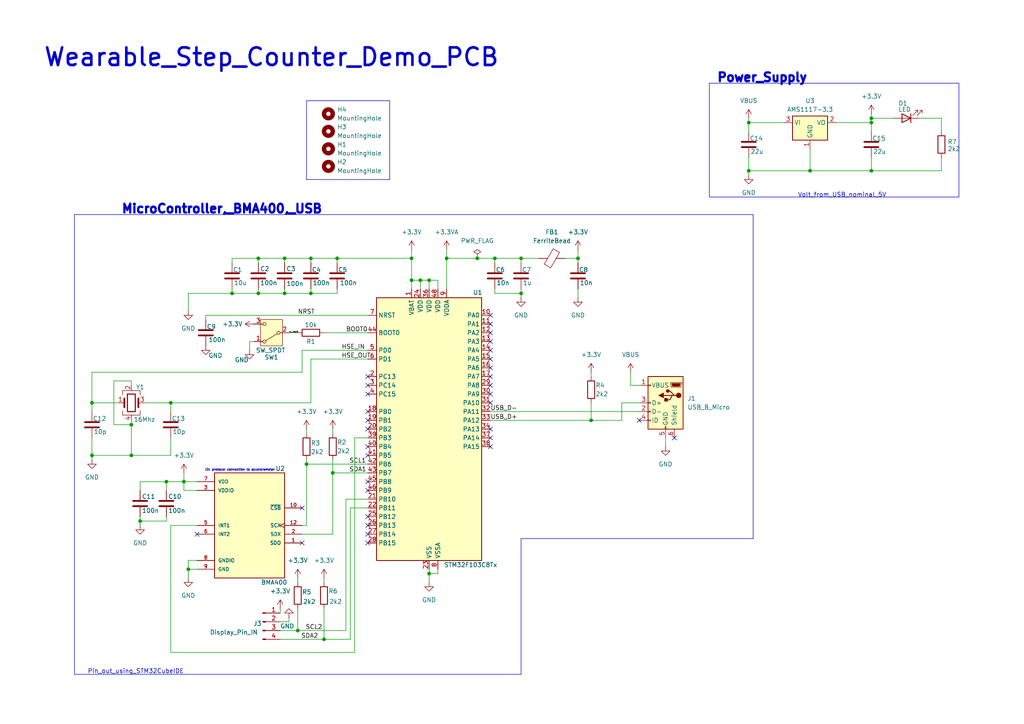
<source format=kicad_sch>
(kicad_sch
	(version 20250114)
	(generator "eeschema")
	(generator_version "9.0")
	(uuid "590e5a44-3cfc-499e-bc88-577b9d34b3dc")
	(paper "A4")
	(title_block
		(title "Wearable Step Counter Demo PCB")
		(rev "V1")
		(company "Aiden")
	)
	(lib_symbols
		(symbol "BMA400:BMA400"
			(pin_names
				(offset 1.016)
			)
			(exclude_from_sim no)
			(in_bom yes)
			(on_board yes)
			(property "Reference" "U"
				(at -10.16 16.002 0)
				(effects
					(font
						(size 1.27 1.27)
					)
					(justify left bottom)
				)
			)
			(property "Value" "BMA400"
				(at -10.16 -17.78 0)
				(effects
					(font
						(size 1.27 1.27)
					)
					(justify left bottom)
				)
			)
			(property "Footprint" "BMA400:XDCR_BMA400"
				(at 0 0 0)
				(effects
					(font
						(size 1.27 1.27)
					)
					(justify bottom)
					(hide yes)
				)
			)
			(property "Datasheet" ""
				(at 0 0 0)
				(effects
					(font
						(size 1.27 1.27)
					)
					(hide yes)
				)
			)
			(property "Description" "Accelerometer X, Y, Z Axis ±2g, 4g, 8g, 16g 12-LGA _2x2_"
				(at 0 0 0)
				(effects
					(font
						(size 1.27 1.27)
					)
					(justify bottom)
					(hide yes)
				)
			)
			(property "MF" "Bosch Sensortec"
				(at 0 0 0)
				(effects
					(font
						(size 1.27 1.27)
					)
					(justify bottom)
					(hide yes)
				)
			)
			(property "PACKAGE" "LGA-12 Bosch Tools"
				(at 0 0 0)
				(effects
					(font
						(size 1.27 1.27)
					)
					(justify bottom)
					(hide yes)
				)
			)
			(property "PRICE" "None"
				(at 0 0 0)
				(effects
					(font
						(size 1.27 1.27)
					)
					(justify bottom)
					(hide yes)
				)
			)
			(property "Package" "LGA-12 Bosch Tools"
				(at 0 0 0)
				(effects
					(font
						(size 1.27 1.27)
					)
					(justify bottom)
					(hide yes)
				)
			)
			(property "Check_prices" "https://www.snapeda.com/parts/BMA400/Bosch/view-part/?ref=eda"
				(at 0 0 0)
				(effects
					(font
						(size 1.27 1.27)
					)
					(justify bottom)
					(hide yes)
				)
			)
			(property "Price" "None"
				(at 0 0 0)
				(effects
					(font
						(size 1.27 1.27)
					)
					(justify bottom)
					(hide yes)
				)
			)
			(property "SnapEDA_Link" "https://www.snapeda.com/parts/BMA400/Bosch/view-part/?ref=snap"
				(at 0 0 0)
				(effects
					(font
						(size 1.27 1.27)
					)
					(justify bottom)
					(hide yes)
				)
			)
			(property "MP" "BMA400"
				(at 0 0 0)
				(effects
					(font
						(size 1.27 1.27)
					)
					(justify bottom)
					(hide yes)
				)
			)
			(property "Availability" "In Stock"
				(at 0 0 0)
				(effects
					(font
						(size 1.27 1.27)
					)
					(justify bottom)
					(hide yes)
				)
			)
			(property "AVAILABILITY" "Unavailable"
				(at 0 0 0)
				(effects
					(font
						(size 1.27 1.27)
					)
					(justify bottom)
					(hide yes)
				)
			)
			(property "Description_1" "Accelerometer X, Y, Z Axis ±2g, 4g, 8g, 16g - 12-LGA (2x2)"
				(at 0 0 0)
				(effects
					(font
						(size 1.27 1.27)
					)
					(justify bottom)
					(hide yes)
				)
			)
			(symbol "BMA400_0_0"
				(rectangle
					(start -10.16 -15.24)
					(end 10.16 15.24)
					(stroke
						(width 0.254)
						(type default)
					)
					(fill
						(type background)
					)
				)
				(pin input line
					(at -15.24 5.08 0)
					(length 5.08)
					(name "~{CSB}"
						(effects
							(font
								(size 1.016 1.016)
							)
						)
					)
					(number "10"
						(effects
							(font
								(size 1.016 1.016)
							)
						)
					)
				)
				(pin input clock
					(at -15.24 0 0)
					(length 5.08)
					(name "SCX"
						(effects
							(font
								(size 1.016 1.016)
							)
						)
					)
					(number "12"
						(effects
							(font
								(size 1.016 1.016)
							)
						)
					)
				)
				(pin bidirectional line
					(at -15.24 -2.54 0)
					(length 5.08)
					(name "SDX"
						(effects
							(font
								(size 1.016 1.016)
							)
						)
					)
					(number "2"
						(effects
							(font
								(size 1.016 1.016)
							)
						)
					)
				)
				(pin bidirectional line
					(at -15.24 -5.08 0)
					(length 5.08)
					(name "SDO"
						(effects
							(font
								(size 1.016 1.016)
							)
						)
					)
					(number "1"
						(effects
							(font
								(size 1.016 1.016)
							)
						)
					)
				)
				(pin power_in line
					(at 15.24 12.7 180)
					(length 5.08)
					(name "VDD"
						(effects
							(font
								(size 1.016 1.016)
							)
						)
					)
					(number "7"
						(effects
							(font
								(size 1.016 1.016)
							)
						)
					)
				)
				(pin power_in line
					(at 15.24 10.16 180)
					(length 5.08)
					(name "VDDIO"
						(effects
							(font
								(size 1.016 1.016)
							)
						)
					)
					(number "3"
						(effects
							(font
								(size 1.016 1.016)
							)
						)
					)
				)
				(pin bidirectional line
					(at 15.24 0 180)
					(length 5.08)
					(name "INT1"
						(effects
							(font
								(size 1.016 1.016)
							)
						)
					)
					(number "5"
						(effects
							(font
								(size 1.016 1.016)
							)
						)
					)
				)
				(pin bidirectional line
					(at 15.24 -2.54 180)
					(length 5.08)
					(name "INT2"
						(effects
							(font
								(size 1.016 1.016)
							)
						)
					)
					(number "6"
						(effects
							(font
								(size 1.016 1.016)
							)
						)
					)
				)
				(pin power_in line
					(at 15.24 -10.16 180)
					(length 5.08)
					(name "GNDIO"
						(effects
							(font
								(size 1.016 1.016)
							)
						)
					)
					(number "8"
						(effects
							(font
								(size 1.016 1.016)
							)
						)
					)
				)
				(pin power_in line
					(at 15.24 -12.7 180)
					(length 5.08)
					(name "GND"
						(effects
							(font
								(size 1.016 1.016)
							)
						)
					)
					(number "9"
						(effects
							(font
								(size 1.016 1.016)
							)
						)
					)
				)
			)
			(embedded_fonts no)
		)
		(symbol "Connector:Conn_01x04_Pin"
			(pin_names
				(offset 1.016)
				(hide yes)
			)
			(exclude_from_sim no)
			(in_bom yes)
			(on_board yes)
			(property "Reference" "J"
				(at 0 5.08 0)
				(effects
					(font
						(size 1.27 1.27)
					)
				)
			)
			(property "Value" "Conn_01x04_Pin"
				(at 0 -7.62 0)
				(effects
					(font
						(size 1.27 1.27)
					)
				)
			)
			(property "Footprint" ""
				(at 0 0 0)
				(effects
					(font
						(size 1.27 1.27)
					)
					(hide yes)
				)
			)
			(property "Datasheet" "~"
				(at 0 0 0)
				(effects
					(font
						(size 1.27 1.27)
					)
					(hide yes)
				)
			)
			(property "Description" "Generic connector, single row, 01x04, script generated"
				(at 0 0 0)
				(effects
					(font
						(size 1.27 1.27)
					)
					(hide yes)
				)
			)
			(property "ki_locked" ""
				(at 0 0 0)
				(effects
					(font
						(size 1.27 1.27)
					)
				)
			)
			(property "ki_keywords" "connector"
				(at 0 0 0)
				(effects
					(font
						(size 1.27 1.27)
					)
					(hide yes)
				)
			)
			(property "ki_fp_filters" "Connector*:*_1x??_*"
				(at 0 0 0)
				(effects
					(font
						(size 1.27 1.27)
					)
					(hide yes)
				)
			)
			(symbol "Conn_01x04_Pin_1_1"
				(rectangle
					(start 0.8636 2.667)
					(end 0 2.413)
					(stroke
						(width 0.1524)
						(type default)
					)
					(fill
						(type outline)
					)
				)
				(rectangle
					(start 0.8636 0.127)
					(end 0 -0.127)
					(stroke
						(width 0.1524)
						(type default)
					)
					(fill
						(type outline)
					)
				)
				(rectangle
					(start 0.8636 -2.413)
					(end 0 -2.667)
					(stroke
						(width 0.1524)
						(type default)
					)
					(fill
						(type outline)
					)
				)
				(rectangle
					(start 0.8636 -4.953)
					(end 0 -5.207)
					(stroke
						(width 0.1524)
						(type default)
					)
					(fill
						(type outline)
					)
				)
				(polyline
					(pts
						(xy 1.27 2.54) (xy 0.8636 2.54)
					)
					(stroke
						(width 0.1524)
						(type default)
					)
					(fill
						(type none)
					)
				)
				(polyline
					(pts
						(xy 1.27 0) (xy 0.8636 0)
					)
					(stroke
						(width 0.1524)
						(type default)
					)
					(fill
						(type none)
					)
				)
				(polyline
					(pts
						(xy 1.27 -2.54) (xy 0.8636 -2.54)
					)
					(stroke
						(width 0.1524)
						(type default)
					)
					(fill
						(type none)
					)
				)
				(polyline
					(pts
						(xy 1.27 -5.08) (xy 0.8636 -5.08)
					)
					(stroke
						(width 0.1524)
						(type default)
					)
					(fill
						(type none)
					)
				)
				(pin passive line
					(at 5.08 2.54 180)
					(length 3.81)
					(name "Pin_1"
						(effects
							(font
								(size 1.27 1.27)
							)
						)
					)
					(number "1"
						(effects
							(font
								(size 1.27 1.27)
							)
						)
					)
				)
				(pin passive line
					(at 5.08 0 180)
					(length 3.81)
					(name "Pin_2"
						(effects
							(font
								(size 1.27 1.27)
							)
						)
					)
					(number "2"
						(effects
							(font
								(size 1.27 1.27)
							)
						)
					)
				)
				(pin passive line
					(at 5.08 -2.54 180)
					(length 3.81)
					(name "Pin_3"
						(effects
							(font
								(size 1.27 1.27)
							)
						)
					)
					(number "3"
						(effects
							(font
								(size 1.27 1.27)
							)
						)
					)
				)
				(pin passive line
					(at 5.08 -5.08 180)
					(length 3.81)
					(name "Pin_4"
						(effects
							(font
								(size 1.27 1.27)
							)
						)
					)
					(number "4"
						(effects
							(font
								(size 1.27 1.27)
							)
						)
					)
				)
			)
			(embedded_fonts no)
		)
		(symbol "Connector:USB_B_Micro"
			(pin_names
				(offset 1.016)
			)
			(exclude_from_sim no)
			(in_bom yes)
			(on_board yes)
			(property "Reference" "J"
				(at -5.08 11.43 0)
				(effects
					(font
						(size 1.27 1.27)
					)
					(justify left)
				)
			)
			(property "Value" "USB_B_Micro"
				(at -5.08 8.89 0)
				(effects
					(font
						(size 1.27 1.27)
					)
					(justify left)
				)
			)
			(property "Footprint" ""
				(at 3.81 -1.27 0)
				(effects
					(font
						(size 1.27 1.27)
					)
					(hide yes)
				)
			)
			(property "Datasheet" "~"
				(at 3.81 -1.27 0)
				(effects
					(font
						(size 1.27 1.27)
					)
					(hide yes)
				)
			)
			(property "Description" "USB Micro Type B connector"
				(at 0 0 0)
				(effects
					(font
						(size 1.27 1.27)
					)
					(hide yes)
				)
			)
			(property "ki_keywords" "connector USB micro"
				(at 0 0 0)
				(effects
					(font
						(size 1.27 1.27)
					)
					(hide yes)
				)
			)
			(property "ki_fp_filters" "USB*Micro*B*"
				(at 0 0 0)
				(effects
					(font
						(size 1.27 1.27)
					)
					(hide yes)
				)
			)
			(symbol "USB_B_Micro_0_1"
				(rectangle
					(start -5.08 -7.62)
					(end 5.08 7.62)
					(stroke
						(width 0.254)
						(type default)
					)
					(fill
						(type background)
					)
				)
				(polyline
					(pts
						(xy -4.699 5.842) (xy -4.699 5.588) (xy -4.445 4.826) (xy -4.445 4.572) (xy -1.651 4.572) (xy -1.651 4.826)
						(xy -1.397 5.588) (xy -1.397 5.842) (xy -4.699 5.842)
					)
					(stroke
						(width 0)
						(type default)
					)
					(fill
						(type none)
					)
				)
				(polyline
					(pts
						(xy -4.318 5.588) (xy -1.778 5.588) (xy -2.032 4.826) (xy -4.064 4.826) (xy -4.318 5.588)
					)
					(stroke
						(width 0)
						(type default)
					)
					(fill
						(type outline)
					)
				)
				(circle
					(center -3.81 2.159)
					(radius 0.635)
					(stroke
						(width 0.254)
						(type default)
					)
					(fill
						(type outline)
					)
				)
				(polyline
					(pts
						(xy -3.175 2.159) (xy -2.54 2.159) (xy -1.27 3.429) (xy -0.635 3.429)
					)
					(stroke
						(width 0.254)
						(type default)
					)
					(fill
						(type none)
					)
				)
				(polyline
					(pts
						(xy -2.54 2.159) (xy -1.905 2.159) (xy -1.27 0.889) (xy 0 0.889)
					)
					(stroke
						(width 0.254)
						(type default)
					)
					(fill
						(type none)
					)
				)
				(polyline
					(pts
						(xy -1.905 2.159) (xy 0.635 2.159)
					)
					(stroke
						(width 0.254)
						(type default)
					)
					(fill
						(type none)
					)
				)
				(circle
					(center -0.635 3.429)
					(radius 0.381)
					(stroke
						(width 0.254)
						(type default)
					)
					(fill
						(type outline)
					)
				)
				(rectangle
					(start -0.127 -7.62)
					(end 0.127 -6.858)
					(stroke
						(width 0)
						(type default)
					)
					(fill
						(type none)
					)
				)
				(rectangle
					(start 0.254 1.27)
					(end -0.508 0.508)
					(stroke
						(width 0.254)
						(type default)
					)
					(fill
						(type outline)
					)
				)
				(polyline
					(pts
						(xy 0.635 2.794) (xy 0.635 1.524) (xy 1.905 2.159) (xy 0.635 2.794)
					)
					(stroke
						(width 0.254)
						(type default)
					)
					(fill
						(type outline)
					)
				)
				(rectangle
					(start 5.08 4.953)
					(end 4.318 5.207)
					(stroke
						(width 0)
						(type default)
					)
					(fill
						(type none)
					)
				)
				(rectangle
					(start 5.08 -0.127)
					(end 4.318 0.127)
					(stroke
						(width 0)
						(type default)
					)
					(fill
						(type none)
					)
				)
				(rectangle
					(start 5.08 -2.667)
					(end 4.318 -2.413)
					(stroke
						(width 0)
						(type default)
					)
					(fill
						(type none)
					)
				)
				(rectangle
					(start 5.08 -5.207)
					(end 4.318 -4.953)
					(stroke
						(width 0)
						(type default)
					)
					(fill
						(type none)
					)
				)
			)
			(symbol "USB_B_Micro_1_1"
				(pin passive line
					(at -2.54 -10.16 90)
					(length 2.54)
					(name "Shield"
						(effects
							(font
								(size 1.27 1.27)
							)
						)
					)
					(number "6"
						(effects
							(font
								(size 1.27 1.27)
							)
						)
					)
				)
				(pin power_out line
					(at 0 -10.16 90)
					(length 2.54)
					(name "GND"
						(effects
							(font
								(size 1.27 1.27)
							)
						)
					)
					(number "5"
						(effects
							(font
								(size 1.27 1.27)
							)
						)
					)
				)
				(pin power_out line
					(at 7.62 5.08 180)
					(length 2.54)
					(name "VBUS"
						(effects
							(font
								(size 1.27 1.27)
							)
						)
					)
					(number "1"
						(effects
							(font
								(size 1.27 1.27)
							)
						)
					)
				)
				(pin bidirectional line
					(at 7.62 0 180)
					(length 2.54)
					(name "D+"
						(effects
							(font
								(size 1.27 1.27)
							)
						)
					)
					(number "3"
						(effects
							(font
								(size 1.27 1.27)
							)
						)
					)
				)
				(pin bidirectional line
					(at 7.62 -2.54 180)
					(length 2.54)
					(name "D-"
						(effects
							(font
								(size 1.27 1.27)
							)
						)
					)
					(number "2"
						(effects
							(font
								(size 1.27 1.27)
							)
						)
					)
				)
				(pin passive line
					(at 7.62 -5.08 180)
					(length 2.54)
					(name "ID"
						(effects
							(font
								(size 1.27 1.27)
							)
						)
					)
					(number "4"
						(effects
							(font
								(size 1.27 1.27)
							)
						)
					)
				)
			)
			(embedded_fonts no)
		)
		(symbol "Device:C"
			(pin_numbers
				(hide yes)
			)
			(pin_names
				(offset 0.254)
			)
			(exclude_from_sim no)
			(in_bom yes)
			(on_board yes)
			(property "Reference" "C"
				(at 0.635 2.54 0)
				(effects
					(font
						(size 1.27 1.27)
					)
					(justify left)
				)
			)
			(property "Value" "C"
				(at 0.635 -2.54 0)
				(effects
					(font
						(size 1.27 1.27)
					)
					(justify left)
				)
			)
			(property "Footprint" ""
				(at 0.9652 -3.81 0)
				(effects
					(font
						(size 1.27 1.27)
					)
					(hide yes)
				)
			)
			(property "Datasheet" "~"
				(at 0 0 0)
				(effects
					(font
						(size 1.27 1.27)
					)
					(hide yes)
				)
			)
			(property "Description" "Unpolarized capacitor"
				(at 0 0 0)
				(effects
					(font
						(size 1.27 1.27)
					)
					(hide yes)
				)
			)
			(property "ki_keywords" "cap capacitor"
				(at 0 0 0)
				(effects
					(font
						(size 1.27 1.27)
					)
					(hide yes)
				)
			)
			(property "ki_fp_filters" "C_*"
				(at 0 0 0)
				(effects
					(font
						(size 1.27 1.27)
					)
					(hide yes)
				)
			)
			(symbol "C_0_1"
				(polyline
					(pts
						(xy -2.032 0.762) (xy 2.032 0.762)
					)
					(stroke
						(width 0.508)
						(type default)
					)
					(fill
						(type none)
					)
				)
				(polyline
					(pts
						(xy -2.032 -0.762) (xy 2.032 -0.762)
					)
					(stroke
						(width 0.508)
						(type default)
					)
					(fill
						(type none)
					)
				)
			)
			(symbol "C_1_1"
				(pin passive line
					(at 0 3.81 270)
					(length 2.794)
					(name "~"
						(effects
							(font
								(size 1.27 1.27)
							)
						)
					)
					(number "1"
						(effects
							(font
								(size 1.27 1.27)
							)
						)
					)
				)
				(pin passive line
					(at 0 -3.81 90)
					(length 2.794)
					(name "~"
						(effects
							(font
								(size 1.27 1.27)
							)
						)
					)
					(number "2"
						(effects
							(font
								(size 1.27 1.27)
							)
						)
					)
				)
			)
			(embedded_fonts no)
		)
		(symbol "Device:Crystal_GND24"
			(pin_names
				(offset 1.016)
				(hide yes)
			)
			(exclude_from_sim no)
			(in_bom yes)
			(on_board yes)
			(property "Reference" "Y"
				(at 3.175 5.08 0)
				(effects
					(font
						(size 1.27 1.27)
					)
					(justify left)
				)
			)
			(property "Value" "Crystal_GND24"
				(at 3.175 3.175 0)
				(effects
					(font
						(size 1.27 1.27)
					)
					(justify left)
				)
			)
			(property "Footprint" ""
				(at 0 0 0)
				(effects
					(font
						(size 1.27 1.27)
					)
					(hide yes)
				)
			)
			(property "Datasheet" "~"
				(at 0 0 0)
				(effects
					(font
						(size 1.27 1.27)
					)
					(hide yes)
				)
			)
			(property "Description" "Four pin crystal, GND on pins 2 and 4"
				(at 0 0 0)
				(effects
					(font
						(size 1.27 1.27)
					)
					(hide yes)
				)
			)
			(property "ki_keywords" "quartz ceramic resonator oscillator"
				(at 0 0 0)
				(effects
					(font
						(size 1.27 1.27)
					)
					(hide yes)
				)
			)
			(property "ki_fp_filters" "Crystal*"
				(at 0 0 0)
				(effects
					(font
						(size 1.27 1.27)
					)
					(hide yes)
				)
			)
			(symbol "Crystal_GND24_0_1"
				(polyline
					(pts
						(xy -2.54 2.286) (xy -2.54 3.556) (xy 2.54 3.556) (xy 2.54 2.286)
					)
					(stroke
						(width 0)
						(type default)
					)
					(fill
						(type none)
					)
				)
				(polyline
					(pts
						(xy -2.54 0) (xy -2.032 0)
					)
					(stroke
						(width 0)
						(type default)
					)
					(fill
						(type none)
					)
				)
				(polyline
					(pts
						(xy -2.54 -2.286) (xy -2.54 -3.556) (xy 2.54 -3.556) (xy 2.54 -2.286)
					)
					(stroke
						(width 0)
						(type default)
					)
					(fill
						(type none)
					)
				)
				(polyline
					(pts
						(xy -2.032 -1.27) (xy -2.032 1.27)
					)
					(stroke
						(width 0.508)
						(type default)
					)
					(fill
						(type none)
					)
				)
				(rectangle
					(start -1.143 2.54)
					(end 1.143 -2.54)
					(stroke
						(width 0.3048)
						(type default)
					)
					(fill
						(type none)
					)
				)
				(polyline
					(pts
						(xy 0 3.556) (xy 0 3.81)
					)
					(stroke
						(width 0)
						(type default)
					)
					(fill
						(type none)
					)
				)
				(polyline
					(pts
						(xy 0 -3.81) (xy 0 -3.556)
					)
					(stroke
						(width 0)
						(type default)
					)
					(fill
						(type none)
					)
				)
				(polyline
					(pts
						(xy 2.032 0) (xy 2.54 0)
					)
					(stroke
						(width 0)
						(type default)
					)
					(fill
						(type none)
					)
				)
				(polyline
					(pts
						(xy 2.032 -1.27) (xy 2.032 1.27)
					)
					(stroke
						(width 0.508)
						(type default)
					)
					(fill
						(type none)
					)
				)
			)
			(symbol "Crystal_GND24_1_1"
				(pin passive line
					(at -3.81 0 0)
					(length 1.27)
					(name "1"
						(effects
							(font
								(size 1.27 1.27)
							)
						)
					)
					(number "1"
						(effects
							(font
								(size 1.27 1.27)
							)
						)
					)
				)
				(pin passive line
					(at 0 5.08 270)
					(length 1.27)
					(name "2"
						(effects
							(font
								(size 1.27 1.27)
							)
						)
					)
					(number "2"
						(effects
							(font
								(size 1.27 1.27)
							)
						)
					)
				)
				(pin passive line
					(at 0 -5.08 90)
					(length 1.27)
					(name "4"
						(effects
							(font
								(size 1.27 1.27)
							)
						)
					)
					(number "4"
						(effects
							(font
								(size 1.27 1.27)
							)
						)
					)
				)
				(pin passive line
					(at 3.81 0 180)
					(length 1.27)
					(name "3"
						(effects
							(font
								(size 1.27 1.27)
							)
						)
					)
					(number "3"
						(effects
							(font
								(size 1.27 1.27)
							)
						)
					)
				)
			)
			(embedded_fonts no)
		)
		(symbol "Device:FerriteBead"
			(pin_numbers
				(hide yes)
			)
			(pin_names
				(offset 0)
			)
			(exclude_from_sim no)
			(in_bom yes)
			(on_board yes)
			(property "Reference" "FB"
				(at -3.81 0.635 90)
				(effects
					(font
						(size 1.27 1.27)
					)
				)
			)
			(property "Value" "FerriteBead"
				(at 3.81 0 90)
				(effects
					(font
						(size 1.27 1.27)
					)
				)
			)
			(property "Footprint" ""
				(at -1.778 0 90)
				(effects
					(font
						(size 1.27 1.27)
					)
					(hide yes)
				)
			)
			(property "Datasheet" "~"
				(at 0 0 0)
				(effects
					(font
						(size 1.27 1.27)
					)
					(hide yes)
				)
			)
			(property "Description" "Ferrite bead"
				(at 0 0 0)
				(effects
					(font
						(size 1.27 1.27)
					)
					(hide yes)
				)
			)
			(property "ki_keywords" "L ferrite bead inductor filter"
				(at 0 0 0)
				(effects
					(font
						(size 1.27 1.27)
					)
					(hide yes)
				)
			)
			(property "ki_fp_filters" "Inductor_* L_* *Ferrite*"
				(at 0 0 0)
				(effects
					(font
						(size 1.27 1.27)
					)
					(hide yes)
				)
			)
			(symbol "FerriteBead_0_1"
				(polyline
					(pts
						(xy -2.7686 0.4064) (xy -1.7018 2.2606) (xy 2.7686 -0.3048) (xy 1.6764 -2.159) (xy -2.7686 0.4064)
					)
					(stroke
						(width 0)
						(type default)
					)
					(fill
						(type none)
					)
				)
				(polyline
					(pts
						(xy 0 1.27) (xy 0 1.2954)
					)
					(stroke
						(width 0)
						(type default)
					)
					(fill
						(type none)
					)
				)
				(polyline
					(pts
						(xy 0 -1.27) (xy 0 -1.2192)
					)
					(stroke
						(width 0)
						(type default)
					)
					(fill
						(type none)
					)
				)
			)
			(symbol "FerriteBead_1_1"
				(pin passive line
					(at 0 3.81 270)
					(length 2.54)
					(name "~"
						(effects
							(font
								(size 1.27 1.27)
							)
						)
					)
					(number "1"
						(effects
							(font
								(size 1.27 1.27)
							)
						)
					)
				)
				(pin passive line
					(at 0 -3.81 90)
					(length 2.54)
					(name "~"
						(effects
							(font
								(size 1.27 1.27)
							)
						)
					)
					(number "2"
						(effects
							(font
								(size 1.27 1.27)
							)
						)
					)
				)
			)
			(embedded_fonts no)
		)
		(symbol "Device:LED"
			(pin_numbers
				(hide yes)
			)
			(pin_names
				(offset 1.016)
				(hide yes)
			)
			(exclude_from_sim no)
			(in_bom yes)
			(on_board yes)
			(property "Reference" "D"
				(at 0 2.54 0)
				(effects
					(font
						(size 1.27 1.27)
					)
				)
			)
			(property "Value" "LED"
				(at 0 -2.54 0)
				(effects
					(font
						(size 1.27 1.27)
					)
				)
			)
			(property "Footprint" ""
				(at 0 0 0)
				(effects
					(font
						(size 1.27 1.27)
					)
					(hide yes)
				)
			)
			(property "Datasheet" "~"
				(at 0 0 0)
				(effects
					(font
						(size 1.27 1.27)
					)
					(hide yes)
				)
			)
			(property "Description" "Light emitting diode"
				(at 0 0 0)
				(effects
					(font
						(size 1.27 1.27)
					)
					(hide yes)
				)
			)
			(property "Sim.Pins" "1=K 2=A"
				(at 0 0 0)
				(effects
					(font
						(size 1.27 1.27)
					)
					(hide yes)
				)
			)
			(property "ki_keywords" "LED diode"
				(at 0 0 0)
				(effects
					(font
						(size 1.27 1.27)
					)
					(hide yes)
				)
			)
			(property "ki_fp_filters" "LED* LED_SMD:* LED_THT:*"
				(at 0 0 0)
				(effects
					(font
						(size 1.27 1.27)
					)
					(hide yes)
				)
			)
			(symbol "LED_0_1"
				(polyline
					(pts
						(xy -3.048 -0.762) (xy -4.572 -2.286) (xy -3.81 -2.286) (xy -4.572 -2.286) (xy -4.572 -1.524)
					)
					(stroke
						(width 0)
						(type default)
					)
					(fill
						(type none)
					)
				)
				(polyline
					(pts
						(xy -1.778 -0.762) (xy -3.302 -2.286) (xy -2.54 -2.286) (xy -3.302 -2.286) (xy -3.302 -1.524)
					)
					(stroke
						(width 0)
						(type default)
					)
					(fill
						(type none)
					)
				)
				(polyline
					(pts
						(xy -1.27 0) (xy 1.27 0)
					)
					(stroke
						(width 0)
						(type default)
					)
					(fill
						(type none)
					)
				)
				(polyline
					(pts
						(xy -1.27 -1.27) (xy -1.27 1.27)
					)
					(stroke
						(width 0.254)
						(type default)
					)
					(fill
						(type none)
					)
				)
				(polyline
					(pts
						(xy 1.27 -1.27) (xy 1.27 1.27) (xy -1.27 0) (xy 1.27 -1.27)
					)
					(stroke
						(width 0.254)
						(type default)
					)
					(fill
						(type none)
					)
				)
			)
			(symbol "LED_1_1"
				(pin passive line
					(at -3.81 0 0)
					(length 2.54)
					(name "K"
						(effects
							(font
								(size 1.27 1.27)
							)
						)
					)
					(number "1"
						(effects
							(font
								(size 1.27 1.27)
							)
						)
					)
				)
				(pin passive line
					(at 3.81 0 180)
					(length 2.54)
					(name "A"
						(effects
							(font
								(size 1.27 1.27)
							)
						)
					)
					(number "2"
						(effects
							(font
								(size 1.27 1.27)
							)
						)
					)
				)
			)
			(embedded_fonts no)
		)
		(symbol "Device:R"
			(pin_numbers
				(hide yes)
			)
			(pin_names
				(offset 0)
			)
			(exclude_from_sim no)
			(in_bom yes)
			(on_board yes)
			(property "Reference" "R"
				(at 2.032 0 90)
				(effects
					(font
						(size 1.27 1.27)
					)
				)
			)
			(property "Value" "R"
				(at 0 0 90)
				(effects
					(font
						(size 1.27 1.27)
					)
				)
			)
			(property "Footprint" ""
				(at -1.778 0 90)
				(effects
					(font
						(size 1.27 1.27)
					)
					(hide yes)
				)
			)
			(property "Datasheet" "~"
				(at 0 0 0)
				(effects
					(font
						(size 1.27 1.27)
					)
					(hide yes)
				)
			)
			(property "Description" "Resistor"
				(at 0 0 0)
				(effects
					(font
						(size 1.27 1.27)
					)
					(hide yes)
				)
			)
			(property "ki_keywords" "R res resistor"
				(at 0 0 0)
				(effects
					(font
						(size 1.27 1.27)
					)
					(hide yes)
				)
			)
			(property "ki_fp_filters" "R_*"
				(at 0 0 0)
				(effects
					(font
						(size 1.27 1.27)
					)
					(hide yes)
				)
			)
			(symbol "R_0_1"
				(rectangle
					(start -1.016 -2.54)
					(end 1.016 2.54)
					(stroke
						(width 0.254)
						(type default)
					)
					(fill
						(type none)
					)
				)
			)
			(symbol "R_1_1"
				(pin passive line
					(at 0 3.81 270)
					(length 1.27)
					(name "~"
						(effects
							(font
								(size 1.27 1.27)
							)
						)
					)
					(number "1"
						(effects
							(font
								(size 1.27 1.27)
							)
						)
					)
				)
				(pin passive line
					(at 0 -3.81 90)
					(length 1.27)
					(name "~"
						(effects
							(font
								(size 1.27 1.27)
							)
						)
					)
					(number "2"
						(effects
							(font
								(size 1.27 1.27)
							)
						)
					)
				)
			)
			(embedded_fonts no)
		)
		(symbol "MCU_ST_STM32F1:STM32F103C8Tx"
			(exclude_from_sim no)
			(in_bom yes)
			(on_board yes)
			(property "Reference" "U"
				(at -15.24 39.37 0)
				(effects
					(font
						(size 1.27 1.27)
					)
					(justify left)
				)
			)
			(property "Value" "STM32F103C8Tx"
				(at 7.62 39.37 0)
				(effects
					(font
						(size 1.27 1.27)
					)
					(justify left)
				)
			)
			(property "Footprint" "Package_QFP:LQFP-48_7x7mm_P0.5mm"
				(at -15.24 -38.1 0)
				(effects
					(font
						(size 1.27 1.27)
					)
					(justify right)
					(hide yes)
				)
			)
			(property "Datasheet" "https://www.st.com/resource/en/datasheet/stm32f103c8.pdf"
				(at 0 0 0)
				(effects
					(font
						(size 1.27 1.27)
					)
					(hide yes)
				)
			)
			(property "Description" "STMicroelectronics Arm Cortex-M3 MCU, 64KB flash, 20KB RAM, 72 MHz, 2.0-3.6V, 37 GPIO, LQFP48"
				(at 0 0 0)
				(effects
					(font
						(size 1.27 1.27)
					)
					(hide yes)
				)
			)
			(property "ki_keywords" "Arm Cortex-M3 STM32F1 STM32F103"
				(at 0 0 0)
				(effects
					(font
						(size 1.27 1.27)
					)
					(hide yes)
				)
			)
			(property "ki_fp_filters" "LQFP*7x7mm*P0.5mm*"
				(at 0 0 0)
				(effects
					(font
						(size 1.27 1.27)
					)
					(hide yes)
				)
			)
			(symbol "STM32F103C8Tx_0_1"
				(rectangle
					(start -15.24 -38.1)
					(end 15.24 38.1)
					(stroke
						(width 0.254)
						(type default)
					)
					(fill
						(type background)
					)
				)
			)
			(symbol "STM32F103C8Tx_1_1"
				(pin input line
					(at -17.78 33.02 0)
					(length 2.54)
					(name "NRST"
						(effects
							(font
								(size 1.27 1.27)
							)
						)
					)
					(number "7"
						(effects
							(font
								(size 1.27 1.27)
							)
						)
					)
				)
				(pin input line
					(at -17.78 27.94 0)
					(length 2.54)
					(name "BOOT0"
						(effects
							(font
								(size 1.27 1.27)
							)
						)
					)
					(number "44"
						(effects
							(font
								(size 1.27 1.27)
							)
						)
					)
				)
				(pin bidirectional line
					(at -17.78 22.86 0)
					(length 2.54)
					(name "PD0"
						(effects
							(font
								(size 1.27 1.27)
							)
						)
					)
					(number "5"
						(effects
							(font
								(size 1.27 1.27)
							)
						)
					)
					(alternate "RCC_OSC_IN" bidirectional line)
				)
				(pin bidirectional line
					(at -17.78 20.32 0)
					(length 2.54)
					(name "PD1"
						(effects
							(font
								(size 1.27 1.27)
							)
						)
					)
					(number "6"
						(effects
							(font
								(size 1.27 1.27)
							)
						)
					)
					(alternate "RCC_OSC_OUT" bidirectional line)
				)
				(pin bidirectional line
					(at -17.78 15.24 0)
					(length 2.54)
					(name "PC13"
						(effects
							(font
								(size 1.27 1.27)
							)
						)
					)
					(number "2"
						(effects
							(font
								(size 1.27 1.27)
							)
						)
					)
					(alternate "RTC_OUT" bidirectional line)
					(alternate "RTC_TAMPER" bidirectional line)
				)
				(pin bidirectional line
					(at -17.78 12.7 0)
					(length 2.54)
					(name "PC14"
						(effects
							(font
								(size 1.27 1.27)
							)
						)
					)
					(number "3"
						(effects
							(font
								(size 1.27 1.27)
							)
						)
					)
					(alternate "RCC_OSC32_IN" bidirectional line)
				)
				(pin bidirectional line
					(at -17.78 10.16 0)
					(length 2.54)
					(name "PC15"
						(effects
							(font
								(size 1.27 1.27)
							)
						)
					)
					(number "4"
						(effects
							(font
								(size 1.27 1.27)
							)
						)
					)
					(alternate "ADC1_EXTI15" bidirectional line)
					(alternate "ADC2_EXTI15" bidirectional line)
					(alternate "RCC_OSC32_OUT" bidirectional line)
				)
				(pin bidirectional line
					(at -17.78 5.08 0)
					(length 2.54)
					(name "PB0"
						(effects
							(font
								(size 1.27 1.27)
							)
						)
					)
					(number "18"
						(effects
							(font
								(size 1.27 1.27)
							)
						)
					)
					(alternate "ADC1_IN8" bidirectional line)
					(alternate "ADC2_IN8" bidirectional line)
					(alternate "TIM1_CH2N" bidirectional line)
					(alternate "TIM3_CH3" bidirectional line)
				)
				(pin bidirectional line
					(at -17.78 2.54 0)
					(length 2.54)
					(name "PB1"
						(effects
							(font
								(size 1.27 1.27)
							)
						)
					)
					(number "19"
						(effects
							(font
								(size 1.27 1.27)
							)
						)
					)
					(alternate "ADC1_IN9" bidirectional line)
					(alternate "ADC2_IN9" bidirectional line)
					(alternate "TIM1_CH3N" bidirectional line)
					(alternate "TIM3_CH4" bidirectional line)
				)
				(pin bidirectional line
					(at -17.78 0 0)
					(length 2.54)
					(name "PB2"
						(effects
							(font
								(size 1.27 1.27)
							)
						)
					)
					(number "20"
						(effects
							(font
								(size 1.27 1.27)
							)
						)
					)
				)
				(pin bidirectional line
					(at -17.78 -2.54 0)
					(length 2.54)
					(name "PB3"
						(effects
							(font
								(size 1.27 1.27)
							)
						)
					)
					(number "39"
						(effects
							(font
								(size 1.27 1.27)
							)
						)
					)
					(alternate "SPI1_SCK" bidirectional line)
					(alternate "SYS_JTDO-TRACESWO" bidirectional line)
					(alternate "TIM2_CH2" bidirectional line)
				)
				(pin bidirectional line
					(at -17.78 -5.08 0)
					(length 2.54)
					(name "PB4"
						(effects
							(font
								(size 1.27 1.27)
							)
						)
					)
					(number "40"
						(effects
							(font
								(size 1.27 1.27)
							)
						)
					)
					(alternate "SPI1_MISO" bidirectional line)
					(alternate "SYS_NJTRST" bidirectional line)
					(alternate "TIM3_CH1" bidirectional line)
				)
				(pin bidirectional line
					(at -17.78 -7.62 0)
					(length 2.54)
					(name "PB5"
						(effects
							(font
								(size 1.27 1.27)
							)
						)
					)
					(number "41"
						(effects
							(font
								(size 1.27 1.27)
							)
						)
					)
					(alternate "I2C1_SMBA" bidirectional line)
					(alternate "SPI1_MOSI" bidirectional line)
					(alternate "TIM3_CH2" bidirectional line)
				)
				(pin bidirectional line
					(at -17.78 -10.16 0)
					(length 2.54)
					(name "PB6"
						(effects
							(font
								(size 1.27 1.27)
							)
						)
					)
					(number "42"
						(effects
							(font
								(size 1.27 1.27)
							)
						)
					)
					(alternate "I2C1_SCL" bidirectional line)
					(alternate "TIM4_CH1" bidirectional line)
					(alternate "USART1_TX" bidirectional line)
				)
				(pin bidirectional line
					(at -17.78 -12.7 0)
					(length 2.54)
					(name "PB7"
						(effects
							(font
								(size 1.27 1.27)
							)
						)
					)
					(number "43"
						(effects
							(font
								(size 1.27 1.27)
							)
						)
					)
					(alternate "I2C1_SDA" bidirectional line)
					(alternate "TIM4_CH2" bidirectional line)
					(alternate "USART1_RX" bidirectional line)
				)
				(pin bidirectional line
					(at -17.78 -15.24 0)
					(length 2.54)
					(name "PB8"
						(effects
							(font
								(size 1.27 1.27)
							)
						)
					)
					(number "45"
						(effects
							(font
								(size 1.27 1.27)
							)
						)
					)
					(alternate "CAN_RX" bidirectional line)
					(alternate "I2C1_SCL" bidirectional line)
					(alternate "TIM4_CH3" bidirectional line)
				)
				(pin bidirectional line
					(at -17.78 -17.78 0)
					(length 2.54)
					(name "PB9"
						(effects
							(font
								(size 1.27 1.27)
							)
						)
					)
					(number "46"
						(effects
							(font
								(size 1.27 1.27)
							)
						)
					)
					(alternate "CAN_TX" bidirectional line)
					(alternate "I2C1_SDA" bidirectional line)
					(alternate "TIM4_CH4" bidirectional line)
				)
				(pin bidirectional line
					(at -17.78 -20.32 0)
					(length 2.54)
					(name "PB10"
						(effects
							(font
								(size 1.27 1.27)
							)
						)
					)
					(number "21"
						(effects
							(font
								(size 1.27 1.27)
							)
						)
					)
					(alternate "I2C2_SCL" bidirectional line)
					(alternate "TIM2_CH3" bidirectional line)
					(alternate "USART3_TX" bidirectional line)
				)
				(pin bidirectional line
					(at -17.78 -22.86 0)
					(length 2.54)
					(name "PB11"
						(effects
							(font
								(size 1.27 1.27)
							)
						)
					)
					(number "22"
						(effects
							(font
								(size 1.27 1.27)
							)
						)
					)
					(alternate "ADC1_EXTI11" bidirectional line)
					(alternate "ADC2_EXTI11" bidirectional line)
					(alternate "I2C2_SDA" bidirectional line)
					(alternate "TIM2_CH4" bidirectional line)
					(alternate "USART3_RX" bidirectional line)
				)
				(pin bidirectional line
					(at -17.78 -25.4 0)
					(length 2.54)
					(name "PB12"
						(effects
							(font
								(size 1.27 1.27)
							)
						)
					)
					(number "25"
						(effects
							(font
								(size 1.27 1.27)
							)
						)
					)
					(alternate "I2C2_SMBA" bidirectional line)
					(alternate "SPI2_NSS" bidirectional line)
					(alternate "TIM1_BKIN" bidirectional line)
					(alternate "USART3_CK" bidirectional line)
				)
				(pin bidirectional line
					(at -17.78 -27.94 0)
					(length 2.54)
					(name "PB13"
						(effects
							(font
								(size 1.27 1.27)
							)
						)
					)
					(number "26"
						(effects
							(font
								(size 1.27 1.27)
							)
						)
					)
					(alternate "SPI2_SCK" bidirectional line)
					(alternate "TIM1_CH1N" bidirectional line)
					(alternate "USART3_CTS" bidirectional line)
				)
				(pin bidirectional line
					(at -17.78 -30.48 0)
					(length 2.54)
					(name "PB14"
						(effects
							(font
								(size 1.27 1.27)
							)
						)
					)
					(number "27"
						(effects
							(font
								(size 1.27 1.27)
							)
						)
					)
					(alternate "SPI2_MISO" bidirectional line)
					(alternate "TIM1_CH2N" bidirectional line)
					(alternate "USART3_RTS" bidirectional line)
				)
				(pin bidirectional line
					(at -17.78 -33.02 0)
					(length 2.54)
					(name "PB15"
						(effects
							(font
								(size 1.27 1.27)
							)
						)
					)
					(number "28"
						(effects
							(font
								(size 1.27 1.27)
							)
						)
					)
					(alternate "ADC1_EXTI15" bidirectional line)
					(alternate "ADC2_EXTI15" bidirectional line)
					(alternate "SPI2_MOSI" bidirectional line)
					(alternate "TIM1_CH3N" bidirectional line)
				)
				(pin power_in line
					(at -5.08 40.64 270)
					(length 2.54)
					(name "VBAT"
						(effects
							(font
								(size 1.27 1.27)
							)
						)
					)
					(number "1"
						(effects
							(font
								(size 1.27 1.27)
							)
						)
					)
				)
				(pin power_in line
					(at -2.54 40.64 270)
					(length 2.54)
					(name "VDD"
						(effects
							(font
								(size 1.27 1.27)
							)
						)
					)
					(number "24"
						(effects
							(font
								(size 1.27 1.27)
							)
						)
					)
				)
				(pin power_in line
					(at 0 40.64 270)
					(length 2.54)
					(name "VDD"
						(effects
							(font
								(size 1.27 1.27)
							)
						)
					)
					(number "36"
						(effects
							(font
								(size 1.27 1.27)
							)
						)
					)
				)
				(pin power_in line
					(at 0 -40.64 90)
					(length 2.54)
					(name "VSS"
						(effects
							(font
								(size 1.27 1.27)
							)
						)
					)
					(number "23"
						(effects
							(font
								(size 1.27 1.27)
							)
						)
					)
				)
				(pin passive line
					(at 0 -40.64 90)
					(length 2.54)
					(hide yes)
					(name "VSS"
						(effects
							(font
								(size 1.27 1.27)
							)
						)
					)
					(number "35"
						(effects
							(font
								(size 1.27 1.27)
							)
						)
					)
				)
				(pin passive line
					(at 0 -40.64 90)
					(length 2.54)
					(hide yes)
					(name "VSS"
						(effects
							(font
								(size 1.27 1.27)
							)
						)
					)
					(number "47"
						(effects
							(font
								(size 1.27 1.27)
							)
						)
					)
				)
				(pin power_in line
					(at 2.54 40.64 270)
					(length 2.54)
					(name "VDD"
						(effects
							(font
								(size 1.27 1.27)
							)
						)
					)
					(number "48"
						(effects
							(font
								(size 1.27 1.27)
							)
						)
					)
				)
				(pin power_in line
					(at 2.54 -40.64 90)
					(length 2.54)
					(name "VSSA"
						(effects
							(font
								(size 1.27 1.27)
							)
						)
					)
					(number "8"
						(effects
							(font
								(size 1.27 1.27)
							)
						)
					)
				)
				(pin power_in line
					(at 5.08 40.64 270)
					(length 2.54)
					(name "VDDA"
						(effects
							(font
								(size 1.27 1.27)
							)
						)
					)
					(number "9"
						(effects
							(font
								(size 1.27 1.27)
							)
						)
					)
				)
				(pin bidirectional line
					(at 17.78 33.02 180)
					(length 2.54)
					(name "PA0"
						(effects
							(font
								(size 1.27 1.27)
							)
						)
					)
					(number "10"
						(effects
							(font
								(size 1.27 1.27)
							)
						)
					)
					(alternate "ADC1_IN0" bidirectional line)
					(alternate "ADC2_IN0" bidirectional line)
					(alternate "SYS_WKUP" bidirectional line)
					(alternate "TIM2_CH1" bidirectional line)
					(alternate "TIM2_ETR" bidirectional line)
					(alternate "USART2_CTS" bidirectional line)
				)
				(pin bidirectional line
					(at 17.78 30.48 180)
					(length 2.54)
					(name "PA1"
						(effects
							(font
								(size 1.27 1.27)
							)
						)
					)
					(number "11"
						(effects
							(font
								(size 1.27 1.27)
							)
						)
					)
					(alternate "ADC1_IN1" bidirectional line)
					(alternate "ADC2_IN1" bidirectional line)
					(alternate "TIM2_CH2" bidirectional line)
					(alternate "USART2_RTS" bidirectional line)
				)
				(pin bidirectional line
					(at 17.78 27.94 180)
					(length 2.54)
					(name "PA2"
						(effects
							(font
								(size 1.27 1.27)
							)
						)
					)
					(number "12"
						(effects
							(font
								(size 1.27 1.27)
							)
						)
					)
					(alternate "ADC1_IN2" bidirectional line)
					(alternate "ADC2_IN2" bidirectional line)
					(alternate "TIM2_CH3" bidirectional line)
					(alternate "USART2_TX" bidirectional line)
				)
				(pin bidirectional line
					(at 17.78 25.4 180)
					(length 2.54)
					(name "PA3"
						(effects
							(font
								(size 1.27 1.27)
							)
						)
					)
					(number "13"
						(effects
							(font
								(size 1.27 1.27)
							)
						)
					)
					(alternate "ADC1_IN3" bidirectional line)
					(alternate "ADC2_IN3" bidirectional line)
					(alternate "TIM2_CH4" bidirectional line)
					(alternate "USART2_RX" bidirectional line)
				)
				(pin bidirectional line
					(at 17.78 22.86 180)
					(length 2.54)
					(name "PA4"
						(effects
							(font
								(size 1.27 1.27)
							)
						)
					)
					(number "14"
						(effects
							(font
								(size 1.27 1.27)
							)
						)
					)
					(alternate "ADC1_IN4" bidirectional line)
					(alternate "ADC2_IN4" bidirectional line)
					(alternate "SPI1_NSS" bidirectional line)
					(alternate "USART2_CK" bidirectional line)
				)
				(pin bidirectional line
					(at 17.78 20.32 180)
					(length 2.54)
					(name "PA5"
						(effects
							(font
								(size 1.27 1.27)
							)
						)
					)
					(number "15"
						(effects
							(font
								(size 1.27 1.27)
							)
						)
					)
					(alternate "ADC1_IN5" bidirectional line)
					(alternate "ADC2_IN5" bidirectional line)
					(alternate "SPI1_SCK" bidirectional line)
				)
				(pin bidirectional line
					(at 17.78 17.78 180)
					(length 2.54)
					(name "PA6"
						(effects
							(font
								(size 1.27 1.27)
							)
						)
					)
					(number "16"
						(effects
							(font
								(size 1.27 1.27)
							)
						)
					)
					(alternate "ADC1_IN6" bidirectional line)
					(alternate "ADC2_IN6" bidirectional line)
					(alternate "SPI1_MISO" bidirectional line)
					(alternate "TIM1_BKIN" bidirectional line)
					(alternate "TIM3_CH1" bidirectional line)
				)
				(pin bidirectional line
					(at 17.78 15.24 180)
					(length 2.54)
					(name "PA7"
						(effects
							(font
								(size 1.27 1.27)
							)
						)
					)
					(number "17"
						(effects
							(font
								(size 1.27 1.27)
							)
						)
					)
					(alternate "ADC1_IN7" bidirectional line)
					(alternate "ADC2_IN7" bidirectional line)
					(alternate "SPI1_MOSI" bidirectional line)
					(alternate "TIM1_CH1N" bidirectional line)
					(alternate "TIM3_CH2" bidirectional line)
				)
				(pin bidirectional line
					(at 17.78 12.7 180)
					(length 2.54)
					(name "PA8"
						(effects
							(font
								(size 1.27 1.27)
							)
						)
					)
					(number "29"
						(effects
							(font
								(size 1.27 1.27)
							)
						)
					)
					(alternate "RCC_MCO" bidirectional line)
					(alternate "TIM1_CH1" bidirectional line)
					(alternate "USART1_CK" bidirectional line)
				)
				(pin bidirectional line
					(at 17.78 10.16 180)
					(length 2.54)
					(name "PA9"
						(effects
							(font
								(size 1.27 1.27)
							)
						)
					)
					(number "30"
						(effects
							(font
								(size 1.27 1.27)
							)
						)
					)
					(alternate "TIM1_CH2" bidirectional line)
					(alternate "USART1_TX" bidirectional line)
				)
				(pin bidirectional line
					(at 17.78 7.62 180)
					(length 2.54)
					(name "PA10"
						(effects
							(font
								(size 1.27 1.27)
							)
						)
					)
					(number "31"
						(effects
							(font
								(size 1.27 1.27)
							)
						)
					)
					(alternate "TIM1_CH3" bidirectional line)
					(alternate "USART1_RX" bidirectional line)
				)
				(pin bidirectional line
					(at 17.78 5.08 180)
					(length 2.54)
					(name "PA11"
						(effects
							(font
								(size 1.27 1.27)
							)
						)
					)
					(number "32"
						(effects
							(font
								(size 1.27 1.27)
							)
						)
					)
					(alternate "ADC1_EXTI11" bidirectional line)
					(alternate "ADC2_EXTI11" bidirectional line)
					(alternate "CAN_RX" bidirectional line)
					(alternate "TIM1_CH4" bidirectional line)
					(alternate "USART1_CTS" bidirectional line)
					(alternate "USB_DM" bidirectional line)
				)
				(pin bidirectional line
					(at 17.78 2.54 180)
					(length 2.54)
					(name "PA12"
						(effects
							(font
								(size 1.27 1.27)
							)
						)
					)
					(number "33"
						(effects
							(font
								(size 1.27 1.27)
							)
						)
					)
					(alternate "CAN_TX" bidirectional line)
					(alternate "TIM1_ETR" bidirectional line)
					(alternate "USART1_RTS" bidirectional line)
					(alternate "USB_DP" bidirectional line)
				)
				(pin bidirectional line
					(at 17.78 0 180)
					(length 2.54)
					(name "PA13"
						(effects
							(font
								(size 1.27 1.27)
							)
						)
					)
					(number "34"
						(effects
							(font
								(size 1.27 1.27)
							)
						)
					)
					(alternate "SYS_JTMS-SWDIO" bidirectional line)
				)
				(pin bidirectional line
					(at 17.78 -2.54 180)
					(length 2.54)
					(name "PA14"
						(effects
							(font
								(size 1.27 1.27)
							)
						)
					)
					(number "37"
						(effects
							(font
								(size 1.27 1.27)
							)
						)
					)
					(alternate "SYS_JTCK-SWCLK" bidirectional line)
				)
				(pin bidirectional line
					(at 17.78 -5.08 180)
					(length 2.54)
					(name "PA15"
						(effects
							(font
								(size 1.27 1.27)
							)
						)
					)
					(number "38"
						(effects
							(font
								(size 1.27 1.27)
							)
						)
					)
					(alternate "ADC1_EXTI15" bidirectional line)
					(alternate "ADC2_EXTI15" bidirectional line)
					(alternate "SPI1_NSS" bidirectional line)
					(alternate "SYS_JTDI" bidirectional line)
					(alternate "TIM2_CH1" bidirectional line)
					(alternate "TIM2_ETR" bidirectional line)
				)
			)
			(embedded_fonts no)
		)
		(symbol "Mechanical:MountingHole"
			(pin_names
				(offset 1.016)
			)
			(exclude_from_sim no)
			(in_bom no)
			(on_board yes)
			(property "Reference" "H"
				(at 0 5.08 0)
				(effects
					(font
						(size 1.27 1.27)
					)
				)
			)
			(property "Value" "MountingHole"
				(at 0 3.175 0)
				(effects
					(font
						(size 1.27 1.27)
					)
				)
			)
			(property "Footprint" ""
				(at 0 0 0)
				(effects
					(font
						(size 1.27 1.27)
					)
					(hide yes)
				)
			)
			(property "Datasheet" "~"
				(at 0 0 0)
				(effects
					(font
						(size 1.27 1.27)
					)
					(hide yes)
				)
			)
			(property "Description" "Mounting Hole without connection"
				(at 0 0 0)
				(effects
					(font
						(size 1.27 1.27)
					)
					(hide yes)
				)
			)
			(property "ki_keywords" "mounting hole"
				(at 0 0 0)
				(effects
					(font
						(size 1.27 1.27)
					)
					(hide yes)
				)
			)
			(property "ki_fp_filters" "MountingHole*"
				(at 0 0 0)
				(effects
					(font
						(size 1.27 1.27)
					)
					(hide yes)
				)
			)
			(symbol "MountingHole_0_1"
				(circle
					(center 0 0)
					(radius 1.27)
					(stroke
						(width 1.27)
						(type default)
					)
					(fill
						(type none)
					)
				)
			)
			(embedded_fonts no)
		)
		(symbol "Regulator_Linear:AMS1117-3.3"
			(exclude_from_sim no)
			(in_bom yes)
			(on_board yes)
			(property "Reference" "U"
				(at -3.81 3.175 0)
				(effects
					(font
						(size 1.27 1.27)
					)
				)
			)
			(property "Value" "AMS1117-3.3"
				(at 0 3.175 0)
				(effects
					(font
						(size 1.27 1.27)
					)
					(justify left)
				)
			)
			(property "Footprint" "Package_TO_SOT_SMD:SOT-223-3_TabPin2"
				(at 0 5.08 0)
				(effects
					(font
						(size 1.27 1.27)
					)
					(hide yes)
				)
			)
			(property "Datasheet" "http://www.advanced-monolithic.com/pdf/ds1117.pdf"
				(at 2.54 -6.35 0)
				(effects
					(font
						(size 1.27 1.27)
					)
					(hide yes)
				)
			)
			(property "Description" "1A Low Dropout regulator, positive, 3.3V fixed output, SOT-223"
				(at 0 0 0)
				(effects
					(font
						(size 1.27 1.27)
					)
					(hide yes)
				)
			)
			(property "ki_keywords" "linear regulator ldo fixed positive"
				(at 0 0 0)
				(effects
					(font
						(size 1.27 1.27)
					)
					(hide yes)
				)
			)
			(property "ki_fp_filters" "SOT?223*TabPin2*"
				(at 0 0 0)
				(effects
					(font
						(size 1.27 1.27)
					)
					(hide yes)
				)
			)
			(symbol "AMS1117-3.3_0_1"
				(rectangle
					(start -5.08 -5.08)
					(end 5.08 1.905)
					(stroke
						(width 0.254)
						(type default)
					)
					(fill
						(type background)
					)
				)
			)
			(symbol "AMS1117-3.3_1_1"
				(pin power_in line
					(at -7.62 0 0)
					(length 2.54)
					(name "VI"
						(effects
							(font
								(size 1.27 1.27)
							)
						)
					)
					(number "3"
						(effects
							(font
								(size 1.27 1.27)
							)
						)
					)
				)
				(pin power_in line
					(at 0 -7.62 90)
					(length 2.54)
					(name "GND"
						(effects
							(font
								(size 1.27 1.27)
							)
						)
					)
					(number "1"
						(effects
							(font
								(size 1.27 1.27)
							)
						)
					)
				)
				(pin power_out line
					(at 7.62 0 180)
					(length 2.54)
					(name "VO"
						(effects
							(font
								(size 1.27 1.27)
							)
						)
					)
					(number "2"
						(effects
							(font
								(size 1.27 1.27)
							)
						)
					)
				)
			)
			(embedded_fonts no)
		)
		(symbol "Switch:SW_SPDT"
			(pin_names
				(offset 0)
				(hide yes)
			)
			(exclude_from_sim no)
			(in_bom yes)
			(on_board yes)
			(property "Reference" "SW"
				(at 0 5.08 0)
				(effects
					(font
						(size 1.27 1.27)
					)
				)
			)
			(property "Value" "SW_SPDT"
				(at 0 -5.08 0)
				(effects
					(font
						(size 1.27 1.27)
					)
				)
			)
			(property "Footprint" ""
				(at 0 0 0)
				(effects
					(font
						(size 1.27 1.27)
					)
					(hide yes)
				)
			)
			(property "Datasheet" "~"
				(at 0 -7.62 0)
				(effects
					(font
						(size 1.27 1.27)
					)
					(hide yes)
				)
			)
			(property "Description" "Switch, single pole double throw"
				(at 0 0 0)
				(effects
					(font
						(size 1.27 1.27)
					)
					(hide yes)
				)
			)
			(property "ki_keywords" "switch single-pole double-throw spdt ON-ON"
				(at 0 0 0)
				(effects
					(font
						(size 1.27 1.27)
					)
					(hide yes)
				)
			)
			(symbol "SW_SPDT_0_1"
				(circle
					(center -2.032 0)
					(radius 0.4572)
					(stroke
						(width 0)
						(type default)
					)
					(fill
						(type none)
					)
				)
				(polyline
					(pts
						(xy -1.651 0.254) (xy 1.651 2.286)
					)
					(stroke
						(width 0)
						(type default)
					)
					(fill
						(type none)
					)
				)
				(circle
					(center 2.032 2.54)
					(radius 0.4572)
					(stroke
						(width 0)
						(type default)
					)
					(fill
						(type none)
					)
				)
				(circle
					(center 2.032 -2.54)
					(radius 0.4572)
					(stroke
						(width 0)
						(type default)
					)
					(fill
						(type none)
					)
				)
			)
			(symbol "SW_SPDT_1_1"
				(rectangle
					(start -3.175 3.81)
					(end 3.175 -3.81)
					(stroke
						(width 0)
						(type default)
					)
					(fill
						(type background)
					)
				)
				(pin passive line
					(at -5.08 0 0)
					(length 2.54)
					(name "B"
						(effects
							(font
								(size 1.27 1.27)
							)
						)
					)
					(number "2"
						(effects
							(font
								(size 1.27 1.27)
							)
						)
					)
				)
				(pin passive line
					(at 5.08 2.54 180)
					(length 2.54)
					(name "A"
						(effects
							(font
								(size 1.27 1.27)
							)
						)
					)
					(number "1"
						(effects
							(font
								(size 1.27 1.27)
							)
						)
					)
				)
				(pin passive line
					(at 5.08 -2.54 180)
					(length 2.54)
					(name "C"
						(effects
							(font
								(size 1.27 1.27)
							)
						)
					)
					(number "3"
						(effects
							(font
								(size 1.27 1.27)
							)
						)
					)
				)
			)
			(embedded_fonts no)
		)
		(symbol "power:+3.3V"
			(power)
			(pin_numbers
				(hide yes)
			)
			(pin_names
				(offset 0)
				(hide yes)
			)
			(exclude_from_sim no)
			(in_bom yes)
			(on_board yes)
			(property "Reference" "#PWR"
				(at 0 -3.81 0)
				(effects
					(font
						(size 1.27 1.27)
					)
					(hide yes)
				)
			)
			(property "Value" "+3.3V"
				(at 0 3.556 0)
				(effects
					(font
						(size 1.27 1.27)
					)
				)
			)
			(property "Footprint" ""
				(at 0 0 0)
				(effects
					(font
						(size 1.27 1.27)
					)
					(hide yes)
				)
			)
			(property "Datasheet" ""
				(at 0 0 0)
				(effects
					(font
						(size 1.27 1.27)
					)
					(hide yes)
				)
			)
			(property "Description" "Power symbol creates a global label with name \"+3.3V\""
				(at 0 0 0)
				(effects
					(font
						(size 1.27 1.27)
					)
					(hide yes)
				)
			)
			(property "ki_keywords" "global power"
				(at 0 0 0)
				(effects
					(font
						(size 1.27 1.27)
					)
					(hide yes)
				)
			)
			(symbol "+3.3V_0_1"
				(polyline
					(pts
						(xy -0.762 1.27) (xy 0 2.54)
					)
					(stroke
						(width 0)
						(type default)
					)
					(fill
						(type none)
					)
				)
				(polyline
					(pts
						(xy 0 2.54) (xy 0.762 1.27)
					)
					(stroke
						(width 0)
						(type default)
					)
					(fill
						(type none)
					)
				)
				(polyline
					(pts
						(xy 0 0) (xy 0 2.54)
					)
					(stroke
						(width 0)
						(type default)
					)
					(fill
						(type none)
					)
				)
			)
			(symbol "+3.3V_1_1"
				(pin power_in line
					(at 0 0 90)
					(length 0)
					(name "~"
						(effects
							(font
								(size 1.27 1.27)
							)
						)
					)
					(number "1"
						(effects
							(font
								(size 1.27 1.27)
							)
						)
					)
				)
			)
			(embedded_fonts no)
		)
		(symbol "power:GND"
			(power)
			(pin_numbers
				(hide yes)
			)
			(pin_names
				(offset 0)
				(hide yes)
			)
			(exclude_from_sim no)
			(in_bom yes)
			(on_board yes)
			(property "Reference" "#PWR"
				(at 0 -6.35 0)
				(effects
					(font
						(size 1.27 1.27)
					)
					(hide yes)
				)
			)
			(property "Value" "GND"
				(at 0 -3.81 0)
				(effects
					(font
						(size 1.27 1.27)
					)
				)
			)
			(property "Footprint" ""
				(at 0 0 0)
				(effects
					(font
						(size 1.27 1.27)
					)
					(hide yes)
				)
			)
			(property "Datasheet" ""
				(at 0 0 0)
				(effects
					(font
						(size 1.27 1.27)
					)
					(hide yes)
				)
			)
			(property "Description" "Power symbol creates a global label with name \"GND\" , ground"
				(at 0 0 0)
				(effects
					(font
						(size 1.27 1.27)
					)
					(hide yes)
				)
			)
			(property "ki_keywords" "global power"
				(at 0 0 0)
				(effects
					(font
						(size 1.27 1.27)
					)
					(hide yes)
				)
			)
			(symbol "GND_0_1"
				(polyline
					(pts
						(xy 0 0) (xy 0 -1.27) (xy 1.27 -1.27) (xy 0 -2.54) (xy -1.27 -1.27) (xy 0 -1.27)
					)
					(stroke
						(width 0)
						(type default)
					)
					(fill
						(type none)
					)
				)
			)
			(symbol "GND_1_1"
				(pin power_in line
					(at 0 0 270)
					(length 0)
					(name "~"
						(effects
							(font
								(size 1.27 1.27)
							)
						)
					)
					(number "1"
						(effects
							(font
								(size 1.27 1.27)
							)
						)
					)
				)
			)
			(embedded_fonts no)
		)
		(symbol "power:PWR_FLAG"
			(power)
			(pin_numbers
				(hide yes)
			)
			(pin_names
				(offset 0)
				(hide yes)
			)
			(exclude_from_sim no)
			(in_bom yes)
			(on_board yes)
			(property "Reference" "#FLG"
				(at 0 1.905 0)
				(effects
					(font
						(size 1.27 1.27)
					)
					(hide yes)
				)
			)
			(property "Value" "PWR_FLAG"
				(at 0 3.81 0)
				(effects
					(font
						(size 1.27 1.27)
					)
				)
			)
			(property "Footprint" ""
				(at 0 0 0)
				(effects
					(font
						(size 1.27 1.27)
					)
					(hide yes)
				)
			)
			(property "Datasheet" "~"
				(at 0 0 0)
				(effects
					(font
						(size 1.27 1.27)
					)
					(hide yes)
				)
			)
			(property "Description" "Special symbol for telling ERC where power comes from"
				(at 0 0 0)
				(effects
					(font
						(size 1.27 1.27)
					)
					(hide yes)
				)
			)
			(property "ki_keywords" "flag power"
				(at 0 0 0)
				(effects
					(font
						(size 1.27 1.27)
					)
					(hide yes)
				)
			)
			(symbol "PWR_FLAG_0_0"
				(pin power_out line
					(at 0 0 90)
					(length 0)
					(name "~"
						(effects
							(font
								(size 1.27 1.27)
							)
						)
					)
					(number "1"
						(effects
							(font
								(size 1.27 1.27)
							)
						)
					)
				)
			)
			(symbol "PWR_FLAG_0_1"
				(polyline
					(pts
						(xy 0 0) (xy 0 1.27) (xy -1.016 1.905) (xy 0 2.54) (xy 1.016 1.905) (xy 0 1.27)
					)
					(stroke
						(width 0)
						(type default)
					)
					(fill
						(type none)
					)
				)
			)
			(embedded_fonts no)
		)
		(symbol "power:VBUS"
			(power)
			(pin_numbers
				(hide yes)
			)
			(pin_names
				(offset 0)
				(hide yes)
			)
			(exclude_from_sim no)
			(in_bom yes)
			(on_board yes)
			(property "Reference" "#PWR"
				(at 0 -3.81 0)
				(effects
					(font
						(size 1.27 1.27)
					)
					(hide yes)
				)
			)
			(property "Value" "VBUS"
				(at 0 3.556 0)
				(effects
					(font
						(size 1.27 1.27)
					)
				)
			)
			(property "Footprint" ""
				(at 0 0 0)
				(effects
					(font
						(size 1.27 1.27)
					)
					(hide yes)
				)
			)
			(property "Datasheet" ""
				(at 0 0 0)
				(effects
					(font
						(size 1.27 1.27)
					)
					(hide yes)
				)
			)
			(property "Description" "Power symbol creates a global label with name \"VBUS\""
				(at 0 0 0)
				(effects
					(font
						(size 1.27 1.27)
					)
					(hide yes)
				)
			)
			(property "ki_keywords" "global power"
				(at 0 0 0)
				(effects
					(font
						(size 1.27 1.27)
					)
					(hide yes)
				)
			)
			(symbol "VBUS_0_1"
				(polyline
					(pts
						(xy -0.762 1.27) (xy 0 2.54)
					)
					(stroke
						(width 0)
						(type default)
					)
					(fill
						(type none)
					)
				)
				(polyline
					(pts
						(xy 0 2.54) (xy 0.762 1.27)
					)
					(stroke
						(width 0)
						(type default)
					)
					(fill
						(type none)
					)
				)
				(polyline
					(pts
						(xy 0 0) (xy 0 2.54)
					)
					(stroke
						(width 0)
						(type default)
					)
					(fill
						(type none)
					)
				)
			)
			(symbol "VBUS_1_1"
				(pin power_in line
					(at 0 0 90)
					(length 0)
					(name "~"
						(effects
							(font
								(size 1.27 1.27)
							)
						)
					)
					(number "1"
						(effects
							(font
								(size 1.27 1.27)
							)
						)
					)
				)
			)
			(embedded_fonts no)
		)
	)
	(rectangle
		(start 205.74 24.13)
		(end 278.13 57.15)
		(stroke
			(width 0)
			(type default)
		)
		(fill
			(type none)
		)
		(uuid 5a5736f7-13cd-4f5f-89a0-fe5305fffd88)
	)
	(text "Pin_out_using_STM32CubeIDE"
		(exclude_from_sim no)
		(at 25.4 195.58 0)
		(effects
			(font
				(size 1.27 1.27)
			)
			(justify left bottom)
		)
		(uuid "46d4291a-c68e-49ef-bd11-0d6fd3926354")
	)
	(text "Power_Supply"
		(exclude_from_sim no)
		(at 207.772 24.13 0)
		(effects
			(font
				(size 2.54 2.54)
				(thickness 0.762)
				(bold yes)
			)
			(justify left bottom)
		)
		(uuid "4cfb74ec-67d5-4eed-b32f-dbe7f218711e")
	)
	(text "Volt_from_USB_nominal_5V"
		(exclude_from_sim no)
		(at 231.394 57.404 0)
		(effects
			(font
				(size 1.27 1.27)
			)
			(justify left bottom)
		)
		(uuid "974b703e-4060-48b9-8bab-41f057dac464")
	)
	(text "Wearable_Step_Counter_Demo_PCB"
		(exclude_from_sim no)
		(at 145.034 16.764 0)
		(effects
			(font
				(size 5.08 5.08)
				(thickness 0.762)
				(bold yes)
			)
			(justify right)
		)
		(uuid "d37a26ac-9f5b-4361-aa1b-2576d13b111f")
	)
	(text "MicroController,_BMA400,_USB"
		(exclude_from_sim no)
		(at 35.052 62.23 0)
		(effects
			(font
				(size 2.54 2.54)
				(thickness 0.762)
				(bold yes)
			)
			(justify left bottom)
		)
		(uuid "ed327e70-7d11-45c4-8a08-e8da8645c414")
	)
	(text "I2c protocol connection to accelerometer"
		(exclude_from_sim no)
		(at 69.596 136.398 0)
		(effects
			(font
				(size 0.635 0.635)
			)
		)
		(uuid "f8cf2641-bee2-4b35-9835-5749ca110408")
	)
	(junction
		(at 97.79 74.93)
		(diameter 0)
		(color 0 0 0 0)
		(uuid "0440ff2d-a52e-47ad-87e7-6101253b2be9")
	)
	(junction
		(at 40.64 151.13)
		(diameter 0)
		(color 0 0 0 0)
		(uuid "11f8de2a-e652-4d73-a1c8-7ca65887280b")
	)
	(junction
		(at 171.45 121.92)
		(diameter 0)
		(color 0 0 0 0)
		(uuid "17cc4297-871c-4a42-829d-a4dccf25e3bd")
	)
	(junction
		(at 124.46 166.37)
		(diameter 0)
		(color 0 0 0 0)
		(uuid "1a163e74-8c84-4115-afe8-7b0b15912346")
	)
	(junction
		(at 88.9 134.62)
		(diameter 0)
		(color 0 0 0 0)
		(uuid "1fc09d6c-12d1-48eb-b8ab-ed857a1f59e3")
	)
	(junction
		(at 74.93 74.93)
		(diameter 0)
		(color 0 0 0 0)
		(uuid "20da56f8-6b35-47b1-bf60-72d67e8c4fce")
	)
	(junction
		(at 129.54 74.93)
		(diameter 0)
		(color 0 0 0 0)
		(uuid "342a72a0-c296-400f-979e-07970dc3374e")
	)
	(junction
		(at 74.93 85.09)
		(diameter 0)
		(color 0 0 0 0)
		(uuid "3f10e0d1-125c-4364-9269-ff60be5dac98")
	)
	(junction
		(at 86.36 182.88)
		(diameter 0)
		(color 0 0 0 0)
		(uuid "4251b645-5231-4ee7-b6d9-90aaba3e4451")
	)
	(junction
		(at 38.1 132.08)
		(diameter 0)
		(color 0 0 0 0)
		(uuid "45f41411-0caa-4db7-9648-c4336c361e56")
	)
	(junction
		(at 252.73 34.29)
		(diameter 0)
		(color 0 0 0 0)
		(uuid "466733e0-79d2-4802-a1a4-46e640f00409")
	)
	(junction
		(at 252.73 49.53)
		(diameter 0)
		(color 0 0 0 0)
		(uuid "4928b125-b521-4140-86b8-56fe3d5c968a")
	)
	(junction
		(at 93.98 185.42)
		(diameter 0)
		(color 0 0 0 0)
		(uuid "6a241f12-d76f-4212-93f5-8822d99c7ff7")
	)
	(junction
		(at 96.52 137.16)
		(diameter 0)
		(color 0 0 0 0)
		(uuid "6dde826c-40d9-45ce-9b2d-3ee041af06bd")
	)
	(junction
		(at 90.17 74.93)
		(diameter 0)
		(color 0 0 0 0)
		(uuid "77fe374e-b1dd-4608-93d2-956c72cace9e")
	)
	(junction
		(at 252.73 35.56)
		(diameter 0)
		(color 0 0 0 0)
		(uuid "7f07e4f8-9129-4347-ac17-5d555210d6c1")
	)
	(junction
		(at 151.13 85.09)
		(diameter 0)
		(color 0 0 0 0)
		(uuid "7f229259-70e4-4907-b98d-5e36d8b5d93c")
	)
	(junction
		(at 119.38 74.93)
		(diameter 0)
		(color 0 0 0 0)
		(uuid "8b84b804-8000-48b8-9035-10223a4f8630")
	)
	(junction
		(at 53.34 139.7)
		(diameter 0)
		(color 0 0 0 0)
		(uuid "8d539e84-1e18-47a8-8057-b5abddbd563f")
	)
	(junction
		(at 151.13 74.93)
		(diameter 0)
		(color 0 0 0 0)
		(uuid "93308133-842a-450a-b9bd-18ef69cf3923")
	)
	(junction
		(at 167.64 74.93)
		(diameter 0)
		(color 0 0 0 0)
		(uuid "a38ea3b0-0e5d-462b-96ca-5cc48ef08690")
	)
	(junction
		(at 119.38 81.28)
		(diameter 0)
		(color 0 0 0 0)
		(uuid "b1cc5886-acbe-4fe0-ba74-8700b5b78876")
	)
	(junction
		(at 217.17 49.53)
		(diameter 0)
		(color 0 0 0 0)
		(uuid "b49f92ea-8fe0-41c3-bbfc-5225a82566a7")
	)
	(junction
		(at 49.53 116.84)
		(diameter 0)
		(color 0 0 0 0)
		(uuid "b6e0c588-b2bd-442a-95d1-2c9c6ecbbecc")
	)
	(junction
		(at 82.55 74.93)
		(diameter 0)
		(color 0 0 0 0)
		(uuid "bcca00fe-477d-471d-8b29-ae384c2d47d1")
	)
	(junction
		(at 90.17 85.09)
		(diameter 0)
		(color 0 0 0 0)
		(uuid "bd8a0cc2-c8a5-44b5-a361-e9276d9ed064")
	)
	(junction
		(at 217.17 35.56)
		(diameter 0)
		(color 0 0 0 0)
		(uuid "be6aed8c-460d-45ed-9acc-4d0f3720f92d")
	)
	(junction
		(at 26.67 132.08)
		(diameter 0)
		(color 0 0 0 0)
		(uuid "c2e07ea5-3f8c-4b35-a5a0-7c312503a6a8")
	)
	(junction
		(at 124.46 81.28)
		(diameter 0)
		(color 0 0 0 0)
		(uuid "c7f2c905-640a-47c8-baa4-18967ee64a86")
	)
	(junction
		(at 82.55 85.09)
		(diameter 0)
		(color 0 0 0 0)
		(uuid "ca16a821-c7a3-4b76-b321-38b7a2f62025")
	)
	(junction
		(at 38.1 123.19)
		(diameter 0)
		(color 0 0 0 0)
		(uuid "cb419be0-8937-4810-935b-c57108d32302")
	)
	(junction
		(at 54.61 165.1)
		(diameter 0)
		(color 0 0 0 0)
		(uuid "d1a34ec6-2ad7-4d65-926b-d779f6aad803")
	)
	(junction
		(at 48.26 139.7)
		(diameter 0)
		(color 0 0 0 0)
		(uuid "d5fc4081-d4a8-4b15-97b1-8513adddb5d3")
	)
	(junction
		(at 143.51 74.93)
		(diameter 0)
		(color 0 0 0 0)
		(uuid "dc8209d6-16a2-4a04-a244-75e45168bd76")
	)
	(junction
		(at 234.95 49.53)
		(diameter 0)
		(color 0 0 0 0)
		(uuid "df9fc9d3-413b-4530-9fd0-e980eed7b195")
	)
	(junction
		(at 26.67 116.84)
		(diameter 0)
		(color 0 0 0 0)
		(uuid "dfef4ccc-134e-4d59-909e-62a341a1214d")
	)
	(junction
		(at 67.31 85.09)
		(diameter 0)
		(color 0 0 0 0)
		(uuid "e0114ad6-07ed-4018-a4d1-34e34862521e")
	)
	(junction
		(at 121.92 81.28)
		(diameter 0)
		(color 0 0 0 0)
		(uuid "e36f9705-ee95-40e8-960c-f86554965fb1")
	)
	(junction
		(at 138.43 74.93)
		(diameter 0)
		(color 0 0 0 0)
		(uuid "ecb64ceb-700b-4bd5-aa7d-177bae8ef361")
	)
	(no_connect
		(at 142.24 91.44)
		(uuid "0869ec32-b82f-4898-83e5-721ad659e015")
	)
	(no_connect
		(at 106.68 149.86)
		(uuid "0cb51715-e091-4a43-8e3d-e6e45eba306c")
	)
	(no_connect
		(at 106.68 109.22)
		(uuid "10873384-47fa-4283-9334-3a5dd21e06f0")
	)
	(no_connect
		(at 57.15 154.94)
		(uuid "1def3b1b-cfe7-468a-9fb7-926ac9fb7de8")
	)
	(no_connect
		(at 106.68 121.92)
		(uuid "30202d6c-1a69-4656-9b85-829ba2b8feec")
	)
	(no_connect
		(at 87.63 147.32)
		(uuid "4191e5ad-97c9-490a-8dc6-304db597c50a")
	)
	(no_connect
		(at 106.68 157.48)
		(uuid "46f5d8b1-4fcf-43c3-b33b-2d0bb35ac228")
	)
	(no_connect
		(at 185.42 121.92)
		(uuid "545e418f-65a6-4ddb-b216-7db273888053")
	)
	(no_connect
		(at 142.24 111.76)
		(uuid "5ae4e8c5-b2c0-4b76-9a8a-c29e648ee1ed")
	)
	(no_connect
		(at 142.24 99.06)
		(uuid "5d54ac7f-686b-4fb1-b5bb-867e4dc43f9c")
	)
	(no_connect
		(at 106.68 142.24)
		(uuid "6a1a5d06-a961-4ac1-a605-63f27de168e0")
	)
	(no_connect
		(at 142.24 109.22)
		(uuid "70bd8db3-151c-420a-b410-06ce5282225d")
	)
	(no_connect
		(at 142.24 129.54)
		(uuid "768ac3f8-4799-4682-8628-628b17cb3c36")
	)
	(no_connect
		(at 142.24 96.52)
		(uuid "7c7be374-fe18-46db-a457-6f55bbfb4e7d")
	)
	(no_connect
		(at 106.68 154.94)
		(uuid "7fa29ce8-3a9b-4550-9cdc-d71c1a137a73")
	)
	(no_connect
		(at 142.24 124.46)
		(uuid "8bcfa9b3-18cc-457c-ab31-5daee0f8eca1")
	)
	(no_connect
		(at 142.24 127)
		(uuid "8e88f204-b7eb-460f-a2fe-0a3acbc33f50")
	)
	(no_connect
		(at 142.24 116.84)
		(uuid "95110dd8-ecac-401e-a560-d8805d602403")
	)
	(no_connect
		(at 142.24 114.3)
		(uuid "98158d28-2fe3-4f30-a459-28cc4216dfed")
	)
	(no_connect
		(at 106.68 111.76)
		(uuid "ae2e8e2c-be50-4a0b-a922-2c3b496ca6d3")
	)
	(no_connect
		(at 195.58 127)
		(uuid "b216b855-89f2-480d-880a-d31c5f90f298")
	)
	(no_connect
		(at 142.24 93.98)
		(uuid "be68399b-dead-425a-a153-cce43d96ef58")
	)
	(no_connect
		(at 142.24 104.14)
		(uuid "c7d24b4c-48da-4dcb-87ce-6441e9b60697")
	)
	(no_connect
		(at 87.63 157.48)
		(uuid "c8abd90f-c43f-414a-ba6e-46f88497874d")
	)
	(no_connect
		(at 106.68 152.4)
		(uuid "cd090c51-647f-4bab-9aae-584c90b109e3")
	)
	(no_connect
		(at 106.68 124.46)
		(uuid "cd26aaf5-047b-4b7b-96dd-71e2e48706e3")
	)
	(no_connect
		(at 106.68 139.7)
		(uuid "d524487a-e80e-4825-82ff-cde05b78c0c9")
	)
	(no_connect
		(at 106.68 119.38)
		(uuid "df4343b2-4ace-4ac8-b24f-624342b8cc26")
	)
	(no_connect
		(at 142.24 106.68)
		(uuid "ee207c60-4568-4c42-8ee7-f522c95e1624")
	)
	(no_connect
		(at 106.68 114.3)
		(uuid "f4778593-9132-4649-abc7-120c48f2cf1c")
	)
	(no_connect
		(at 106.68 129.54)
		(uuid "fa7e53c7-af56-47e8-8c0b-76adb950b1be")
	)
	(no_connect
		(at 106.68 132.08)
		(uuid "fadd5327-5387-444b-8286-adbc0ed885c3")
	)
	(no_connect
		(at 142.24 101.6)
		(uuid "fd301a71-e345-4bad-a703-ccdab4d5585d")
	)
	(wire
		(pts
			(xy 86.36 167.64) (xy 86.36 168.91)
		)
		(stroke
			(width 0)
			(type default)
		)
		(uuid "01323d38-8300-4f69-bb0a-06701dde8f0c")
	)
	(wire
		(pts
			(xy 53.34 137.16) (xy 53.34 139.7)
		)
		(stroke
			(width 0)
			(type default)
		)
		(uuid "037528af-567b-48b0-ab1e-a954951d006a")
	)
	(wire
		(pts
			(xy 48.26 139.7) (xy 48.26 142.24)
		)
		(stroke
			(width 0)
			(type default)
		)
		(uuid "06479d8e-86ce-40a2-a24e-133f0c51224b")
	)
	(wire
		(pts
			(xy 59.69 92.71) (xy 59.69 91.44)
		)
		(stroke
			(width 0)
			(type default)
		)
		(uuid "085094b7-faed-4aab-b68d-574843bf3cb9")
	)
	(wire
		(pts
			(xy 67.31 83.82) (xy 67.31 85.09)
		)
		(stroke
			(width 0)
			(type default)
		)
		(uuid "08b374ad-8e6e-4b88-ace7-cf0167b79b64")
	)
	(wire
		(pts
			(xy 121.92 81.28) (xy 124.46 81.28)
		)
		(stroke
			(width 0)
			(type default)
		)
		(uuid "0a99f2d7-4f80-42b5-852e-b009d8c2f8dd")
	)
	(wire
		(pts
			(xy 48.26 139.7) (xy 40.64 139.7)
		)
		(stroke
			(width 0)
			(type default)
		)
		(uuid "0ca11140-2167-42d0-8c50-588878d9980b")
	)
	(polyline
		(pts
			(xy 151.13 195.58) (xy 151.13 156.21)
		)
		(stroke
			(width 0)
			(type default)
		)
		(uuid "0e421cbf-70be-4b38-ad25-51b9f6c3081d")
	)
	(wire
		(pts
			(xy 40.64 139.7) (xy 40.64 142.24)
		)
		(stroke
			(width 0)
			(type default)
		)
		(uuid "102db519-d9fc-45ec-a4c8-3600531b6dd3")
	)
	(wire
		(pts
			(xy 167.64 83.82) (xy 167.64 86.36)
		)
		(stroke
			(width 0)
			(type default)
		)
		(uuid "104023aa-fc70-4108-b435-5262ffb04711")
	)
	(wire
		(pts
			(xy 33.02 123.19) (xy 38.1 123.19)
		)
		(stroke
			(width 0)
			(type default)
		)
		(uuid "120cdd7f-0b66-442d-990b-a082e71a5863")
	)
	(wire
		(pts
			(xy 106.68 144.78) (xy 100.33 144.78)
		)
		(stroke
			(width 0)
			(type default)
		)
		(uuid "1240841c-2163-4351-b98e-74d601596363")
	)
	(wire
		(pts
			(xy 180.34 116.84) (xy 185.42 116.84)
		)
		(stroke
			(width 0)
			(type default)
		)
		(uuid "1286db36-8a5c-4edc-95d1-a34f5f126243")
	)
	(wire
		(pts
			(xy 90.17 74.93) (xy 97.79 74.93)
		)
		(stroke
			(width 0)
			(type default)
		)
		(uuid "13d5bcdd-219d-4bae-b764-8bd03e3f5399")
	)
	(wire
		(pts
			(xy 129.54 74.93) (xy 138.43 74.93)
		)
		(stroke
			(width 0)
			(type default)
		)
		(uuid "148f052f-b431-45e3-a817-01ea56b5fdfe")
	)
	(wire
		(pts
			(xy 88.9 124.46) (xy 88.9 125.73)
		)
		(stroke
			(width 0)
			(type default)
		)
		(uuid "18e32acd-4ded-4f16-9b42-1fdfc93a1eea")
	)
	(wire
		(pts
			(xy 124.46 165.1) (xy 124.46 166.37)
		)
		(stroke
			(width 0)
			(type default)
		)
		(uuid "1940acba-5319-457f-b518-6b7f9e87cd26")
	)
	(wire
		(pts
			(xy 49.53 116.84) (xy 49.53 119.38)
		)
		(stroke
			(width 0)
			(type default)
		)
		(uuid "1e53168a-b9c8-44b6-a1a8-21d1ea068dde")
	)
	(wire
		(pts
			(xy 234.95 49.53) (xy 252.73 49.53)
		)
		(stroke
			(width 0)
			(type default)
		)
		(uuid "1ee86503-469b-41d8-be8d-6607e9b440ec")
	)
	(wire
		(pts
			(xy 54.61 162.56) (xy 54.61 165.1)
		)
		(stroke
			(width 0)
			(type default)
		)
		(uuid "222f2093-bb39-40e6-a147-24b864ebc26f")
	)
	(wire
		(pts
			(xy 33.02 110.49) (xy 33.02 123.19)
		)
		(stroke
			(width 0)
			(type default)
		)
		(uuid "258c802d-bd75-4169-b79e-91d52365c1f0")
	)
	(wire
		(pts
			(xy 119.38 74.93) (xy 119.38 81.28)
		)
		(stroke
			(width 0)
			(type default)
		)
		(uuid "2604e682-a8aa-4c6f-9d18-9949dc712440")
	)
	(wire
		(pts
			(xy 151.13 85.09) (xy 151.13 83.82)
		)
		(stroke
			(width 0)
			(type default)
		)
		(uuid "266f96f3-6d13-4130-ac21-c90a5a885243")
	)
	(wire
		(pts
			(xy 90.17 104.14) (xy 106.68 104.14)
		)
		(stroke
			(width 0)
			(type default)
		)
		(uuid "26930703-9ae4-4258-be12-40b2f3a384ab")
	)
	(wire
		(pts
			(xy 102.87 127) (xy 102.87 189.23)
		)
		(stroke
			(width 0)
			(type default)
		)
		(uuid "27e23e23-7ad3-4982-af4b-ab99a047f633")
	)
	(wire
		(pts
			(xy 38.1 111.76) (xy 38.1 110.49)
		)
		(stroke
			(width 0)
			(type default)
		)
		(uuid "287e2028-194a-485c-8742-2e26699a35e1")
	)
	(wire
		(pts
			(xy 74.93 83.82) (xy 74.93 85.09)
		)
		(stroke
			(width 0)
			(type default)
		)
		(uuid "2b0a3b84-05fa-493c-95c9-31ea35ffd6b0")
	)
	(wire
		(pts
			(xy 81.28 180.34) (xy 83.82 180.34)
		)
		(stroke
			(width 0)
			(type default)
		)
		(uuid "2caa62d9-96d9-46fa-be8e-dc824e24382f")
	)
	(wire
		(pts
			(xy 142.24 121.92) (xy 171.45 121.92)
		)
		(stroke
			(width 0)
			(type default)
		)
		(uuid "2d0c155b-dcbe-49a0-819b-d94100b4b94b")
	)
	(wire
		(pts
			(xy 138.43 74.93) (xy 143.51 74.93)
		)
		(stroke
			(width 0)
			(type default)
		)
		(uuid "2e5df6c5-e634-4fbe-af92-6167d560d76d")
	)
	(wire
		(pts
			(xy 100.33 144.78) (xy 100.33 182.88)
		)
		(stroke
			(width 0)
			(type default)
		)
		(uuid "3135ae4d-3a89-4987-8880-40b664042428")
	)
	(wire
		(pts
			(xy 101.6 185.42) (xy 93.98 185.42)
		)
		(stroke
			(width 0)
			(type default)
		)
		(uuid "330ec6e1-9cbc-4fa0-966a-278cf14436c9")
	)
	(wire
		(pts
			(xy 49.53 116.84) (xy 90.17 116.84)
		)
		(stroke
			(width 0)
			(type default)
		)
		(uuid "3a0ca474-da72-428f-a1fb-704a525cc576")
	)
	(wire
		(pts
			(xy 57.15 162.56) (xy 54.61 162.56)
		)
		(stroke
			(width 0)
			(type default)
		)
		(uuid "3d5965ae-d1f2-46cc-ae38-9e69568d5ae4")
	)
	(wire
		(pts
			(xy 119.38 81.28) (xy 121.92 81.28)
		)
		(stroke
			(width 0)
			(type default)
		)
		(uuid "416ce78f-0783-4957-a8d2-0fe2c3c80c72")
	)
	(wire
		(pts
			(xy 82.55 85.09) (xy 90.17 85.09)
		)
		(stroke
			(width 0)
			(type default)
		)
		(uuid "41a1683b-bfae-445c-8db1-c1d18f6c3386")
	)
	(wire
		(pts
			(xy 57.15 165.1) (xy 54.61 165.1)
		)
		(stroke
			(width 0)
			(type default)
		)
		(uuid "421cf0bb-aacd-4ea5-90a7-01377c1ccaae")
	)
	(wire
		(pts
			(xy 193.04 127) (xy 193.04 129.54)
		)
		(stroke
			(width 0)
			(type default)
		)
		(uuid "47225f95-ba7e-4c9f-9b9a-19dd8582ed58")
	)
	(wire
		(pts
			(xy 86.36 182.88) (xy 100.33 182.88)
		)
		(stroke
			(width 0)
			(type default)
		)
		(uuid "47dd2e24-f28c-417a-8620-778f2a1efd60")
	)
	(wire
		(pts
			(xy 97.79 74.93) (xy 97.79 76.2)
		)
		(stroke
			(width 0)
			(type default)
		)
		(uuid "486d0f66-bc50-4106-b101-01ccd1ec1d3b")
	)
	(wire
		(pts
			(xy 88.9 134.62) (xy 106.68 134.62)
		)
		(stroke
			(width 0)
			(type default)
		)
		(uuid "4a29c859-4793-4228-9490-c7eff353cbb1")
	)
	(wire
		(pts
			(xy 88.9 152.4) (xy 88.9 134.62)
		)
		(stroke
			(width 0)
			(type default)
		)
		(uuid "4a8347d8-91b2-4e13-8443-c2b53d12eebd")
	)
	(wire
		(pts
			(xy 26.67 107.95) (xy 26.67 116.84)
		)
		(stroke
			(width 0)
			(type default)
		)
		(uuid "4d14f01d-1200-4fc0-9b63-b62ba1c66b23")
	)
	(wire
		(pts
			(xy 38.1 123.19) (xy 38.1 132.08)
		)
		(stroke
			(width 0)
			(type default)
		)
		(uuid "4d3f8b7e-cbff-420d-ad6b-c21845b4f634")
	)
	(wire
		(pts
			(xy 72.39 99.06) (xy 73.66 99.06)
		)
		(stroke
			(width 0)
			(type default)
		)
		(uuid "4f1b9c2f-2529-4113-8704-e566d4ca83b0")
	)
	(wire
		(pts
			(xy 124.46 81.28) (xy 124.46 83.82)
		)
		(stroke
			(width 0)
			(type default)
		)
		(uuid "5026f4f0-28cf-419b-afb7-39f0b07548c3")
	)
	(wire
		(pts
			(xy 83.82 96.52) (xy 86.36 96.52)
		)
		(stroke
			(width 0)
			(type default)
		)
		(uuid "5119bfe3-4318-4304-a8d7-649e1a3d85f7")
	)
	(wire
		(pts
			(xy 101.6 147.32) (xy 101.6 185.42)
		)
		(stroke
			(width 0)
			(type default)
		)
		(uuid "52328c10-0032-482f-864f-0d2665f0c5da")
	)
	(wire
		(pts
			(xy 87.63 154.94) (xy 96.52 154.94)
		)
		(stroke
			(width 0)
			(type default)
		)
		(uuid "5419b974-c3b1-41ef-b2fa-2d129de96ffc")
	)
	(wire
		(pts
			(xy 87.63 152.4) (xy 88.9 152.4)
		)
		(stroke
			(width 0)
			(type default)
		)
		(uuid "54c22872-807c-48f0-9045-85bce6a28e63")
	)
	(wire
		(pts
			(xy 124.46 81.28) (xy 127 81.28)
		)
		(stroke
			(width 0)
			(type default)
		)
		(uuid "555fbf92-4ed4-4bcb-9488-3dec6f4b5a14")
	)
	(wire
		(pts
			(xy 171.45 121.92) (xy 180.34 121.92)
		)
		(stroke
			(width 0)
			(type default)
		)
		(uuid "55ac4583-a2a4-4e07-9784-58c4ce7c6b15")
	)
	(wire
		(pts
			(xy 252.73 34.29) (xy 252.73 35.56)
		)
		(stroke
			(width 0)
			(type default)
		)
		(uuid "5a0e77b7-ea62-4207-ade7-8085f5dc37c9")
	)
	(wire
		(pts
			(xy 38.1 132.08) (xy 49.53 132.08)
		)
		(stroke
			(width 0)
			(type default)
		)
		(uuid "5a29faad-942a-4372-9d1f-218269d44cba")
	)
	(wire
		(pts
			(xy 143.51 83.82) (xy 143.51 85.09)
		)
		(stroke
			(width 0)
			(type default)
		)
		(uuid "5cdc3122-fcaa-4b15-ab4c-caf380a3cea1")
	)
	(wire
		(pts
			(xy 40.64 151.13) (xy 48.26 151.13)
		)
		(stroke
			(width 0)
			(type default)
		)
		(uuid "5d344fac-bb02-494b-a484-58897b1a9b4e")
	)
	(wire
		(pts
			(xy 151.13 74.93) (xy 156.21 74.93)
		)
		(stroke
			(width 0)
			(type default)
		)
		(uuid "5e214e40-225f-4aae-9e38-3940b835c8e5")
	)
	(polyline
		(pts
			(xy 218.44 156.21) (xy 218.44 62.23)
		)
		(stroke
			(width 0)
			(type default)
		)
		(uuid "5fe9f3a2-9099-4f64-b74f-1db6f63585f2")
	)
	(wire
		(pts
			(xy 72.39 101.6) (xy 72.39 99.06)
		)
		(stroke
			(width 0)
			(type default)
		)
		(uuid "60031efa-8f32-491f-8f47-baa397b6124d")
	)
	(wire
		(pts
			(xy 167.64 72.39) (xy 167.64 74.93)
		)
		(stroke
			(width 0)
			(type default)
		)
		(uuid "62cb792c-d9af-4443-bd94-320f43d06b3e")
	)
	(wire
		(pts
			(xy 74.93 85.09) (xy 82.55 85.09)
		)
		(stroke
			(width 0)
			(type default)
		)
		(uuid "6a11a5d6-b0dd-4d1b-a99c-4ad46dc1e020")
	)
	(wire
		(pts
			(xy 93.98 176.53) (xy 93.98 185.42)
		)
		(stroke
			(width 0)
			(type default)
		)
		(uuid "6c59a75f-f119-4a79-96fe-31c95b932e2e")
	)
	(wire
		(pts
			(xy 49.53 132.08) (xy 49.53 127)
		)
		(stroke
			(width 0)
			(type default)
		)
		(uuid "6d8ed1d5-a6fc-4a5a-8552-32b83a01081d")
	)
	(wire
		(pts
			(xy 151.13 74.93) (xy 151.13 76.2)
		)
		(stroke
			(width 0)
			(type default)
		)
		(uuid "6e937856-c418-4574-ac4f-6329043bae27")
	)
	(polyline
		(pts
			(xy 88.9 52.07) (xy 113.03 52.07)
		)
		(stroke
			(width 0)
			(type default)
		)
		(uuid "7167879d-3959-4d15-ae0a-b5dd64016e1f")
	)
	(wire
		(pts
			(xy 53.34 142.24) (xy 53.34 139.7)
		)
		(stroke
			(width 0)
			(type default)
		)
		(uuid "750f09f9-495a-4714-ae04-4ac06fd9570f")
	)
	(wire
		(pts
			(xy 41.91 116.84) (xy 49.53 116.84)
		)
		(stroke
			(width 0)
			(type default)
		)
		(uuid "757f9329-650a-43e3-b81a-5af81ac1e10b")
	)
	(wire
		(pts
			(xy 57.15 142.24) (xy 53.34 142.24)
		)
		(stroke
			(width 0)
			(type default)
		)
		(uuid "76608c52-672a-45df-ad6e-a5eea1a2766a")
	)
	(wire
		(pts
			(xy 217.17 34.29) (xy 217.17 35.56)
		)
		(stroke
			(width 0)
			(type default)
		)
		(uuid "7714866d-279d-4d3e-863f-8ba68077cd98")
	)
	(wire
		(pts
			(xy 96.52 154.94) (xy 96.52 137.16)
		)
		(stroke
			(width 0)
			(type default)
		)
		(uuid "78e603a2-583b-40e6-b5b3-33be1c30bbb2")
	)
	(wire
		(pts
			(xy 143.51 85.09) (xy 151.13 85.09)
		)
		(stroke
			(width 0)
			(type default)
		)
		(uuid "7992c60f-0755-496e-b8c4-00d90931fb96")
	)
	(wire
		(pts
			(xy 102.87 127) (xy 106.68 127)
		)
		(stroke
			(width 0)
			(type default)
		)
		(uuid "7ad52b43-25af-48cc-b7f6-63a84eb8770e")
	)
	(wire
		(pts
			(xy 142.24 119.38) (xy 185.42 119.38)
		)
		(stroke
			(width 0)
			(type default)
		)
		(uuid "7d12d0e0-f2b0-4d9b-9cb2-9b6c53d38b94")
	)
	(wire
		(pts
			(xy 252.73 49.53) (xy 252.73 45.72)
		)
		(stroke
			(width 0)
			(type default)
		)
		(uuid "8093c07a-ced8-476c-b418-fdc8b8c722dc")
	)
	(wire
		(pts
			(xy 185.42 111.76) (xy 182.88 111.76)
		)
		(stroke
			(width 0)
			(type default)
		)
		(uuid "80e2dc83-c63b-4cf3-b207-1eec96c0307a")
	)
	(wire
		(pts
			(xy 40.64 151.13) (xy 40.64 149.86)
		)
		(stroke
			(width 0)
			(type default)
		)
		(uuid "86b7896e-7622-4c17-b426-895aa372c44e")
	)
	(wire
		(pts
			(xy 119.38 81.28) (xy 119.38 83.82)
		)
		(stroke
			(width 0)
			(type default)
		)
		(uuid "8887fc76-d000-4313-b7f9-5d9b463f57f9")
	)
	(wire
		(pts
			(xy 129.54 72.39) (xy 129.54 74.93)
		)
		(stroke
			(width 0)
			(type default)
		)
		(uuid "8a38bc44-4d48-491a-b674-5018bdf3325f")
	)
	(wire
		(pts
			(xy 26.67 116.84) (xy 26.67 119.38)
		)
		(stroke
			(width 0)
			(type default)
		)
		(uuid "8b0bc06b-95d5-457c-a7ff-061114a21dff")
	)
	(wire
		(pts
			(xy 74.93 74.93) (xy 82.55 74.93)
		)
		(stroke
			(width 0)
			(type default)
		)
		(uuid "8b9a0f9b-e488-4797-ae55-8924ff72f2d6")
	)
	(wire
		(pts
			(xy 90.17 104.14) (xy 90.17 116.84)
		)
		(stroke
			(width 0)
			(type default)
		)
		(uuid "8c2e0107-c3b9-4770-8184-ce098a497d19")
	)
	(wire
		(pts
			(xy 82.55 74.93) (xy 90.17 74.93)
		)
		(stroke
			(width 0)
			(type default)
		)
		(uuid "912f8537-8cdc-4b8a-b195-9a8e387df6f6")
	)
	(wire
		(pts
			(xy 234.95 49.53) (xy 217.17 49.53)
		)
		(stroke
			(width 0)
			(type default)
		)
		(uuid "91b9dbe7-e4ac-4d2a-96d4-73f266925447")
	)
	(polyline
		(pts
			(xy 218.44 62.23) (xy 21.59 62.23)
		)
		(stroke
			(width 0)
			(type default)
		)
		(uuid "935bd410-e1ca-4d35-844d-e6dc97a5111c")
	)
	(wire
		(pts
			(xy 124.46 166.37) (xy 124.46 168.91)
		)
		(stroke
			(width 0)
			(type default)
		)
		(uuid "936ff6c6-2b57-46f2-a2fa-55a261c51237")
	)
	(wire
		(pts
			(xy 127 165.1) (xy 127 166.37)
		)
		(stroke
			(width 0)
			(type default)
		)
		(uuid "95a36804-6f72-4237-b113-102b55a61c85")
	)
	(wire
		(pts
			(xy 252.73 33.02) (xy 252.73 34.29)
		)
		(stroke
			(width 0)
			(type default)
		)
		(uuid "97d3adf4-4869-40ab-a2ac-8dee0b81f19f")
	)
	(wire
		(pts
			(xy 97.79 85.09) (xy 90.17 85.09)
		)
		(stroke
			(width 0)
			(type default)
		)
		(uuid "98fbd4b5-f711-40c8-9224-de5d780eba68")
	)
	(wire
		(pts
			(xy 87.63 107.95) (xy 26.67 107.95)
		)
		(stroke
			(width 0)
			(type default)
		)
		(uuid "9ae07729-837b-429f-9590-380f22bc45f7")
	)
	(wire
		(pts
			(xy 90.17 74.93) (xy 90.17 76.2)
		)
		(stroke
			(width 0)
			(type default)
		)
		(uuid "9bf023b1-0251-4fb4-b785-916f3de5c590")
	)
	(wire
		(pts
			(xy 74.93 74.93) (xy 74.93 76.2)
		)
		(stroke
			(width 0)
			(type default)
		)
		(uuid "9dc25116-d134-4b81-957d-39b4711786f0")
	)
	(wire
		(pts
			(xy 59.69 91.44) (xy 106.68 91.44)
		)
		(stroke
			(width 0)
			(type default)
		)
		(uuid "9ea1fcae-b03b-4588-83d1-7a40060b4c0a")
	)
	(wire
		(pts
			(xy 182.88 111.76) (xy 182.88 107.95)
		)
		(stroke
			(width 0)
			(type default)
		)
		(uuid "a0b24612-615d-42f0-b303-78d95f6aa24c")
	)
	(wire
		(pts
			(xy 90.17 83.82) (xy 90.17 85.09)
		)
		(stroke
			(width 0)
			(type default)
		)
		(uuid "a0f7f7e3-eb70-4bd2-9973-de964bd9c59a")
	)
	(polyline
		(pts
			(xy 21.59 62.23) (xy 21.59 195.58)
		)
		(stroke
			(width 0)
			(type default)
		)
		(uuid "a26936ad-8daa-4e21-a17b-c78cdae6249c")
	)
	(wire
		(pts
			(xy 163.83 74.93) (xy 167.64 74.93)
		)
		(stroke
			(width 0)
			(type default)
		)
		(uuid "a2a60f73-6fb7-4c01-b17c-0b48646eacbc")
	)
	(wire
		(pts
			(xy 96.52 137.16) (xy 106.68 137.16)
		)
		(stroke
			(width 0)
			(type default)
		)
		(uuid "a2db24ab-b84d-45e3-904f-f8a335005014")
	)
	(wire
		(pts
			(xy 40.64 151.13) (xy 40.64 152.4)
		)
		(stroke
			(width 0)
			(type default)
		)
		(uuid "a35e6e9c-02a3-42e4-8b37-f1fd4bbe1e2a")
	)
	(wire
		(pts
			(xy 49.53 189.23) (xy 49.53 152.4)
		)
		(stroke
			(width 0)
			(type default)
		)
		(uuid "a5177a2c-7167-4fda-9366-52a312711783")
	)
	(wire
		(pts
			(xy 180.34 121.92) (xy 180.34 116.84)
		)
		(stroke
			(width 0)
			(type default)
		)
		(uuid "a5883794-dfe9-4fc8-a822-17b165084414")
	)
	(wire
		(pts
			(xy 26.67 127) (xy 26.67 132.08)
		)
		(stroke
			(width 0)
			(type default)
		)
		(uuid "aac0c75d-d573-4140-926d-98632c22d5e9")
	)
	(wire
		(pts
			(xy 127 81.28) (xy 127 83.82)
		)
		(stroke
			(width 0)
			(type default)
		)
		(uuid "ad53787d-4169-46d7-b304-de054c106c10")
	)
	(wire
		(pts
			(xy 26.67 132.08) (xy 26.67 133.35)
		)
		(stroke
			(width 0)
			(type default)
		)
		(uuid "b04a5e1a-ed20-4341-844f-ff7b47d93462")
	)
	(wire
		(pts
			(xy 171.45 107.95) (xy 171.45 109.22)
		)
		(stroke
			(width 0)
			(type default)
		)
		(uuid "b0545b6b-3736-4ae4-8611-76d631cb7fe4")
	)
	(wire
		(pts
			(xy 81.28 182.88) (xy 86.36 182.88)
		)
		(stroke
			(width 0)
			(type default)
		)
		(uuid "b0cc025a-1b72-4a5e-91ca-aea58096ae13")
	)
	(wire
		(pts
			(xy 26.67 132.08) (xy 38.1 132.08)
		)
		(stroke
			(width 0)
			(type default)
		)
		(uuid "b0ee906b-489a-4808-aa20-3f1f64254b07")
	)
	(wire
		(pts
			(xy 171.45 116.84) (xy 171.45 121.92)
		)
		(stroke
			(width 0)
			(type default)
		)
		(uuid "b3602d32-d470-489c-bc70-74061d3d5e18")
	)
	(wire
		(pts
			(xy 273.05 45.72) (xy 273.05 49.53)
		)
		(stroke
			(width 0)
			(type default)
		)
		(uuid "b5ea3379-e066-4eec-b028-1397f75fba58")
	)
	(polyline
		(pts
			(xy 88.9 29.21) (xy 113.03 29.21)
		)
		(stroke
			(width 0)
			(type default)
		)
		(uuid "b6215d4e-b04c-40c0-8c31-1cba693450a9")
	)
	(wire
		(pts
			(xy 124.46 166.37) (xy 127 166.37)
		)
		(stroke
			(width 0)
			(type default)
		)
		(uuid "b638e5b5-0a36-46cc-b394-b44c8756532b")
	)
	(wire
		(pts
			(xy 97.79 74.93) (xy 119.38 74.93)
		)
		(stroke
			(width 0)
			(type default)
		)
		(uuid "b6c71d4f-0033-45f7-927f-9831fa3e5c0b")
	)
	(wire
		(pts
			(xy 121.92 81.28) (xy 121.92 83.82)
		)
		(stroke
			(width 0)
			(type default)
		)
		(uuid "b6d45729-066f-4768-91ea-46ab1eb371ec")
	)
	(wire
		(pts
			(xy 38.1 123.19) (xy 38.1 121.92)
		)
		(stroke
			(width 0)
			(type default)
		)
		(uuid "b86299fa-f14d-4cec-acae-2dd7de21a51b")
	)
	(wire
		(pts
			(xy 54.61 85.09) (xy 54.61 90.17)
		)
		(stroke
			(width 0)
			(type default)
		)
		(uuid "b9293c0a-d630-45ed-b200-4ab096dd198f")
	)
	(wire
		(pts
			(xy 217.17 35.56) (xy 227.33 35.56)
		)
		(stroke
			(width 0)
			(type default)
		)
		(uuid "bc6a1eaa-05ef-491a-bcf9-7f7378d8cbaf")
	)
	(wire
		(pts
			(xy 119.38 72.39) (xy 119.38 74.93)
		)
		(stroke
			(width 0)
			(type default)
		)
		(uuid "bcde0360-fa34-4388-8c04-5f8968735e73")
	)
	(wire
		(pts
			(xy 217.17 38.1) (xy 217.17 35.56)
		)
		(stroke
			(width 0)
			(type default)
		)
		(uuid "bd880dc1-bea8-44cb-a49c-251bcfc1b079")
	)
	(wire
		(pts
			(xy 38.1 110.49) (xy 33.02 110.49)
		)
		(stroke
			(width 0)
			(type default)
		)
		(uuid "bfae334f-0ad4-4096-bbf8-161f438050a2")
	)
	(wire
		(pts
			(xy 252.73 34.29) (xy 259.08 34.29)
		)
		(stroke
			(width 0)
			(type default)
		)
		(uuid "c079fe1f-dc49-4488-9aef-6bceb2df54e6")
	)
	(wire
		(pts
			(xy 87.63 101.6) (xy 106.68 101.6)
		)
		(stroke
			(width 0)
			(type default)
		)
		(uuid "c59a51a5-ae7b-4ad6-be08-56e745ffe848")
	)
	(wire
		(pts
			(xy 67.31 74.93) (xy 74.93 74.93)
		)
		(stroke
			(width 0)
			(type default)
		)
		(uuid "c9e49516-d942-4d0d-9a01-7a5649030c19")
	)
	(wire
		(pts
			(xy 54.61 165.1) (xy 54.61 167.64)
		)
		(stroke
			(width 0)
			(type default)
		)
		(uuid "cb484887-72a5-4572-893b-add9c4e5bbab")
	)
	(polyline
		(pts
			(xy 113.03 52.07) (xy 113.03 29.21)
		)
		(stroke
			(width 0)
			(type default)
		)
		(uuid "cc22835e-1cad-482a-be42-fc1a41607467")
	)
	(wire
		(pts
			(xy 26.67 116.84) (xy 34.29 116.84)
		)
		(stroke
			(width 0)
			(type default)
		)
		(uuid "cc55bbe4-eceb-42ca-a60a-0aba3218945e")
	)
	(wire
		(pts
			(xy 88.9 133.35) (xy 88.9 134.62)
		)
		(stroke
			(width 0)
			(type default)
		)
		(uuid "cf1e7222-0276-4d1b-8bbb-2ca3b6792f27")
	)
	(wire
		(pts
			(xy 234.95 43.18) (xy 234.95 49.53)
		)
		(stroke
			(width 0)
			(type default)
		)
		(uuid "cff886db-4430-4d19-b1cf-8d9a585d4094")
	)
	(wire
		(pts
			(xy 93.98 185.42) (xy 81.28 185.42)
		)
		(stroke
			(width 0)
			(type default)
		)
		(uuid "d0c183c9-16e9-4c80-8adb-afcc672a6c9c")
	)
	(wire
		(pts
			(xy 49.53 152.4) (xy 57.15 152.4)
		)
		(stroke
			(width 0)
			(type default)
		)
		(uuid "d1d0b20e-5220-4b48-9bcb-1c1b8760bf1e")
	)
	(wire
		(pts
			(xy 97.79 83.82) (xy 97.79 85.09)
		)
		(stroke
			(width 0)
			(type default)
		)
		(uuid "d24d7f93-fe2f-4405-88a9-edac92561327")
	)
	(wire
		(pts
			(xy 48.26 151.13) (xy 48.26 149.86)
		)
		(stroke
			(width 0)
			(type default)
		)
		(uuid "d4b04361-bbd0-4fe8-acad-da3c015a70cd")
	)
	(wire
		(pts
			(xy 82.55 83.82) (xy 82.55 85.09)
		)
		(stroke
			(width 0)
			(type default)
		)
		(uuid "d4e39a14-8571-45c6-8141-08ee0674f94f")
	)
	(wire
		(pts
			(xy 86.36 176.53) (xy 86.36 182.88)
		)
		(stroke
			(width 0)
			(type default)
		)
		(uuid "d75e0934-cb34-4c59-8015-84909c7cfb2e")
	)
	(wire
		(pts
			(xy 57.15 139.7) (xy 53.34 139.7)
		)
		(stroke
			(width 0)
			(type default)
		)
		(uuid "d7b805b9-0f28-48f7-847e-b7dd53930c7b")
	)
	(wire
		(pts
			(xy 273.05 49.53) (xy 252.73 49.53)
		)
		(stroke
			(width 0)
			(type default)
		)
		(uuid "ddb6cb8c-cafe-4ad2-ba61-4ca58a906605")
	)
	(wire
		(pts
			(xy 143.51 74.93) (xy 143.51 76.2)
		)
		(stroke
			(width 0)
			(type default)
		)
		(uuid "de441591-4334-4504-8804-61d689aaaf83")
	)
	(wire
		(pts
			(xy 273.05 34.29) (xy 273.05 38.1)
		)
		(stroke
			(width 0)
			(type default)
		)
		(uuid "dee9d356-baee-443b-af50-69ad93d0a83c")
	)
	(wire
		(pts
			(xy 252.73 35.56) (xy 242.57 35.56)
		)
		(stroke
			(width 0)
			(type default)
		)
		(uuid "df34961f-f540-4f41-ac96-ebdb7988b94b")
	)
	(wire
		(pts
			(xy 81.28 176.53) (xy 81.28 177.8)
		)
		(stroke
			(width 0)
			(type default)
		)
		(uuid "e07437fa-2c06-46ea-97db-ca89415f7ab4")
	)
	(wire
		(pts
			(xy 96.52 133.35) (xy 96.52 137.16)
		)
		(stroke
			(width 0)
			(type default)
		)
		(uuid "e13f40bf-4836-4c8b-b469-195d5ade0091")
	)
	(wire
		(pts
			(xy 106.68 147.32) (xy 101.6 147.32)
		)
		(stroke
			(width 0)
			(type default)
		)
		(uuid "e277ce66-7a27-4f99-90c8-c886b8e0e703")
	)
	(wire
		(pts
			(xy 82.55 74.93) (xy 82.55 76.2)
		)
		(stroke
			(width 0)
			(type default)
		)
		(uuid "e4629594-35ca-4cfa-8526-3c23f6a3d824")
	)
	(wire
		(pts
			(xy 252.73 38.1) (xy 252.73 35.56)
		)
		(stroke
			(width 0)
			(type default)
		)
		(uuid "e46f6231-b08b-4190-b14b-f5b751386c71")
	)
	(wire
		(pts
			(xy 129.54 74.93) (xy 129.54 83.82)
		)
		(stroke
			(width 0)
			(type default)
		)
		(uuid "e4e53925-f872-47e1-bf4e-f5faae532224")
	)
	(polyline
		(pts
			(xy 21.59 195.58) (xy 151.13 195.58)
		)
		(stroke
			(width 0)
			(type default)
		)
		(uuid "e8d915a7-ac97-4cc6-8224-411fe7af42e5")
	)
	(wire
		(pts
			(xy 143.51 74.93) (xy 151.13 74.93)
		)
		(stroke
			(width 0)
			(type default)
		)
		(uuid "e950e159-4b7c-47cc-bca4-953ce60fa4b4")
	)
	(wire
		(pts
			(xy 67.31 74.93) (xy 67.31 76.2)
		)
		(stroke
			(width 0)
			(type default)
		)
		(uuid "e9b8f8c4-a796-414d-b7a4-981e8b23f426")
	)
	(wire
		(pts
			(xy 167.64 74.93) (xy 167.64 76.2)
		)
		(stroke
			(width 0)
			(type default)
		)
		(uuid "ecee626b-0f3b-4829-846d-2b6d5e01a855")
	)
	(wire
		(pts
			(xy 93.98 167.64) (xy 93.98 168.91)
		)
		(stroke
			(width 0)
			(type default)
		)
		(uuid "ed2a3d4f-b74b-431e-a3c4-666e5d81a0e3")
	)
	(wire
		(pts
			(xy 102.87 189.23) (xy 49.53 189.23)
		)
		(stroke
			(width 0)
			(type default)
		)
		(uuid "edb52464-afd8-441a-85f8-a6386a4a64b9")
	)
	(wire
		(pts
			(xy 83.82 180.34) (xy 83.82 179.07)
		)
		(stroke
			(width 0)
			(type default)
		)
		(uuid "edc63fc6-668c-41c8-9370-e6d471ec092b")
	)
	(wire
		(pts
			(xy 67.31 85.09) (xy 74.93 85.09)
		)
		(stroke
			(width 0)
			(type default)
		)
		(uuid "edf1439e-39e8-437b-855d-e17cd0cdee3a")
	)
	(wire
		(pts
			(xy 53.34 139.7) (xy 48.26 139.7)
		)
		(stroke
			(width 0)
			(type default)
		)
		(uuid "eefb0fac-6aa4-4b4b-bfd1-1a6696968bb1")
	)
	(wire
		(pts
			(xy 93.98 96.52) (xy 106.68 96.52)
		)
		(stroke
			(width 0)
			(type default)
		)
		(uuid "f01209b8-94b9-4109-9657-7dbc1d58570a")
	)
	(wire
		(pts
			(xy 217.17 49.53) (xy 217.17 45.72)
		)
		(stroke
			(width 0)
			(type default)
		)
		(uuid "f1c80c8e-a8ac-4979-abe8-5e1e361eb22d")
	)
	(wire
		(pts
			(xy 266.7 34.29) (xy 273.05 34.29)
		)
		(stroke
			(width 0)
			(type default)
		)
		(uuid "f2173999-6f0f-4210-b9c0-a2cb2ddd082b")
	)
	(wire
		(pts
			(xy 151.13 85.09) (xy 151.13 86.36)
		)
		(stroke
			(width 0)
			(type default)
		)
		(uuid "f28e7b63-0c8b-4b30-acc6-1edf967f3e1d")
	)
	(wire
		(pts
			(xy 217.17 50.8) (xy 217.17 49.53)
		)
		(stroke
			(width 0)
			(type default)
		)
		(uuid "f7dbbe67-9da3-4538-bf60-c664eac45bc9")
	)
	(polyline
		(pts
			(xy 88.9 29.21) (xy 88.9 52.07)
		)
		(stroke
			(width 0)
			(type default)
		)
		(uuid "fadcc08d-994c-4d95-b932-e8fbe8405b02")
	)
	(polyline
		(pts
			(xy 151.13 156.21) (xy 218.44 156.21)
		)
		(stroke
			(width 0)
			(type default)
		)
		(uuid "fc715f9a-2978-4237-9d1c-c137d4bdb7d3")
	)
	(wire
		(pts
			(xy 87.63 101.6) (xy 87.63 107.95)
		)
		(stroke
			(width 0)
			(type default)
		)
		(uuid "fe14d63d-3c95-40da-ba38-7fb9f3cb2bfc")
	)
	(wire
		(pts
			(xy 54.61 85.09) (xy 67.31 85.09)
		)
		(stroke
			(width 0)
			(type default)
		)
		(uuid "fe18814f-1fc6-4f3f-9f80-a5ab202d80c8")
	)
	(wire
		(pts
			(xy 96.52 124.46) (xy 96.52 125.73)
		)
		(stroke
			(width 0)
			(type default)
		)
		(uuid "ffda191c-f6a3-4c26-9755-9fba5410afc2")
	)
	(label " SCL1"
		(at 100.33 134.62 0)
		(effects
			(font
				(size 1.27 1.27)
			)
			(justify left bottom)
		)
		(uuid "0eda9e06-945b-46f6-8e65-ebe16e8653b4")
	)
	(label "HSE_OUT"
		(at 99.06 104.14 0)
		(effects
			(font
				(size 1.27 1.27)
			)
			(justify left bottom)
		)
		(uuid "163c6a88-269c-45f3-a8cb-b21322fcf909")
	)
	(label "BOOT0"
		(at 100.33 96.52 0)
		(effects
			(font
				(size 1.27 1.27)
			)
			(justify left bottom)
		)
		(uuid "1d5230f7-c4d6-4ff3-9e4a-2b1a27559994")
	)
	(label "sw_boot0"
		(at 83.82 96.52 0)
		(effects
			(font
				(size 0.381 0.381)
			)
			(justify left bottom)
		)
		(uuid "27ea3cfd-1d66-4e2a-b7cd-75d29bada340")
	)
	(label " SCL2"
		(at 87.63 182.88 0)
		(effects
			(font
				(size 1.27 1.27)
			)
			(justify left bottom)
		)
		(uuid "3c055278-191e-49ab-9130-49ee9bccf916")
	)
	(label "HSE_IN"
		(at 99.06 101.6 0)
		(effects
			(font
				(size 1.27 1.27)
			)
			(justify left bottom)
		)
		(uuid "9b453769-9d73-4c7b-8966-e665d42bb8f2")
	)
	(label "USB_D+"
		(at 142.24 121.92 0)
		(effects
			(font
				(size 1.27 1.27)
			)
			(justify left bottom)
		)
		(uuid "bc916f93-85a1-4c89-8195-9aff876bdb48")
	)
	(label "NRST"
		(at 86.36 91.44 0)
		(effects
			(font
				(size 1.27 1.27)
			)
			(justify left bottom)
		)
		(uuid "ee8f824d-3953-43b6-9648-84d859e11bb9")
	)
	(label " SDA2"
		(at 86.36 185.42 0)
		(effects
			(font
				(size 1.27 1.27)
			)
			(justify left bottom)
		)
		(uuid "f776a6ef-487b-4fbe-b227-26335b292119")
	)
	(label " SDA1"
		(at 100.33 137.16 0)
		(effects
			(font
				(size 1.27 1.27)
			)
			(justify left bottom)
		)
		(uuid "f867315d-6c92-4ea5-8a2c-04d302b28c2c")
	)
	(label "USB_D-"
		(at 142.24 119.38 0)
		(effects
			(font
				(size 1.27 1.27)
			)
			(justify left bottom)
		)
		(uuid "fc06434b-c7f5-4651-879b-d58a2dd70079")
	)
	(symbol
		(lib_id "power:GND")
		(at 151.13 86.36 0)
		(unit 1)
		(exclude_from_sim no)
		(in_bom yes)
		(on_board yes)
		(dnp no)
		(fields_autoplaced yes)
		(uuid "04ce6ac0-fa9b-46f2-80dc-1d6a7c2ea588")
		(property "Reference" "#PWR05"
			(at 151.13 92.71 0)
			(effects
				(font
					(size 1.27 1.27)
				)
				(hide yes)
			)
		)
		(property "Value" "GND"
			(at 151.13 91.44 0)
			(effects
				(font
					(size 1.27 1.27)
				)
			)
		)
		(property "Footprint" ""
			(at 151.13 86.36 0)
			(effects
				(font
					(size 1.27 1.27)
				)
				(hide yes)
			)
		)
		(property "Datasheet" ""
			(at 151.13 86.36 0)
			(effects
				(font
					(size 1.27 1.27)
				)
				(hide yes)
			)
		)
		(property "Description" "Power symbol creates a global label with name \"GND\" , ground"
			(at 151.13 86.36 0)
			(effects
				(font
					(size 1.27 1.27)
				)
				(hide yes)
			)
		)
		(pin "1"
			(uuid "a20f1866-3a5c-4038-94ec-a2007c38e00d")
		)
		(instances
			(project "stepCounterV2"
				(path "/590e5a44-3cfc-499e-bc88-577b9d34b3dc"
					(reference "#PWR05")
					(unit 1)
				)
			)
		)
	)
	(symbol
		(lib_id "power:+3.3V")
		(at 81.28 176.53 0)
		(unit 1)
		(exclude_from_sim no)
		(in_bom yes)
		(on_board yes)
		(dnp no)
		(fields_autoplaced yes)
		(uuid "0c3d2a39-9333-43dd-ba99-314441e79ae4")
		(property "Reference" "#PWR027"
			(at 81.28 180.34 0)
			(effects
				(font
					(size 1.27 1.27)
				)
				(hide yes)
			)
		)
		(property "Value" "+3.3V"
			(at 81.28 171.45 0)
			(effects
				(font
					(size 1.27 1.27)
				)
			)
		)
		(property "Footprint" ""
			(at 81.28 176.53 0)
			(effects
				(font
					(size 1.27 1.27)
				)
				(hide yes)
			)
		)
		(property "Datasheet" ""
			(at 81.28 176.53 0)
			(effects
				(font
					(size 1.27 1.27)
				)
				(hide yes)
			)
		)
		(property "Description" "Power symbol creates a global label with name \"+3.3V\""
			(at 81.28 176.53 0)
			(effects
				(font
					(size 1.27 1.27)
				)
				(hide yes)
			)
		)
		(pin "1"
			(uuid "11bbe3a7-5bb2-4bf6-89e6-0cf248081793")
		)
		(instances
			(project "stepCounterV2"
				(path "/590e5a44-3cfc-499e-bc88-577b9d34b3dc"
					(reference "#PWR027")
					(unit 1)
				)
			)
		)
	)
	(symbol
		(lib_id "Device:R")
		(at 273.05 41.91 0)
		(unit 1)
		(exclude_from_sim no)
		(in_bom yes)
		(on_board yes)
		(dnp no)
		(uuid "1a2b19f1-b81f-4162-b664-c988b806a8e0")
		(property "Reference" "R7"
			(at 274.828 41.148 0)
			(effects
				(font
					(size 1.27 1.27)
				)
				(justify left)
			)
		)
		(property "Value" "2k2"
			(at 274.828 43.18 0)
			(effects
				(font
					(size 1.27 1.27)
				)
				(justify left)
			)
		)
		(property "Footprint" "Resistor_SMD:R_0402_1005Metric"
			(at 271.272 41.91 90)
			(effects
				(font
					(size 1.27 1.27)
				)
				(hide yes)
			)
		)
		(property "Datasheet" "~"
			(at 273.05 41.91 0)
			(effects
				(font
					(size 1.27 1.27)
				)
				(hide yes)
			)
		)
		(property "Description" "Resistor"
			(at 273.05 41.91 0)
			(effects
				(font
					(size 1.27 1.27)
				)
				(hide yes)
			)
		)
		(pin "2"
			(uuid "9181797a-ce7e-4e4b-9ac9-01603baadb60")
		)
		(pin "1"
			(uuid "9bfb25fa-1f52-4a9c-8d51-165a21eafb92")
		)
		(instances
			(project ""
				(path "/590e5a44-3cfc-499e-bc88-577b9d34b3dc"
					(reference "R7")
					(unit 1)
				)
			)
		)
	)
	(symbol
		(lib_id "power:GND")
		(at 72.39 101.6 0)
		(unit 1)
		(exclude_from_sim no)
		(in_bom yes)
		(on_board yes)
		(dnp no)
		(uuid "26f33fe5-e78f-4429-ac0f-8686a171f3c6")
		(property "Reference" "#PWR010"
			(at 72.39 107.95 0)
			(effects
				(font
					(size 1.27 1.27)
				)
				(hide yes)
			)
		)
		(property "Value" "GND"
			(at 70.104 104.394 0)
			(effects
				(font
					(size 1.27 1.27)
				)
			)
		)
		(property "Footprint" ""
			(at 72.39 101.6 0)
			(effects
				(font
					(size 1.27 1.27)
				)
				(hide yes)
			)
		)
		(property "Datasheet" ""
			(at 72.39 101.6 0)
			(effects
				(font
					(size 1.27 1.27)
				)
				(hide yes)
			)
		)
		(property "Description" "Power symbol creates a global label with name \"GND\" , ground"
			(at 72.39 101.6 0)
			(effects
				(font
					(size 1.27 1.27)
				)
				(hide yes)
			)
		)
		(pin "1"
			(uuid "903b852a-53d7-412c-a241-49347ce6f10c")
		)
		(instances
			(project ""
				(path "/590e5a44-3cfc-499e-bc88-577b9d34b3dc"
					(reference "#PWR010")
					(unit 1)
				)
			)
		)
	)
	(symbol
		(lib_id "power:GND")
		(at 59.69 100.33 0)
		(unit 1)
		(exclude_from_sim no)
		(in_bom yes)
		(on_board yes)
		(dnp no)
		(uuid "2a30ca3c-71fc-451a-81c7-6d8f55660dd5")
		(property "Reference" "#PWR08"
			(at 59.69 106.68 0)
			(effects
				(font
					(size 1.27 1.27)
				)
				(hide yes)
			)
		)
		(property "Value" "GND"
			(at 62.484 103.124 0)
			(effects
				(font
					(size 1.27 1.27)
				)
			)
		)
		(property "Footprint" ""
			(at 59.69 100.33 0)
			(effects
				(font
					(size 1.27 1.27)
				)
				(hide yes)
			)
		)
		(property "Datasheet" ""
			(at 59.69 100.33 0)
			(effects
				(font
					(size 1.27 1.27)
				)
				(hide yes)
			)
		)
		(property "Description" "Power symbol creates a global label with name \"GND\" , ground"
			(at 59.69 100.33 0)
			(effects
				(font
					(size 1.27 1.27)
				)
				(hide yes)
			)
		)
		(pin "1"
			(uuid "e5425697-e5a1-48ab-a2a6-4df116546c3d")
		)
		(instances
			(project "stepCounterV2"
				(path "/590e5a44-3cfc-499e-bc88-577b9d34b3dc"
					(reference "#PWR08")
					(unit 1)
				)
			)
		)
	)
	(symbol
		(lib_id "Mechanical:MountingHole")
		(at 95.25 33.02 0)
		(unit 1)
		(exclude_from_sim no)
		(in_bom no)
		(on_board yes)
		(dnp no)
		(fields_autoplaced yes)
		(uuid "2c5677f8-ccdd-4023-b322-e021b31270b3")
		(property "Reference" "H4"
			(at 97.79 31.7499 0)
			(effects
				(font
					(size 1.27 1.27)
				)
				(justify left)
			)
		)
		(property "Value" "MountingHole"
			(at 97.79 34.2899 0)
			(effects
				(font
					(size 1.27 1.27)
				)
				(justify left)
			)
		)
		(property "Footprint" "MountingHole:MountingHole_2.2mm_M2"
			(at 95.25 33.02 0)
			(effects
				(font
					(size 1.27 1.27)
				)
				(hide yes)
			)
		)
		(property "Datasheet" "~"
			(at 95.25 33.02 0)
			(effects
				(font
					(size 1.27 1.27)
				)
				(hide yes)
			)
		)
		(property "Description" "Mounting Hole without connection"
			(at 95.25 33.02 0)
			(effects
				(font
					(size 1.27 1.27)
				)
				(hide yes)
			)
		)
		(instances
			(project "stepCounterV2"
				(path "/590e5a44-3cfc-499e-bc88-577b9d34b3dc"
					(reference "H4")
					(unit 1)
				)
			)
		)
	)
	(symbol
		(lib_id "Device:C")
		(at 49.53 123.19 0)
		(unit 1)
		(exclude_from_sim no)
		(in_bom yes)
		(on_board yes)
		(dnp no)
		(uuid "2cef6488-29e8-4a92-bcd2-280275436dc5")
		(property "Reference" "C13"
			(at 49.784 121.412 0)
			(effects
				(font
					(size 1.27 1.27)
				)
				(justify left)
			)
		)
		(property "Value" "10p"
			(at 50.038 125.222 0)
			(effects
				(font
					(size 1.27 1.27)
				)
				(justify left)
			)
		)
		(property "Footprint" "Capacitor_SMD:C_0402_1005Metric"
			(at 50.4952 127 0)
			(effects
				(font
					(size 1.27 1.27)
				)
				(hide yes)
			)
		)
		(property "Datasheet" "~"
			(at 49.53 123.19 0)
			(effects
				(font
					(size 1.27 1.27)
				)
				(hide yes)
			)
		)
		(property "Description" "Unpolarized capacitor"
			(at 49.53 123.19 0)
			(effects
				(font
					(size 1.27 1.27)
				)
				(hide yes)
			)
		)
		(pin "1"
			(uuid "5d253fd0-8a76-4551-baa3-7041eec48121")
		)
		(pin "2"
			(uuid "512c8c4a-0e35-4e72-9488-0fba48bbd381")
		)
		(instances
			(project "stepCounterV2"
				(path "/590e5a44-3cfc-499e-bc88-577b9d34b3dc"
					(reference "C13")
					(unit 1)
				)
			)
		)
	)
	(symbol
		(lib_id "Device:FerriteBead")
		(at 160.02 74.93 270)
		(unit 1)
		(exclude_from_sim no)
		(in_bom yes)
		(on_board yes)
		(dnp no)
		(fields_autoplaced yes)
		(uuid "31a23ba5-73bf-4580-a55a-a871a6eeb9ce")
		(property "Reference" "FB1"
			(at 160.0708 67.31 90)
			(effects
				(font
					(size 1.27 1.27)
				)
			)
		)
		(property "Value" "FerriteBead"
			(at 160.0708 69.85 90)
			(effects
				(font
					(size 1.27 1.27)
				)
			)
		)
		(property "Footprint" "Inductor_SMD:L_0603_1608Metric"
			(at 160.02 73.152 90)
			(effects
				(font
					(size 1.27 1.27)
				)
				(hide yes)
			)
		)
		(property "Datasheet" "~"
			(at 160.02 74.93 0)
			(effects
				(font
					(size 1.27 1.27)
				)
				(hide yes)
			)
		)
		(property "Description" "Ferrite bead"
			(at 160.02 74.93 0)
			(effects
				(font
					(size 1.27 1.27)
				)
				(hide yes)
			)
		)
		(pin "2"
			(uuid "19efdce9-3dae-4273-a150-7081af2701f9")
		)
		(pin "1"
			(uuid "8c14e752-07f5-4c9d-9f17-ae4503329ada")
		)
		(instances
			(project ""
				(path "/590e5a44-3cfc-499e-bc88-577b9d34b3dc"
					(reference "FB1")
					(unit 1)
				)
			)
		)
	)
	(symbol
		(lib_id "Device:R")
		(at 90.17 96.52 90)
		(unit 1)
		(exclude_from_sim no)
		(in_bom yes)
		(on_board yes)
		(dnp no)
		(uuid "3c51555c-2ed3-49b5-81d3-5c5edc1906e4")
		(property "Reference" "R1"
			(at 90.17 99.06 90)
			(effects
				(font
					(size 1.27 1.27)
				)
			)
		)
		(property "Value" "10k"
			(at 90.17 94.234 90)
			(effects
				(font
					(size 1.27 1.27)
				)
			)
		)
		(property "Footprint" "Resistor_SMD:R_0402_1005Metric"
			(at 90.17 98.298 90)
			(effects
				(font
					(size 1.27 1.27)
				)
				(hide yes)
			)
		)
		(property "Datasheet" "~"
			(at 90.17 96.52 0)
			(effects
				(font
					(size 1.27 1.27)
				)
				(hide yes)
			)
		)
		(property "Description" "Resistor"
			(at 90.17 96.52 0)
			(effects
				(font
					(size 1.27 1.27)
				)
				(hide yes)
			)
		)
		(pin "1"
			(uuid "fc3c093c-99ff-47e4-8df4-0546dc0a7cc8")
		)
		(pin "2"
			(uuid "900a4850-7a43-4947-ae0b-fe72879576e8")
		)
		(instances
			(project ""
				(path "/590e5a44-3cfc-499e-bc88-577b9d34b3dc"
					(reference "R1")
					(unit 1)
				)
			)
		)
	)
	(symbol
		(lib_id "power:+3.3V")
		(at 171.45 107.95 0)
		(unit 1)
		(exclude_from_sim no)
		(in_bom yes)
		(on_board yes)
		(dnp no)
		(fields_autoplaced yes)
		(uuid "47ab2b70-91d8-4348-a54a-6091ff9b249a")
		(property "Reference" "#PWR019"
			(at 171.45 111.76 0)
			(effects
				(font
					(size 1.27 1.27)
				)
				(hide yes)
			)
		)
		(property "Value" "+3.3V"
			(at 171.45 102.87 0)
			(effects
				(font
					(size 1.27 1.27)
				)
			)
		)
		(property "Footprint" ""
			(at 171.45 107.95 0)
			(effects
				(font
					(size 1.27 1.27)
				)
				(hide yes)
			)
		)
		(property "Datasheet" ""
			(at 171.45 107.95 0)
			(effects
				(font
					(size 1.27 1.27)
				)
				(hide yes)
			)
		)
		(property "Description" "Power symbol creates a global label with name \"+3.3V\""
			(at 171.45 107.95 0)
			(effects
				(font
					(size 1.27 1.27)
				)
				(hide yes)
			)
		)
		(pin "1"
			(uuid "68bba412-bbf2-4b4f-be44-b620ce39971e")
		)
		(instances
			(project "stepCounterV2"
				(path "/590e5a44-3cfc-499e-bc88-577b9d34b3dc"
					(reference "#PWR019")
					(unit 1)
				)
			)
		)
	)
	(symbol
		(lib_id "power:+3.3V")
		(at 88.9 124.46 0)
		(unit 1)
		(exclude_from_sim no)
		(in_bom yes)
		(on_board yes)
		(dnp no)
		(fields_autoplaced yes)
		(uuid "500d3436-afe4-464d-b848-f13c14614ae7")
		(property "Reference" "#PWR013"
			(at 88.9 128.27 0)
			(effects
				(font
					(size 1.27 1.27)
				)
				(hide yes)
			)
		)
		(property "Value" "+3.3V"
			(at 88.9 119.38 0)
			(effects
				(font
					(size 1.27 1.27)
				)
			)
		)
		(property "Footprint" ""
			(at 88.9 124.46 0)
			(effects
				(font
					(size 1.27 1.27)
				)
				(hide yes)
			)
		)
		(property "Datasheet" ""
			(at 88.9 124.46 0)
			(effects
				(font
					(size 1.27 1.27)
				)
				(hide yes)
			)
		)
		(property "Description" "Power symbol creates a global label with name \"+3.3V\""
			(at 88.9 124.46 0)
			(effects
				(font
					(size 1.27 1.27)
				)
				(hide yes)
			)
		)
		(pin "1"
			(uuid "9118dc63-9e24-40e5-8ab8-bd2c2abd1676")
		)
		(instances
			(project "stepCounterV2"
				(path "/590e5a44-3cfc-499e-bc88-577b9d34b3dc"
					(reference "#PWR013")
					(unit 1)
				)
			)
		)
	)
	(symbol
		(lib_id "Device:C")
		(at 252.73 41.91 0)
		(unit 1)
		(exclude_from_sim no)
		(in_bom yes)
		(on_board yes)
		(dnp no)
		(uuid "52da0e27-5fee-4ca1-86df-c299acf57c8f")
		(property "Reference" "C15"
			(at 252.984 40.132 0)
			(effects
				(font
					(size 1.27 1.27)
				)
				(justify left)
			)
		)
		(property "Value" "22u"
			(at 253.238 43.942 0)
			(effects
				(font
					(size 1.27 1.27)
				)
				(justify left)
			)
		)
		(property "Footprint" "Capacitor_SMD:C_0805_2012Metric"
			(at 253.6952 45.72 0)
			(effects
				(font
					(size 1.27 1.27)
				)
				(hide yes)
			)
		)
		(property "Datasheet" "~"
			(at 252.73 41.91 0)
			(effects
				(font
					(size 1.27 1.27)
				)
				(hide yes)
			)
		)
		(property "Description" "Unpolarized capacitor"
			(at 252.73 41.91 0)
			(effects
				(font
					(size 1.27 1.27)
				)
				(hide yes)
			)
		)
		(pin "1"
			(uuid "51540840-334b-4d0e-be55-402a2da150e6")
		)
		(pin "2"
			(uuid "62d93087-fc1a-4c1f-8195-9f823f275d97")
		)
		(instances
			(project "stepCounterV2"
				(path "/590e5a44-3cfc-499e-bc88-577b9d34b3dc"
					(reference "C15")
					(unit 1)
				)
			)
		)
	)
	(symbol
		(lib_id "power:GND")
		(at 54.61 167.64 0)
		(unit 1)
		(exclude_from_sim no)
		(in_bom yes)
		(on_board yes)
		(dnp no)
		(fields_autoplaced yes)
		(uuid "54c257dc-3431-48e7-91b8-5cafdd10c11d")
		(property "Reference" "#PWR015"
			(at 54.61 173.99 0)
			(effects
				(font
					(size 1.27 1.27)
				)
				(hide yes)
			)
		)
		(property "Value" "GND"
			(at 54.61 172.72 0)
			(effects
				(font
					(size 1.27 1.27)
				)
			)
		)
		(property "Footprint" ""
			(at 54.61 167.64 0)
			(effects
				(font
					(size 1.27 1.27)
				)
				(hide yes)
			)
		)
		(property "Datasheet" ""
			(at 54.61 167.64 0)
			(effects
				(font
					(size 1.27 1.27)
				)
				(hide yes)
			)
		)
		(property "Description" "Power symbol creates a global label with name \"GND\" , ground"
			(at 54.61 167.64 0)
			(effects
				(font
					(size 1.27 1.27)
				)
				(hide yes)
			)
		)
		(pin "1"
			(uuid "f490ad47-eb8f-4b78-9969-96a20cba1f2e")
		)
		(instances
			(project ""
				(path "/590e5a44-3cfc-499e-bc88-577b9d34b3dc"
					(reference "#PWR015")
					(unit 1)
				)
			)
		)
	)
	(symbol
		(lib_id "Device:C")
		(at 97.79 80.01 0)
		(unit 1)
		(exclude_from_sim no)
		(in_bom yes)
		(on_board yes)
		(dnp no)
		(uuid "5a08f7c2-3eb2-43a7-ac6c-054810040a34")
		(property "Reference" "C5"
			(at 98.044 78.232 0)
			(effects
				(font
					(size 1.27 1.27)
				)
				(justify left)
			)
		)
		(property "Value" "100n"
			(at 98.552 82.042 0)
			(effects
				(font
					(size 1.27 1.27)
				)
				(justify left)
			)
		)
		(property "Footprint" "Capacitor_SMD:C_0402_1005Metric"
			(at 98.7552 83.82 0)
			(effects
				(font
					(size 1.27 1.27)
				)
				(hide yes)
			)
		)
		(property "Datasheet" "~"
			(at 97.79 80.01 0)
			(effects
				(font
					(size 1.27 1.27)
				)
				(hide yes)
			)
		)
		(property "Description" "Unpolarized capacitor"
			(at 97.79 80.01 0)
			(effects
				(font
					(size 1.27 1.27)
				)
				(hide yes)
			)
		)
		(pin "1"
			(uuid "2b57e423-380d-4854-8e9d-495876eefed3")
		)
		(pin "2"
			(uuid "468e0e9c-0270-46c2-baa0-a8e1c6906271")
		)
		(instances
			(project ""
				(path "/590e5a44-3cfc-499e-bc88-577b9d34b3dc"
					(reference "C5")
					(unit 1)
				)
			)
		)
	)
	(symbol
		(lib_id "Device:C")
		(at 82.55 80.01 0)
		(unit 1)
		(exclude_from_sim no)
		(in_bom yes)
		(on_board yes)
		(dnp no)
		(uuid "5d72fa43-b553-4406-bd2e-d6df9cfc7782")
		(property "Reference" "C3"
			(at 83.058 77.978 0)
			(effects
				(font
					(size 1.27 1.27)
				)
				(justify left)
			)
		)
		(property "Value" "100n"
			(at 83.058 82.296 0)
			(effects
				(font
					(size 1.27 1.27)
				)
				(justify left)
			)
		)
		(property "Footprint" "Capacitor_SMD:C_0402_1005Metric"
			(at 83.5152 83.82 0)
			(effects
				(font
					(size 1.27 1.27)
				)
				(hide yes)
			)
		)
		(property "Datasheet" "~"
			(at 82.55 80.01 0)
			(effects
				(font
					(size 1.27 1.27)
				)
				(hide yes)
			)
		)
		(property "Description" "Unpolarized capacitor"
			(at 82.55 80.01 0)
			(effects
				(font
					(size 1.27 1.27)
				)
				(hide yes)
			)
		)
		(pin "1"
			(uuid "c19a0b4e-e571-4b16-9ecb-8759c585322d")
		)
		(pin "2"
			(uuid "b2e16f0f-e629-4da0-b2aa-7f3b55b5c072")
		)
		(instances
			(project "stepCounterV2"
				(path "/590e5a44-3cfc-499e-bc88-577b9d34b3dc"
					(reference "C3")
					(unit 1)
				)
			)
		)
	)
	(symbol
		(lib_id "Device:C")
		(at 67.31 80.01 0)
		(unit 1)
		(exclude_from_sim no)
		(in_bom yes)
		(on_board yes)
		(dnp no)
		(uuid "607edefc-d4bd-4bbb-9e04-95583f406551")
		(property "Reference" "C1"
			(at 67.564 78.232 0)
			(effects
				(font
					(size 1.27 1.27)
				)
				(justify left)
			)
		)
		(property "Value" "10u"
			(at 67.818 82.042 0)
			(effects
				(font
					(size 1.27 1.27)
				)
				(justify left)
			)
		)
		(property "Footprint" "Capacitor_SMD:C_0603_1608Metric"
			(at 68.2752 83.82 0)
			(effects
				(font
					(size 1.27 1.27)
				)
				(hide yes)
			)
		)
		(property "Datasheet" "~"
			(at 67.31 80.01 0)
			(effects
				(font
					(size 1.27 1.27)
				)
				(hide yes)
			)
		)
		(property "Description" "Unpolarized capacitor"
			(at 67.31 80.01 0)
			(effects
				(font
					(size 1.27 1.27)
				)
				(hide yes)
			)
		)
		(pin "1"
			(uuid "e37fce98-63c6-4199-a647-327299174611")
		)
		(pin "2"
			(uuid "2efdc057-0200-4b67-923d-da7728c9fc39")
		)
		(instances
			(project "stepCounterV2"
				(path "/590e5a44-3cfc-499e-bc88-577b9d34b3dc"
					(reference "C1")
					(unit 1)
				)
			)
		)
	)
	(symbol
		(lib_id "power:GND")
		(at 26.67 133.35 0)
		(unit 1)
		(exclude_from_sim no)
		(in_bom yes)
		(on_board yes)
		(dnp no)
		(fields_autoplaced yes)
		(uuid "6182356e-9bde-44e2-8d85-2e8bf0221d62")
		(property "Reference" "#PWR016"
			(at 26.67 139.7 0)
			(effects
				(font
					(size 1.27 1.27)
				)
				(hide yes)
			)
		)
		(property "Value" "GND"
			(at 26.67 138.43 0)
			(effects
				(font
					(size 1.27 1.27)
				)
			)
		)
		(property "Footprint" ""
			(at 26.67 133.35 0)
			(effects
				(font
					(size 1.27 1.27)
				)
				(hide yes)
			)
		)
		(property "Datasheet" ""
			(at 26.67 133.35 0)
			(effects
				(font
					(size 1.27 1.27)
				)
				(hide yes)
			)
		)
		(property "Description" "Power symbol creates a global label with name \"GND\" , ground"
			(at 26.67 133.35 0)
			(effects
				(font
					(size 1.27 1.27)
				)
				(hide yes)
			)
		)
		(pin "1"
			(uuid "9c339fd0-bc91-4312-b61b-9a2eb20eb52d")
		)
		(instances
			(project "stepCounterV2"
				(path "/590e5a44-3cfc-499e-bc88-577b9d34b3dc"
					(reference "#PWR016")
					(unit 1)
				)
			)
		)
	)
	(symbol
		(lib_id "Connector:USB_B_Micro")
		(at 193.04 116.84 0)
		(mirror y)
		(unit 1)
		(exclude_from_sim no)
		(in_bom yes)
		(on_board yes)
		(dnp no)
		(uuid "6768d1c8-2fa5-4adf-8ee4-1a4b2f5a2097")
		(property "Reference" "J1"
			(at 199.39 115.5699 0)
			(effects
				(font
					(size 1.27 1.27)
				)
				(justify right)
			)
		)
		(property "Value" "USB_B_Micro"
			(at 199.39 118.1099 0)
			(effects
				(font
					(size 1.27 1.27)
				)
				(justify right)
			)
		)
		(property "Footprint" "Connector_USB:USB_Micro-B_Wuerth_629105150521"
			(at 189.23 118.11 0)
			(effects
				(font
					(size 1.27 1.27)
				)
				(hide yes)
			)
		)
		(property "Datasheet" "~"
			(at 189.23 118.11 0)
			(effects
				(font
					(size 1.27 1.27)
				)
				(hide yes)
			)
		)
		(property "Description" "USB Micro Type B connector"
			(at 193.04 116.84 0)
			(effects
				(font
					(size 1.27 1.27)
				)
				(hide yes)
			)
		)
		(pin "2"
			(uuid "bcbfaa96-fcd5-4604-acbb-dddb9e744466")
		)
		(pin "1"
			(uuid "a748e867-60ec-466b-a2c1-b897ca1cecb6")
		)
		(pin "5"
			(uuid "12521880-18b2-4e76-bf15-ee79d3bb9b6c")
		)
		(pin "6"
			(uuid "ef461900-a6ac-493f-9f9d-643665892631")
		)
		(pin "4"
			(uuid "730d134b-e44a-4560-b648-c5772739b755")
		)
		(pin "3"
			(uuid "ba38b2ce-8f44-4f24-b44f-8b4e05e58cc7")
		)
		(instances
			(project ""
				(path "/590e5a44-3cfc-499e-bc88-577b9d34b3dc"
					(reference "J1")
					(unit 1)
				)
			)
		)
	)
	(symbol
		(lib_id "Device:C")
		(at 59.69 96.52 0)
		(unit 1)
		(exclude_from_sim no)
		(in_bom yes)
		(on_board yes)
		(dnp no)
		(uuid "67c88ce4-c5b7-402b-91e2-21a7f64a88a5")
		(property "Reference" "C9"
			(at 59.944 94.742 0)
			(effects
				(font
					(size 1.27 1.27)
				)
				(justify left)
			)
		)
		(property "Value" "100n"
			(at 60.452 98.552 0)
			(effects
				(font
					(size 1.27 1.27)
				)
				(justify left)
			)
		)
		(property "Footprint" "Capacitor_SMD:C_0402_1005Metric"
			(at 60.6552 100.33 0)
			(effects
				(font
					(size 1.27 1.27)
				)
				(hide yes)
			)
		)
		(property "Datasheet" "~"
			(at 59.69 96.52 0)
			(effects
				(font
					(size 1.27 1.27)
				)
				(hide yes)
			)
		)
		(property "Description" "Unpolarized capacitor"
			(at 59.69 96.52 0)
			(effects
				(font
					(size 1.27 1.27)
				)
				(hide yes)
			)
		)
		(pin "1"
			(uuid "200679aa-1ca6-4d14-80f2-8bc0092531e4")
		)
		(pin "2"
			(uuid "7ed1cdb0-630a-4178-b667-d0c1e0f06ce3")
		)
		(instances
			(project "stepCounterV2"
				(path "/590e5a44-3cfc-499e-bc88-577b9d34b3dc"
					(reference "C9")
					(unit 1)
				)
			)
		)
	)
	(symbol
		(lib_id "power:+3.3V")
		(at 96.52 124.46 0)
		(unit 1)
		(exclude_from_sim no)
		(in_bom yes)
		(on_board yes)
		(dnp no)
		(fields_autoplaced yes)
		(uuid "6e96c930-87fb-4e1c-a86e-13139d627407")
		(property "Reference" "#PWR014"
			(at 96.52 128.27 0)
			(effects
				(font
					(size 1.27 1.27)
				)
				(hide yes)
			)
		)
		(property "Value" "+3.3V"
			(at 96.52 119.38 0)
			(effects
				(font
					(size 1.27 1.27)
				)
			)
		)
		(property "Footprint" ""
			(at 96.52 124.46 0)
			(effects
				(font
					(size 1.27 1.27)
				)
				(hide yes)
			)
		)
		(property "Datasheet" ""
			(at 96.52 124.46 0)
			(effects
				(font
					(size 1.27 1.27)
				)
				(hide yes)
			)
		)
		(property "Description" "Power symbol creates a global label with name \"+3.3V\""
			(at 96.52 124.46 0)
			(effects
				(font
					(size 1.27 1.27)
				)
				(hide yes)
			)
		)
		(pin "1"
			(uuid "98e621d4-d24d-40ce-af99-bf39dcccb573")
		)
		(instances
			(project "stepCounterV2"
				(path "/590e5a44-3cfc-499e-bc88-577b9d34b3dc"
					(reference "#PWR014")
					(unit 1)
				)
			)
		)
	)
	(symbol
		(lib_id "power:VBUS")
		(at 182.88 107.95 0)
		(unit 1)
		(exclude_from_sim no)
		(in_bom yes)
		(on_board yes)
		(dnp no)
		(fields_autoplaced yes)
		(uuid "70a66d9d-1a8a-4e22-9603-eb09f1e70d60")
		(property "Reference" "#PWR017"
			(at 182.88 111.76 0)
			(effects
				(font
					(size 1.27 1.27)
				)
				(hide yes)
			)
		)
		(property "Value" "VBUS"
			(at 182.88 102.87 0)
			(effects
				(font
					(size 1.27 1.27)
				)
			)
		)
		(property "Footprint" ""
			(at 182.88 107.95 0)
			(effects
				(font
					(size 1.27 1.27)
				)
				(hide yes)
			)
		)
		(property "Datasheet" ""
			(at 182.88 107.95 0)
			(effects
				(font
					(size 1.27 1.27)
				)
				(hide yes)
			)
		)
		(property "Description" "Power symbol creates a global label with name \"VBUS\""
			(at 182.88 107.95 0)
			(effects
				(font
					(size 1.27 1.27)
				)
				(hide yes)
			)
		)
		(pin "1"
			(uuid "2bc38a12-5e84-47ee-b04b-390059146bd0")
		)
		(instances
			(project ""
				(path "/590e5a44-3cfc-499e-bc88-577b9d34b3dc"
					(reference "#PWR017")
					(unit 1)
				)
			)
		)
	)
	(symbol
		(lib_id "Mechanical:MountingHole")
		(at 95.25 43.18 0)
		(unit 1)
		(exclude_from_sim no)
		(in_bom no)
		(on_board yes)
		(dnp no)
		(fields_autoplaced yes)
		(uuid "70fb3803-ec2e-44fd-b9c4-650933a472f4")
		(property "Reference" "H1"
			(at 97.79 41.9099 0)
			(effects
				(font
					(size 1.27 1.27)
				)
				(justify left)
			)
		)
		(property "Value" "MountingHole"
			(at 97.79 44.4499 0)
			(effects
				(font
					(size 1.27 1.27)
				)
				(justify left)
			)
		)
		(property "Footprint" "MountingHole:MountingHole_2.2mm_M2"
			(at 95.25 43.18 0)
			(effects
				(font
					(size 1.27 1.27)
				)
				(hide yes)
			)
		)
		(property "Datasheet" "~"
			(at 95.25 43.18 0)
			(effects
				(font
					(size 1.27 1.27)
				)
				(hide yes)
			)
		)
		(property "Description" "Mounting Hole without connection"
			(at 95.25 43.18 0)
			(effects
				(font
					(size 1.27 1.27)
				)
				(hide yes)
			)
		)
		(instances
			(project ""
				(path "/590e5a44-3cfc-499e-bc88-577b9d34b3dc"
					(reference "H1")
					(unit 1)
				)
			)
		)
	)
	(symbol
		(lib_id "MCU_ST_STM32F1:STM32F103C8Tx")
		(at 124.46 124.46 0)
		(unit 1)
		(exclude_from_sim no)
		(in_bom yes)
		(on_board yes)
		(dnp no)
		(uuid "7132b3ed-39ba-4d0d-be28-44ee8435e02a")
		(property "Reference" "U1"
			(at 137.16 84.836 0)
			(effects
				(font
					(size 1.27 1.27)
				)
				(justify left)
			)
		)
		(property "Value" "STM32F103C8Tx"
			(at 128.778 163.83 0)
			(effects
				(font
					(size 1.27 1.27)
				)
				(justify left)
			)
		)
		(property "Footprint" "Package_QFP:LQFP-48_7x7mm_P0.5mm"
			(at 109.22 162.56 0)
			(effects
				(font
					(size 1.27 1.27)
				)
				(justify right)
				(hide yes)
			)
		)
		(property "Datasheet" "https://www.st.com/resource/en/datasheet/stm32f103c8.pdf"
			(at 124.46 124.46 0)
			(effects
				(font
					(size 1.27 1.27)
				)
				(hide yes)
			)
		)
		(property "Description" "STMicroelectronics Arm Cortex-M3 MCU, 64KB flash, 20KB RAM, 72 MHz, 2.0-3.6V, 37 GPIO, LQFP48"
			(at 124.46 124.46 0)
			(effects
				(font
					(size 1.27 1.27)
				)
				(hide yes)
			)
		)
		(pin "6"
			(uuid "69835c61-63ae-42e0-ab2b-44bec617b39f")
		)
		(pin "3"
			(uuid "4b5fa5f2-f855-4995-afe6-18aeda6393c2")
		)
		(pin "39"
			(uuid "1de76cec-32b5-4d38-a92f-8973135c81a0")
		)
		(pin "4"
			(uuid "0f968256-6b83-4db0-b2d6-9cfebdce7b09")
		)
		(pin "44"
			(uuid "d4ab6923-1dec-4ad5-a64e-49e63fb4ee0f")
		)
		(pin "36"
			(uuid "e8d35947-bae3-4455-9c8b-c22db745d05c")
		)
		(pin "35"
			(uuid "a013afc8-5738-4168-8a76-d8e0263548f9")
		)
		(pin "28"
			(uuid "97af2656-2907-4462-bf14-86db886af1a7")
		)
		(pin "7"
			(uuid "39c5d392-7f7a-4652-a9dd-2ddfda19ce7a")
		)
		(pin "42"
			(uuid "b5920cc1-3b31-4f14-815a-2c518743d4fc")
		)
		(pin "43"
			(uuid "2b8470c9-ed8d-47dc-9ad3-433ff9dd4af3")
		)
		(pin "19"
			(uuid "2e6a2b6d-e786-4837-ae1e-854fcf07e3be")
		)
		(pin "5"
			(uuid "5eba5692-f336-4898-a7ad-0452654d3ca2")
		)
		(pin "20"
			(uuid "95bffca3-7677-4b40-b60a-c80a68ba6d73")
		)
		(pin "46"
			(uuid "8b4ebb01-5fa4-4d7c-901f-a8ea2d8237a6")
		)
		(pin "21"
			(uuid "fdfbfff0-1705-46ac-9474-f70343b82158")
		)
		(pin "22"
			(uuid "d6dce284-4934-4c8e-b58f-84c0f53c3035")
		)
		(pin "2"
			(uuid "96a92e31-4380-4939-9f69-89783b3b6503")
		)
		(pin "18"
			(uuid "b925ec82-67fe-4149-901d-4ac276cea5c7")
		)
		(pin "40"
			(uuid "c727f9b8-da60-4165-a190-2f5b544380e5")
		)
		(pin "41"
			(uuid "d1f50efa-5596-4f34-8952-8c6a70b51482")
		)
		(pin "25"
			(uuid "5579c567-51cd-43e9-a01f-04a04326c560")
		)
		(pin "26"
			(uuid "81ddfafc-d5e1-4294-a09c-965a3f9e3910")
		)
		(pin "27"
			(uuid "d7605e65-dcf1-433d-8946-1df5fe173036")
		)
		(pin "1"
			(uuid "b16d585b-903d-401d-bf1f-01e7a8899f3a")
		)
		(pin "45"
			(uuid "aa0976f3-80be-42a1-a713-794b8cbc5b46")
		)
		(pin "24"
			(uuid "82ced08d-3dbe-4e72-bf5f-bff6a34e11c3")
		)
		(pin "23"
			(uuid "f00f2802-05c3-40d4-9030-1c60f0286ea9")
		)
		(pin "47"
			(uuid "b7c40e90-17ad-418f-9ba9-43eb59768bd5")
		)
		(pin "48"
			(uuid "72e3fe3c-6d7a-4245-a3de-0a6737f02502")
		)
		(pin "14"
			(uuid "bd6da0de-96de-41f8-895c-152d14972f13")
		)
		(pin "13"
			(uuid "11f3496c-1215-44d8-9781-2521d7d957bd")
		)
		(pin "8"
			(uuid "3d967f67-2f6a-4a48-93b5-b23bc99cf590")
		)
		(pin "10"
			(uuid "6be65c57-324d-4898-850e-7498d00925dc")
		)
		(pin "32"
			(uuid "4dc1f5ae-488f-42ad-bbef-f808a7bd3bb5")
		)
		(pin "30"
			(uuid "85d9d105-0ac2-4edb-bd42-ea9dd918288c")
		)
		(pin "29"
			(uuid "b67413b0-5e65-40b2-ad16-4f342fbf4e56")
		)
		(pin "34"
			(uuid "b773a9b4-159f-4ce4-b25c-7503d8890e55")
		)
		(pin "15"
			(uuid "c933549c-a7a4-43e9-872e-79ad8d59ef20")
		)
		(pin "37"
			(uuid "4c58b67b-4c22-4c3b-a9ed-8f34c330c1e5")
		)
		(pin "17"
			(uuid "5d319dbc-b83d-451f-a800-6bdcbf4a35c9")
		)
		(pin "33"
			(uuid "4502168d-3922-43fd-a700-b59bf6541919")
		)
		(pin "16"
			(uuid "9c646fe7-52d9-4867-b833-64b2b6986c10")
		)
		(pin "9"
			(uuid "fee636a5-3aaa-49d8-a24d-207ae2307405")
		)
		(pin "31"
			(uuid "a56208ce-8e5b-45bb-8966-d2a0f809238d")
		)
		(pin "12"
			(uuid "3e4fc3fe-34a9-4986-8876-d22c96e66253")
		)
		(pin "11"
			(uuid "3dcc11fc-f918-4c6c-ab65-8d5901691448")
		)
		(pin "38"
			(uuid "afd94288-3708-4eb5-8370-1ab71a708782")
		)
		(instances
			(project ""
				(path "/590e5a44-3cfc-499e-bc88-577b9d34b3dc"
					(reference "U1")
					(unit 1)
				)
			)
		)
	)
	(symbol
		(lib_id "power:GND")
		(at 54.61 90.17 0)
		(unit 1)
		(exclude_from_sim no)
		(in_bom yes)
		(on_board yes)
		(dnp no)
		(fields_autoplaced yes)
		(uuid "72f51f22-7667-4932-aaac-7ae36da1e3c9")
		(property "Reference" "#PWR03"
			(at 54.61 96.52 0)
			(effects
				(font
					(size 1.27 1.27)
				)
				(hide yes)
			)
		)
		(property "Value" "GND"
			(at 54.61 95.25 0)
			(effects
				(font
					(size 1.27 1.27)
				)
			)
		)
		(property "Footprint" ""
			(at 54.61 90.17 0)
			(effects
				(font
					(size 1.27 1.27)
				)
				(hide yes)
			)
		)
		(property "Datasheet" ""
			(at 54.61 90.17 0)
			(effects
				(font
					(size 1.27 1.27)
				)
				(hide yes)
			)
		)
		(property "Description" "Power symbol creates a global label with name \"GND\" , ground"
			(at 54.61 90.17 0)
			(effects
				(font
					(size 1.27 1.27)
				)
				(hide yes)
			)
		)
		(pin "1"
			(uuid "74c588a2-5289-40d4-b105-aa649fe4cfb6")
		)
		(instances
			(project "stepCounterV2"
				(path "/590e5a44-3cfc-499e-bc88-577b9d34b3dc"
					(reference "#PWR03")
					(unit 1)
				)
			)
		)
	)
	(symbol
		(lib_id "Device:Crystal_GND24")
		(at 38.1 116.84 0)
		(unit 1)
		(exclude_from_sim no)
		(in_bom yes)
		(on_board yes)
		(dnp no)
		(uuid "73d19ad5-2410-49ac-a391-212ee7c8a5d4")
		(property "Reference" "Y1"
			(at 40.64 112.268 0)
			(effects
				(font
					(size 1.27 1.27)
				)
			)
		)
		(property "Value" "16Mhz"
			(at 41.91 121.666 0)
			(effects
				(font
					(size 1.27 1.27)
				)
			)
		)
		(property "Footprint" "Crystal:Crystal_SMD_3225-4Pin_3.2x2.5mm"
			(at 38.1 116.84 0)
			(effects
				(font
					(size 1.27 1.27)
				)
				(hide yes)
			)
		)
		(property "Datasheet" "~"
			(at 38.1 116.84 0)
			(effects
				(font
					(size 1.27 1.27)
				)
				(hide yes)
			)
		)
		(property "Description" "Four pin crystal, GND on pins 2 and 4"
			(at 38.1 116.84 0)
			(effects
				(font
					(size 1.27 1.27)
				)
				(hide yes)
			)
		)
		(pin "2"
			(uuid "bbfb390b-db52-4035-a7e9-063238ff63c3")
		)
		(pin "1"
			(uuid "b9379468-f1ba-418d-8081-ff0dbfdbf37c")
		)
		(pin "4"
			(uuid "b775feac-e6a2-4312-8b42-71978d9d5496")
		)
		(pin "3"
			(uuid "397a16ad-0bbe-49e5-a862-049afbc99077")
		)
		(instances
			(project ""
				(path "/590e5a44-3cfc-499e-bc88-577b9d34b3dc"
					(reference "Y1")
					(unit 1)
				)
			)
		)
	)
	(symbol
		(lib_id "Device:R")
		(at 86.36 172.72 0)
		(unit 1)
		(exclude_from_sim no)
		(in_bom yes)
		(on_board yes)
		(dnp no)
		(uuid "7b0f7df1-3253-4c96-96d3-6af551874005")
		(property "Reference" "R5"
			(at 87.63 171.704 0)
			(effects
				(font
					(size 1.27 1.27)
				)
				(justify left)
			)
		)
		(property "Value" "2k2"
			(at 87.884 174.498 0)
			(effects
				(font
					(size 1.27 1.27)
				)
				(justify left)
			)
		)
		(property "Footprint" "Resistor_SMD:R_0402_1005Metric"
			(at 84.582 172.72 90)
			(effects
				(font
					(size 1.27 1.27)
				)
				(hide yes)
			)
		)
		(property "Datasheet" "~"
			(at 86.36 172.72 0)
			(effects
				(font
					(size 1.27 1.27)
				)
				(hide yes)
			)
		)
		(property "Description" "Resistor"
			(at 86.36 172.72 0)
			(effects
				(font
					(size 1.27 1.27)
				)
				(hide yes)
			)
		)
		(pin "2"
			(uuid "b1af1e26-e0f2-446d-881a-e8303a8d06dd")
		)
		(pin "1"
			(uuid "6c0770c3-cb12-4857-8dc5-3a40bfd70a34")
		)
		(instances
			(project "stepCounterV2"
				(path "/590e5a44-3cfc-499e-bc88-577b9d34b3dc"
					(reference "R5")
					(unit 1)
				)
			)
		)
	)
	(symbol
		(lib_id "power:+3.3V")
		(at 53.34 137.16 0)
		(unit 1)
		(exclude_from_sim no)
		(in_bom yes)
		(on_board yes)
		(dnp no)
		(fields_autoplaced yes)
		(uuid "7c5326d3-ae8a-408b-9941-bd7729598732")
		(property "Reference" "#PWR012"
			(at 53.34 140.97 0)
			(effects
				(font
					(size 1.27 1.27)
				)
				(hide yes)
			)
		)
		(property "Value" "+3.3V"
			(at 53.34 132.08 0)
			(effects
				(font
					(size 1.27 1.27)
				)
			)
		)
		(property "Footprint" ""
			(at 53.34 137.16 0)
			(effects
				(font
					(size 1.27 1.27)
				)
				(hide yes)
			)
		)
		(property "Datasheet" ""
			(at 53.34 137.16 0)
			(effects
				(font
					(size 1.27 1.27)
				)
				(hide yes)
			)
		)
		(property "Description" "Power symbol creates a global label with name \"+3.3V\""
			(at 53.34 137.16 0)
			(effects
				(font
					(size 1.27 1.27)
				)
				(hide yes)
			)
		)
		(pin "1"
			(uuid "9d61f985-5984-4a0e-ba3a-80a14fd975ce")
		)
		(instances
			(project "stepCounterV2"
				(path "/590e5a44-3cfc-499e-bc88-577b9d34b3dc"
					(reference "#PWR012")
					(unit 1)
				)
			)
		)
	)
	(symbol
		(lib_id "Device:C")
		(at 74.93 80.01 0)
		(unit 1)
		(exclude_from_sim no)
		(in_bom yes)
		(on_board yes)
		(dnp no)
		(uuid "7d87932d-6dea-4934-ae6d-e0221abc48bc")
		(property "Reference" "C2"
			(at 75.438 77.978 0)
			(effects
				(font
					(size 1.27 1.27)
				)
				(justify left)
			)
		)
		(property "Value" "100n"
			(at 75.438 82.042 0)
			(effects
				(font
					(size 1.27 1.27)
				)
				(justify left)
			)
		)
		(property "Footprint" "Capacitor_SMD:C_0402_1005Metric"
			(at 75.8952 83.82 0)
			(effects
				(font
					(size 1.27 1.27)
				)
				(hide yes)
			)
		)
		(property "Datasheet" "~"
			(at 74.93 80.01 0)
			(effects
				(font
					(size 1.27 1.27)
				)
				(hide yes)
			)
		)
		(property "Description" "Unpolarized capacitor"
			(at 74.93 80.01 0)
			(effects
				(font
					(size 1.27 1.27)
				)
				(hide yes)
			)
		)
		(pin "1"
			(uuid "9cfab24e-6790-4e7e-ad8a-daed99780dbe")
		)
		(pin "2"
			(uuid "af639b5f-5b10-43a3-9c79-9917ecbf8332")
		)
		(instances
			(project "stepCounterV2"
				(path "/590e5a44-3cfc-499e-bc88-577b9d34b3dc"
					(reference "C2")
					(unit 1)
				)
			)
		)
	)
	(symbol
		(lib_id "power:GND")
		(at 40.64 152.4 0)
		(unit 1)
		(exclude_from_sim no)
		(in_bom yes)
		(on_board yes)
		(dnp no)
		(fields_autoplaced yes)
		(uuid "87fc1ec2-dd86-408c-bf46-0378f4bbff98")
		(property "Reference" "#PWR011"
			(at 40.64 158.75 0)
			(effects
				(font
					(size 1.27 1.27)
				)
				(hide yes)
			)
		)
		(property "Value" "GND"
			(at 40.64 157.48 0)
			(effects
				(font
					(size 1.27 1.27)
				)
			)
		)
		(property "Footprint" ""
			(at 40.64 152.4 0)
			(effects
				(font
					(size 1.27 1.27)
				)
				(hide yes)
			)
		)
		(property "Datasheet" ""
			(at 40.64 152.4 0)
			(effects
				(font
					(size 1.27 1.27)
				)
				(hide yes)
			)
		)
		(property "Description" "Power symbol creates a global label with name \"GND\" , ground"
			(at 40.64 152.4 0)
			(effects
				(font
					(size 1.27 1.27)
				)
				(hide yes)
			)
		)
		(pin "1"
			(uuid "1668b890-9601-48c7-81bd-13a950f4f551")
		)
		(instances
			(project "stepCounterV2"
				(path "/590e5a44-3cfc-499e-bc88-577b9d34b3dc"
					(reference "#PWR011")
					(unit 1)
				)
			)
		)
	)
	(symbol
		(lib_id "power:PWR_FLAG")
		(at 138.43 74.93 0)
		(unit 1)
		(exclude_from_sim no)
		(in_bom yes)
		(on_board yes)
		(dnp no)
		(fields_autoplaced yes)
		(uuid "89e8ff99-6ba8-46c6-b3b5-2a2c5811e651")
		(property "Reference" "#FLG01"
			(at 138.43 73.025 0)
			(effects
				(font
					(size 1.27 1.27)
				)
				(hide yes)
			)
		)
		(property "Value" "PWR_FLAG"
			(at 138.43 69.85 0)
			(effects
				(font
					(size 1.27 1.27)
				)
			)
		)
		(property "Footprint" ""
			(at 138.43 74.93 0)
			(effects
				(font
					(size 1.27 1.27)
				)
				(hide yes)
			)
		)
		(property "Datasheet" "~"
			(at 138.43 74.93 0)
			(effects
				(font
					(size 1.27 1.27)
				)
				(hide yes)
			)
		)
		(property "Description" "Special symbol for telling ERC where power comes from"
			(at 138.43 74.93 0)
			(effects
				(font
					(size 1.27 1.27)
				)
				(hide yes)
			)
		)
		(pin "1"
			(uuid "812b738a-f48f-4fc9-b628-e44ddd5a3543")
		)
		(instances
			(project ""
				(path "/590e5a44-3cfc-499e-bc88-577b9d34b3dc"
					(reference "#FLG01")
					(unit 1)
				)
			)
		)
	)
	(symbol
		(lib_id "Device:R")
		(at 96.52 129.54 0)
		(unit 1)
		(exclude_from_sim no)
		(in_bom yes)
		(on_board yes)
		(dnp no)
		(uuid "8e15a587-0259-4091-bb4b-8e5720d98c13")
		(property "Reference" "R2"
			(at 97.79 128.27 0)
			(effects
				(font
					(size 1.27 1.27)
				)
				(justify left)
			)
		)
		(property "Value" "2k2"
			(at 97.79 130.81 0)
			(effects
				(font
					(size 1.27 1.27)
				)
				(justify left)
			)
		)
		(property "Footprint" "Resistor_SMD:R_0402_1005Metric"
			(at 94.742 129.54 90)
			(effects
				(font
					(size 1.27 1.27)
				)
				(hide yes)
			)
		)
		(property "Datasheet" "~"
			(at 96.52 129.54 0)
			(effects
				(font
					(size 1.27 1.27)
				)
				(hide yes)
			)
		)
		(property "Description" "Resistor"
			(at 96.52 129.54 0)
			(effects
				(font
					(size 1.27 1.27)
				)
				(hide yes)
			)
		)
		(pin "1"
			(uuid "0dca1775-8c45-40a7-876e-9358d2f71842")
		)
		(pin "2"
			(uuid "b70088c9-ef33-4156-9714-1ad9af5b61c0")
		)
		(instances
			(project ""
				(path "/590e5a44-3cfc-499e-bc88-577b9d34b3dc"
					(reference "R2")
					(unit 1)
				)
			)
		)
	)
	(symbol
		(lib_id "power:+3.3V")
		(at 252.73 33.02 0)
		(unit 1)
		(exclude_from_sim no)
		(in_bom yes)
		(on_board yes)
		(dnp no)
		(fields_autoplaced yes)
		(uuid "8e20eadb-75c3-4231-a491-63f5c89d3ece")
		(property "Reference" "#PWR024"
			(at 252.73 36.83 0)
			(effects
				(font
					(size 1.27 1.27)
				)
				(hide yes)
			)
		)
		(property "Value" "+3.3V"
			(at 252.73 27.94 0)
			(effects
				(font
					(size 1.27 1.27)
				)
			)
		)
		(property "Footprint" ""
			(at 252.73 33.02 0)
			(effects
				(font
					(size 1.27 1.27)
				)
				(hide yes)
			)
		)
		(property "Datasheet" ""
			(at 252.73 33.02 0)
			(effects
				(font
					(size 1.27 1.27)
				)
				(hide yes)
			)
		)
		(property "Description" "Power symbol creates a global label with name \"+3.3V\""
			(at 252.73 33.02 0)
			(effects
				(font
					(size 1.27 1.27)
				)
				(hide yes)
			)
		)
		(pin "1"
			(uuid "def80746-7b1a-4d8a-85ee-4a349f63e1d5")
		)
		(instances
			(project "stepCounterV2"
				(path "/590e5a44-3cfc-499e-bc88-577b9d34b3dc"
					(reference "#PWR024")
					(unit 1)
				)
			)
		)
	)
	(symbol
		(lib_id "Device:C")
		(at 167.64 80.01 0)
		(unit 1)
		(exclude_from_sim no)
		(in_bom yes)
		(on_board yes)
		(dnp no)
		(uuid "91fc495a-1016-4754-8755-854da96029dd")
		(property "Reference" "C8"
			(at 167.894 78.232 0)
			(effects
				(font
					(size 1.27 1.27)
				)
				(justify left)
			)
		)
		(property "Value" "10n"
			(at 168.148 82.042 0)
			(effects
				(font
					(size 1.27 1.27)
				)
				(justify left)
			)
		)
		(property "Footprint" "Capacitor_SMD:C_0402_1005Metric"
			(at 168.6052 83.82 0)
			(effects
				(font
					(size 1.27 1.27)
				)
				(hide yes)
			)
		)
		(property "Datasheet" "~"
			(at 167.64 80.01 0)
			(effects
				(font
					(size 1.27 1.27)
				)
				(hide yes)
			)
		)
		(property "Description" "Unpolarized capacitor"
			(at 167.64 80.01 0)
			(effects
				(font
					(size 1.27 1.27)
				)
				(hide yes)
			)
		)
		(pin "1"
			(uuid "1960c542-e67e-44d2-9299-13fd19e67a07")
		)
		(pin "2"
			(uuid "3c580e1a-f56d-4a9e-877b-df20117459df")
		)
		(instances
			(project "stepCounterV2"
				(path "/590e5a44-3cfc-499e-bc88-577b9d34b3dc"
					(reference "C8")
					(unit 1)
				)
			)
		)
	)
	(symbol
		(lib_id "Device:C")
		(at 217.17 41.91 0)
		(unit 1)
		(exclude_from_sim no)
		(in_bom yes)
		(on_board yes)
		(dnp no)
		(uuid "937f1fbc-40c2-4796-b6aa-4313d21b0308")
		(property "Reference" "C14"
			(at 217.424 40.132 0)
			(effects
				(font
					(size 1.27 1.27)
				)
				(justify left)
			)
		)
		(property "Value" "22u"
			(at 217.678 43.942 0)
			(effects
				(font
					(size 1.27 1.27)
				)
				(justify left)
			)
		)
		(property "Footprint" "Capacitor_SMD:C_0805_2012Metric"
			(at 218.1352 45.72 0)
			(effects
				(font
					(size 1.27 1.27)
				)
				(hide yes)
			)
		)
		(property "Datasheet" "~"
			(at 217.17 41.91 0)
			(effects
				(font
					(size 1.27 1.27)
				)
				(hide yes)
			)
		)
		(property "Description" "Unpolarized capacitor"
			(at 217.17 41.91 0)
			(effects
				(font
					(size 1.27 1.27)
				)
				(hide yes)
			)
		)
		(pin "1"
			(uuid "330e7045-8c20-40d5-b205-13a2b5ee475a")
		)
		(pin "2"
			(uuid "26a65e7d-82f6-4e40-9a02-e3164c336a07")
		)
		(instances
			(project "stepCounterV2"
				(path "/590e5a44-3cfc-499e-bc88-577b9d34b3dc"
					(reference "C14")
					(unit 1)
				)
			)
		)
	)
	(symbol
		(lib_id "power:GND")
		(at 193.04 129.54 0)
		(unit 1)
		(exclude_from_sim no)
		(in_bom yes)
		(on_board yes)
		(dnp no)
		(fields_autoplaced yes)
		(uuid "940baa10-a621-4aa6-9ee0-a876d1b5eb5a")
		(property "Reference" "#PWR018"
			(at 193.04 135.89 0)
			(effects
				(font
					(size 1.27 1.27)
				)
				(hide yes)
			)
		)
		(property "Value" "GND"
			(at 193.04 134.62 0)
			(effects
				(font
					(size 1.27 1.27)
				)
			)
		)
		(property "Footprint" ""
			(at 193.04 129.54 0)
			(effects
				(font
					(size 1.27 1.27)
				)
				(hide yes)
			)
		)
		(property "Datasheet" ""
			(at 193.04 129.54 0)
			(effects
				(font
					(size 1.27 1.27)
				)
				(hide yes)
			)
		)
		(property "Description" "Power symbol creates a global label with name \"GND\" , ground"
			(at 193.04 129.54 0)
			(effects
				(font
					(size 1.27 1.27)
				)
				(hide yes)
			)
		)
		(pin "1"
			(uuid "8d020974-77be-4e55-baf1-9cfd9d27be00")
		)
		(instances
			(project ""
				(path "/590e5a44-3cfc-499e-bc88-577b9d34b3dc"
					(reference "#PWR018")
					(unit 1)
				)
			)
		)
	)
	(symbol
		(lib_id "Regulator_Linear:AMS1117-3.3")
		(at 234.95 35.56 0)
		(unit 1)
		(exclude_from_sim no)
		(in_bom yes)
		(on_board yes)
		(dnp no)
		(fields_autoplaced yes)
		(uuid "9a8de21b-8d30-4853-b54e-ae00ae5dba33")
		(property "Reference" "U3"
			(at 234.95 29.21 0)
			(effects
				(font
					(size 1.27 1.27)
				)
			)
		)
		(property "Value" "AMS1117-3.3"
			(at 234.95 31.75 0)
			(effects
				(font
					(size 1.27 1.27)
				)
			)
		)
		(property "Footprint" "Package_TO_SOT_SMD:SOT-223-3_TabPin2"
			(at 234.95 30.48 0)
			(effects
				(font
					(size 1.27 1.27)
				)
				(hide yes)
			)
		)
		(property "Datasheet" "http://www.advanced-monolithic.com/pdf/ds1117.pdf"
			(at 237.49 41.91 0)
			(effects
				(font
					(size 1.27 1.27)
				)
				(hide yes)
			)
		)
		(property "Description" "1A Low Dropout regulator, positive, 3.3V fixed output, SOT-223"
			(at 234.95 35.56 0)
			(effects
				(font
					(size 1.27 1.27)
				)
				(hide yes)
			)
		)
		(pin "1"
			(uuid "a0dac493-069d-4997-b38e-b2e3b7ead0d7")
		)
		(pin "2"
			(uuid "79c68a37-7d9f-4018-a29a-880c1189dbb0")
		)
		(pin "3"
			(uuid "2328e2e3-5f5d-4be8-a282-a1c8f52f33ba")
		)
		(instances
			(project ""
				(path "/590e5a44-3cfc-499e-bc88-577b9d34b3dc"
					(reference "U3")
					(unit 1)
				)
			)
		)
	)
	(symbol
		(lib_id "power:+3.3V")
		(at 129.54 72.39 0)
		(unit 1)
		(exclude_from_sim no)
		(in_bom yes)
		(on_board yes)
		(dnp no)
		(fields_autoplaced yes)
		(uuid "9edfd1be-3fdc-4db7-ae01-3068aa5a7546")
		(property "Reference" "#PWR04"
			(at 129.54 76.2 0)
			(effects
				(font
					(size 1.27 1.27)
				)
				(hide yes)
			)
		)
		(property "Value" "+3.3VA"
			(at 129.54 67.31 0)
			(effects
				(font
					(size 1.27 1.27)
				)
			)
		)
		(property "Footprint" ""
			(at 129.54 72.39 0)
			(effects
				(font
					(size 1.27 1.27)
				)
				(hide yes)
			)
		)
		(property "Datasheet" ""
			(at 129.54 72.39 0)
			(effects
				(font
					(size 1.27 1.27)
				)
				(hide yes)
			)
		)
		(property "Description" "Power symbol creates a global label with name \"+3.3V\""
			(at 129.54 72.39 0)
			(effects
				(font
					(size 1.27 1.27)
				)
				(hide yes)
			)
		)
		(pin "1"
			(uuid "5b091f48-db2e-4726-a6ee-9bd758316c1f")
		)
		(instances
			(project "stepCounterV2"
				(path "/590e5a44-3cfc-499e-bc88-577b9d34b3dc"
					(reference "#PWR04")
					(unit 1)
				)
			)
		)
	)
	(symbol
		(lib_id "Device:LED")
		(at 262.89 34.29 180)
		(unit 1)
		(exclude_from_sim no)
		(in_bom yes)
		(on_board yes)
		(dnp no)
		(uuid "a2ca69d7-850e-46da-a92b-d38781a067cd")
		(property "Reference" "D1"
			(at 261.874 29.972 0)
			(effects
				(font
					(size 1.27 1.27)
				)
			)
		)
		(property "Value" "LED"
			(at 262.382 31.75 0)
			(effects
				(font
					(size 1.27 1.27)
				)
			)
		)
		(property "Footprint" "LED_SMD:LED_0603_1608Metric"
			(at 262.89 34.29 0)
			(effects
				(font
					(size 1.27 1.27)
				)
				(hide yes)
			)
		)
		(property "Datasheet" "~"
			(at 262.89 34.29 0)
			(effects
				(font
					(size 1.27 1.27)
				)
				(hide yes)
			)
		)
		(property "Description" "Light emitting diode"
			(at 262.89 34.29 0)
			(effects
				(font
					(size 1.27 1.27)
				)
				(hide yes)
			)
		)
		(property "Sim.Pins" "1=K 2=A"
			(at 262.89 34.29 0)
			(effects
				(font
					(size 1.27 1.27)
				)
				(hide yes)
			)
		)
		(pin "1"
			(uuid "33f2a43a-d0d1-4773-81eb-901b652e36ef")
		)
		(pin "2"
			(uuid "101966a7-7b39-47e4-83dc-5be4b8ce9eda")
		)
		(instances
			(project ""
				(path "/590e5a44-3cfc-499e-bc88-577b9d34b3dc"
					(reference "D1")
					(unit 1)
				)
			)
		)
	)
	(symbol
		(lib_id "Device:C")
		(at 48.26 146.05 0)
		(unit 1)
		(exclude_from_sim no)
		(in_bom yes)
		(on_board yes)
		(dnp no)
		(uuid "a6540563-b7a5-4014-844c-5435a602f177")
		(property "Reference" "C10"
			(at 48.768 144.018 0)
			(effects
				(font
					(size 1.27 1.27)
				)
				(justify left)
			)
		)
		(property "Value" "100n"
			(at 48.768 148.082 0)
			(effects
				(font
					(size 1.27 1.27)
				)
				(justify left)
			)
		)
		(property "Footprint" "Capacitor_SMD:C_0402_1005Metric"
			(at 49.2252 149.86 0)
			(effects
				(font
					(size 1.27 1.27)
				)
				(hide yes)
			)
		)
		(property "Datasheet" "~"
			(at 48.26 146.05 0)
			(effects
				(font
					(size 1.27 1.27)
				)
				(hide yes)
			)
		)
		(property "Description" "Unpolarized capacitor"
			(at 48.26 146.05 0)
			(effects
				(font
					(size 1.27 1.27)
				)
				(hide yes)
			)
		)
		(pin "1"
			(uuid "dfc01629-35aa-4e60-b137-5d1ed46a92ee")
		)
		(pin "2"
			(uuid "37647ee7-b4c0-4370-90da-7c5d8b21b7e1")
		)
		(instances
			(project "stepCounterV2"
				(path "/590e5a44-3cfc-499e-bc88-577b9d34b3dc"
					(reference "C10")
					(unit 1)
				)
			)
		)
	)
	(symbol
		(lib_id "power:VBUS")
		(at 217.17 34.29 0)
		(unit 1)
		(exclude_from_sim no)
		(in_bom yes)
		(on_board yes)
		(dnp no)
		(fields_autoplaced yes)
		(uuid "a69b460e-d98e-4d2c-9e35-fbc6825df221")
		(property "Reference" "#PWR023"
			(at 217.17 38.1 0)
			(effects
				(font
					(size 1.27 1.27)
				)
				(hide yes)
			)
		)
		(property "Value" "VBUS"
			(at 217.17 29.21 0)
			(effects
				(font
					(size 1.27 1.27)
				)
			)
		)
		(property "Footprint" ""
			(at 217.17 34.29 0)
			(effects
				(font
					(size 1.27 1.27)
				)
				(hide yes)
			)
		)
		(property "Datasheet" ""
			(at 217.17 34.29 0)
			(effects
				(font
					(size 1.27 1.27)
				)
				(hide yes)
			)
		)
		(property "Description" "Power symbol creates a global label with name \"VBUS\""
			(at 217.17 34.29 0)
			(effects
				(font
					(size 1.27 1.27)
				)
				(hide yes)
			)
		)
		(pin "1"
			(uuid "2ebad52a-c6ed-4a6f-ab1e-04b1696dfe03")
		)
		(instances
			(project "stepCounterV2"
				(path "/590e5a44-3cfc-499e-bc88-577b9d34b3dc"
					(reference "#PWR023")
					(unit 1)
				)
			)
		)
	)
	(symbol
		(lib_id "power:+3.3V")
		(at 73.66 93.98 90)
		(unit 1)
		(exclude_from_sim no)
		(in_bom yes)
		(on_board yes)
		(dnp no)
		(uuid "a9c00481-f83e-4537-9555-9a9885d7706d")
		(property "Reference" "#PWR09"
			(at 77.47 93.98 0)
			(effects
				(font
					(size 1.27 1.27)
				)
				(hide yes)
			)
		)
		(property "Value" "+3.3V"
			(at 70.358 93.98 90)
			(effects
				(font
					(size 1.27 1.27)
				)
				(justify left)
			)
		)
		(property "Footprint" ""
			(at 73.66 93.98 0)
			(effects
				(font
					(size 1.27 1.27)
				)
				(hide yes)
			)
		)
		(property "Datasheet" ""
			(at 73.66 93.98 0)
			(effects
				(font
					(size 1.27 1.27)
				)
				(hide yes)
			)
		)
		(property "Description" "Power symbol creates a global label with name \"+3.3V\""
			(at 73.66 93.98 0)
			(effects
				(font
					(size 1.27 1.27)
				)
				(hide yes)
			)
		)
		(pin "1"
			(uuid "9918540d-3dad-46db-86d9-47327ec2e2e1")
		)
		(instances
			(project "stepCounterV2"
				(path "/590e5a44-3cfc-499e-bc88-577b9d34b3dc"
					(reference "#PWR09")
					(unit 1)
				)
			)
		)
	)
	(symbol
		(lib_id "BMA400:BMA400")
		(at 72.39 152.4 0)
		(mirror y)
		(unit 1)
		(exclude_from_sim no)
		(in_bom yes)
		(on_board yes)
		(dnp no)
		(uuid "ac614a9f-decd-4116-81fc-1767d2f5391b")
		(property "Reference" "U2"
			(at 81.28 135.89 0)
			(effects
				(font
					(size 1.27 1.27)
				)
			)
		)
		(property "Value" "BMA400"
			(at 79.502 168.91 0)
			(effects
				(font
					(size 1.27 1.27)
				)
			)
		)
		(property "Footprint" "BMA400:XDCR_BMA400"
			(at 72.39 152.4 0)
			(effects
				(font
					(size 1.27 1.27)
				)
				(justify bottom)
				(hide yes)
			)
		)
		(property "Datasheet" ""
			(at 72.39 152.4 0)
			(effects
				(font
					(size 1.27 1.27)
				)
				(hide yes)
			)
		)
		(property "Description" ""
			(at 72.39 152.4 0)
			(effects
				(font
					(size 1.27 1.27)
				)
				(hide yes)
			)
		)
		(property "MF" "Bosch Sensortec"
			(at 72.39 152.4 0)
			(effects
				(font
					(size 1.27 1.27)
				)
				(justify bottom)
				(hide yes)
			)
		)
		(property "DESCRIPTION" "Accelerometer X, Y, Z Axis ±2g, 4g, 8g, 16g 12-LGA _2x2_"
			(at 72.39 152.4 0)
			(effects
				(font
					(size 1.27 1.27)
				)
				(justify bottom)
				(hide yes)
			)
		)
		(property "PACKAGE" "LGA-12 Bosch Tools"
			(at 72.39 152.4 0)
			(effects
				(font
					(size 1.27 1.27)
				)
				(justify bottom)
				(hide yes)
			)
		)
		(property "PRICE" "None"
			(at 72.39 152.4 0)
			(effects
				(font
					(size 1.27 1.27)
				)
				(justify bottom)
				(hide yes)
			)
		)
		(property "Package" "LGA-12 Bosch Tools"
			(at 72.39 152.4 0)
			(effects
				(font
					(size 1.27 1.27)
				)
				(justify bottom)
				(hide yes)
			)
		)
		(property "Check_prices" "https://www.snapeda.com/parts/BMA400/Bosch/view-part/?ref=eda"
			(at 72.39 152.4 0)
			(effects
				(font
					(size 1.27 1.27)
				)
				(justify bottom)
				(hide yes)
			)
		)
		(property "Price" "None"
			(at 72.39 152.4 0)
			(effects
				(font
					(size 1.27 1.27)
				)
				(justify bottom)
				(hide yes)
			)
		)
		(property "SnapEDA_Link" "https://www.snapeda.com/parts/BMA400/Bosch/view-part/?ref=snap"
			(at 72.39 152.4 0)
			(effects
				(font
					(size 1.27 1.27)
				)
				(justify bottom)
				(hide yes)
			)
		)
		(property "MP" "BMA400"
			(at 72.39 152.4 0)
			(effects
				(font
					(size 1.27 1.27)
				)
				(justify bottom)
				(hide yes)
			)
		)
		(property "Availability" "In Stock"
			(at 72.39 152.4 0)
			(effects
				(font
					(size 1.27 1.27)
				)
				(justify bottom)
				(hide yes)
			)
		)
		(property "AVAILABILITY" "Unavailable"
			(at 72.39 152.4 0)
			(effects
				(font
					(size 1.27 1.27)
				)
				(justify bottom)
				(hide yes)
			)
		)
		(property "Description_1" "Accelerometer X, Y, Z Axis ±2g, 4g, 8g, 16g - 12-LGA (2x2)"
			(at 72.39 152.4 0)
			(effects
				(font
					(size 1.27 1.27)
				)
				(justify bottom)
				(hide yes)
			)
		)
		(pin "10"
			(uuid "5ce0bf2c-aff1-4c4c-bf35-9d2941a700c4")
		)
		(pin "1"
			(uuid "1bf962f6-033a-441b-80b4-f1f7c68c1605")
		)
		(pin "5"
			(uuid "76841824-cc04-4644-a951-e14b3d570a19")
		)
		(pin "12"
			(uuid "77c28da4-8357-4e25-b43a-45f0311f3ede")
		)
		(pin "2"
			(uuid "15301566-5af9-4d4d-a8bd-b7a13967c0c4")
		)
		(pin "6"
			(uuid "cc79b38b-966b-4afe-8f77-2dd2949a0fae")
		)
		(pin "8"
			(uuid "37358607-1f2b-4a2b-aae6-87611f1ad49d")
		)
		(pin "9"
			(uuid "5cc3af73-448e-41d0-b60b-077576bec948")
		)
		(pin "3"
			(uuid "0eb8f603-1bd9-4885-93ba-45fa4e095b5a")
		)
		(pin "7"
			(uuid "5e9cea99-47ce-48b2-bf4b-862834e1bc43")
		)
		(instances
			(project ""
				(path "/590e5a44-3cfc-499e-bc88-577b9d34b3dc"
					(reference "U2")
					(unit 1)
				)
			)
		)
	)
	(symbol
		(lib_id "Device:C")
		(at 26.67 123.19 0)
		(unit 1)
		(exclude_from_sim no)
		(in_bom yes)
		(on_board yes)
		(dnp no)
		(uuid "b3cc2d14-c90a-45c6-9b15-54a0d2594817")
		(property "Reference" "C12"
			(at 26.924 121.412 0)
			(effects
				(font
					(size 1.27 1.27)
				)
				(justify left)
			)
		)
		(property "Value" "10p"
			(at 27.178 125.222 0)
			(effects
				(font
					(size 1.27 1.27)
				)
				(justify left)
			)
		)
		(property "Footprint" "Capacitor_SMD:C_0402_1005Metric"
			(at 27.6352 127 0)
			(effects
				(font
					(size 1.27 1.27)
				)
				(hide yes)
			)
		)
		(property "Datasheet" "~"
			(at 26.67 123.19 0)
			(effects
				(font
					(size 1.27 1.27)
				)
				(hide yes)
			)
		)
		(property "Description" "Unpolarized capacitor"
			(at 26.67 123.19 0)
			(effects
				(font
					(size 1.27 1.27)
				)
				(hide yes)
			)
		)
		(pin "1"
			(uuid "8c325418-f216-4f49-9af9-95045b6ce25d")
		)
		(pin "2"
			(uuid "b423036f-ca2a-404f-b0a2-c06f3348f424")
		)
		(instances
			(project "stepCounterV2"
				(path "/590e5a44-3cfc-499e-bc88-577b9d34b3dc"
					(reference "C12")
					(unit 1)
				)
			)
		)
	)
	(symbol
		(lib_id "Device:R")
		(at 171.45 113.03 0)
		(unit 1)
		(exclude_from_sim no)
		(in_bom yes)
		(on_board yes)
		(dnp no)
		(uuid "b6878ad4-b13a-4813-9e7d-cd3c74b15af8")
		(property "Reference" "R4"
			(at 172.72 111.76 0)
			(effects
				(font
					(size 1.27 1.27)
				)
				(justify left)
			)
		)
		(property "Value" "2k2"
			(at 172.72 114.3 0)
			(effects
				(font
					(size 1.27 1.27)
				)
				(justify left)
			)
		)
		(property "Footprint" "Resistor_SMD:R_0402_1005Metric"
			(at 169.672 113.03 90)
			(effects
				(font
					(size 1.27 1.27)
				)
				(hide yes)
			)
		)
		(property "Datasheet" "~"
			(at 171.45 113.03 0)
			(effects
				(font
					(size 1.27 1.27)
				)
				(hide yes)
			)
		)
		(property "Description" "Resistor"
			(at 171.45 113.03 0)
			(effects
				(font
					(size 1.27 1.27)
				)
				(hide yes)
			)
		)
		(pin "1"
			(uuid "6e464778-2ab3-4238-9649-4942b0466578")
		)
		(pin "2"
			(uuid "04fe9ff4-cc93-4aee-aff3-a6b41def0c95")
		)
		(instances
			(project "stepCounterV2"
				(path "/590e5a44-3cfc-499e-bc88-577b9d34b3dc"
					(reference "R4")
					(unit 1)
				)
			)
		)
	)
	(symbol
		(lib_id "Switch:SW_SPDT")
		(at 78.74 96.52 180)
		(unit 1)
		(exclude_from_sim no)
		(in_bom yes)
		(on_board yes)
		(dnp no)
		(uuid "bb56ef46-4673-40e2-8ba8-1a1e64364705")
		(property "Reference" "SW1"
			(at 78.74 103.632 0)
			(effects
				(font
					(size 1.27 1.27)
				)
			)
		)
		(property "Value" "SW_SPDT"
			(at 78.486 101.6 0)
			(effects
				(font
					(size 1.27 1.27)
				)
			)
		)
		(property "Footprint" "Button_Switch_SMD:SW_SPDT_PCM12"
			(at 78.74 96.52 0)
			(effects
				(font
					(size 1.27 1.27)
				)
				(hide yes)
			)
		)
		(property "Datasheet" "~"
			(at 78.74 88.9 0)
			(effects
				(font
					(size 1.27 1.27)
				)
				(hide yes)
			)
		)
		(property "Description" "Switch, single pole double throw"
			(at 78.74 96.52 0)
			(effects
				(font
					(size 1.27 1.27)
				)
				(hide yes)
			)
		)
		(pin "2"
			(uuid "35919853-c462-44f1-935b-c58bc14f5688")
		)
		(pin "1"
			(uuid "2631f76e-fdc4-47ac-b92b-68f78f8ac253")
		)
		(pin "3"
			(uuid "6f66533a-8f8a-42e0-b7ee-ce9e88e19e9c")
		)
		(instances
			(project ""
				(path "/590e5a44-3cfc-499e-bc88-577b9d34b3dc"
					(reference "SW1")
					(unit 1)
				)
			)
		)
	)
	(symbol
		(lib_id "Mechanical:MountingHole")
		(at 95.25 38.1 0)
		(unit 1)
		(exclude_from_sim no)
		(in_bom no)
		(on_board yes)
		(dnp no)
		(fields_autoplaced yes)
		(uuid "bba4372f-a65d-4be2-a9d9-ee68f9a03b1e")
		(property "Reference" "H3"
			(at 97.79 36.8299 0)
			(effects
				(font
					(size 1.27 1.27)
				)
				(justify left)
			)
		)
		(property "Value" "MountingHole"
			(at 97.79 39.3699 0)
			(effects
				(font
					(size 1.27 1.27)
				)
				(justify left)
			)
		)
		(property "Footprint" "MountingHole:MountingHole_2.2mm_M2"
			(at 95.25 38.1 0)
			(effects
				(font
					(size 1.27 1.27)
				)
				(hide yes)
			)
		)
		(property "Datasheet" "~"
			(at 95.25 38.1 0)
			(effects
				(font
					(size 1.27 1.27)
				)
				(hide yes)
			)
		)
		(property "Description" "Mounting Hole without connection"
			(at 95.25 38.1 0)
			(effects
				(font
					(size 1.27 1.27)
				)
				(hide yes)
			)
		)
		(instances
			(project "stepCounterV2"
				(path "/590e5a44-3cfc-499e-bc88-577b9d34b3dc"
					(reference "H3")
					(unit 1)
				)
			)
		)
	)
	(symbol
		(lib_id "power:GND")
		(at 167.64 86.36 0)
		(unit 1)
		(exclude_from_sim no)
		(in_bom yes)
		(on_board yes)
		(dnp no)
		(fields_autoplaced yes)
		(uuid "bd74dc59-ed1c-4ca7-b9a1-ea61ac425a4b")
		(property "Reference" "#PWR06"
			(at 167.64 92.71 0)
			(effects
				(font
					(size 1.27 1.27)
				)
				(hide yes)
			)
		)
		(property "Value" "GND"
			(at 167.64 91.44 0)
			(effects
				(font
					(size 1.27 1.27)
				)
			)
		)
		(property "Footprint" ""
			(at 167.64 86.36 0)
			(effects
				(font
					(size 1.27 1.27)
				)
				(hide yes)
			)
		)
		(property "Datasheet" ""
			(at 167.64 86.36 0)
			(effects
				(font
					(size 1.27 1.27)
				)
				(hide yes)
			)
		)
		(property "Description" "Power symbol creates a global label with name \"GND\" , ground"
			(at 167.64 86.36 0)
			(effects
				(font
					(size 1.27 1.27)
				)
				(hide yes)
			)
		)
		(pin "1"
			(uuid "c8fe8a5c-ccc6-4954-8698-482228e442de")
		)
		(instances
			(project "stepCounterV2"
				(path "/590e5a44-3cfc-499e-bc88-577b9d34b3dc"
					(reference "#PWR06")
					(unit 1)
				)
			)
		)
	)
	(symbol
		(lib_id "Device:C")
		(at 90.17 80.01 0)
		(unit 1)
		(exclude_from_sim no)
		(in_bom yes)
		(on_board yes)
		(dnp no)
		(uuid "c7d8c7f5-e66d-4ab1-831d-c8330f600a3b")
		(property "Reference" "C4"
			(at 90.424 78.232 0)
			(effects
				(font
					(size 1.27 1.27)
				)
				(justify left)
			)
		)
		(property "Value" "100n"
			(at 90.678 82.042 0)
			(effects
				(font
					(size 1.27 1.27)
				)
				(justify left)
			)
		)
		(property "Footprint" "Capacitor_SMD:C_0402_1005Metric"
			(at 91.1352 83.82 0)
			(effects
				(font
					(size 1.27 1.27)
				)
				(hide yes)
			)
		)
		(property "Datasheet" "~"
			(at 90.17 80.01 0)
			(effects
				(font
					(size 1.27 1.27)
				)
				(hide yes)
			)
		)
		(property "Description" "Unpolarized capacitor"
			(at 90.17 80.01 0)
			(effects
				(font
					(size 1.27 1.27)
				)
				(hide yes)
			)
		)
		(pin "1"
			(uuid "42ee1f1e-5df0-40c9-848d-1635f784b1cb")
		)
		(pin "2"
			(uuid "aa45ef00-9b40-4559-a86c-6e986ecb6fb3")
		)
		(instances
			(project "stepCounterV2"
				(path "/590e5a44-3cfc-499e-bc88-577b9d34b3dc"
					(reference "C4")
					(unit 1)
				)
			)
		)
	)
	(symbol
		(lib_id "Device:C")
		(at 40.64 146.05 0)
		(unit 1)
		(exclude_from_sim no)
		(in_bom yes)
		(on_board yes)
		(dnp no)
		(uuid "c7e3276a-46fd-4f1c-a0d1-102582cdfe88")
		(property "Reference" "C11"
			(at 41.148 144.018 0)
			(effects
				(font
					(size 1.27 1.27)
				)
				(justify left)
			)
		)
		(property "Value" "100n"
			(at 41.148 148.082 0)
			(effects
				(font
					(size 1.27 1.27)
				)
				(justify left)
			)
		)
		(property "Footprint" "Capacitor_SMD:C_0402_1005Metric"
			(at 41.6052 149.86 0)
			(effects
				(font
					(size 1.27 1.27)
				)
				(hide yes)
			)
		)
		(property "Datasheet" "~"
			(at 40.64 146.05 0)
			(effects
				(font
					(size 1.27 1.27)
				)
				(hide yes)
			)
		)
		(property "Description" "Unpolarized capacitor"
			(at 40.64 146.05 0)
			(effects
				(font
					(size 1.27 1.27)
				)
				(hide yes)
			)
		)
		(pin "1"
			(uuid "1a541463-cb41-4a8d-a41b-c220af41cb8c")
		)
		(pin "2"
			(uuid "2feb55ba-a5b7-45ff-a23c-f73c620964a3")
		)
		(instances
			(project "stepCounterV2"
				(path "/590e5a44-3cfc-499e-bc88-577b9d34b3dc"
					(reference "C11")
					(unit 1)
				)
			)
		)
	)
	(symbol
		(lib_id "Connector:Conn_01x04_Pin")
		(at 76.2 180.34 0)
		(unit 1)
		(exclude_from_sim no)
		(in_bom yes)
		(on_board yes)
		(dnp no)
		(uuid "d32d50bd-94d4-4905-85f6-17b63ad02ead")
		(property "Reference" "J3"
			(at 74.676 180.848 0)
			(effects
				(font
					(size 1.27 1.27)
				)
			)
		)
		(property "Value" "Display_Pin_IN"
			(at 67.818 183.388 0)
			(effects
				(font
					(size 1.27 1.27)
				)
			)
		)
		(property "Footprint" "Connector_PinSocket_2.54mm:PinSocket_1x04_P2.54mm_Vertical"
			(at 76.2 180.34 0)
			(effects
				(font
					(size 1.27 1.27)
				)
				(hide yes)
			)
		)
		(property "Datasheet" "~"
			(at 76.2 180.34 0)
			(effects
				(font
					(size 1.27 1.27)
				)
				(hide yes)
			)
		)
		(property "Description" "Generic connector, single row, 01x04, script generated"
			(at 76.2 180.34 0)
			(effects
				(font
					(size 1.27 1.27)
				)
				(hide yes)
			)
		)
		(pin "2"
			(uuid "330bc36e-082b-4268-96b6-c74bc96f11fe")
		)
		(pin "3"
			(uuid "69918db0-151f-4a88-8af8-f5b434bfe099")
		)
		(pin "1"
			(uuid "dfec31ca-b8e8-40b3-8665-25acf95eee48")
		)
		(pin "4"
			(uuid "6fb0c665-a7ff-4029-8222-6b3fb18e3d54")
		)
		(instances
			(project ""
				(path "/590e5a44-3cfc-499e-bc88-577b9d34b3dc"
					(reference "J3")
					(unit 1)
				)
			)
		)
	)
	(symbol
		(lib_id "Device:C")
		(at 151.13 80.01 0)
		(unit 1)
		(exclude_from_sim no)
		(in_bom yes)
		(on_board yes)
		(dnp no)
		(uuid "d5e3f2e5-4056-40a0-a49d-5c7103e29f3a")
		(property "Reference" "C7"
			(at 151.384 78.232 0)
			(effects
				(font
					(size 1.27 1.27)
				)
				(justify left)
			)
		)
		(property "Value" "1u"
			(at 151.638 82.042 0)
			(effects
				(font
					(size 1.27 1.27)
				)
				(justify left)
			)
		)
		(property "Footprint" "Capacitor_SMD:C_0402_1005Metric"
			(at 152.0952 83.82 0)
			(effects
				(font
					(size 1.27 1.27)
				)
				(hide yes)
			)
		)
		(property "Datasheet" "~"
			(at 151.13 80.01 0)
			(effects
				(font
					(size 1.27 1.27)
				)
				(hide yes)
			)
		)
		(property "Description" "Unpolarized capacitor"
			(at 151.13 80.01 0)
			(effects
				(font
					(size 1.27 1.27)
				)
				(hide yes)
			)
		)
		(pin "1"
			(uuid "0e4f2f29-db6f-4f56-ad76-da519f67fddf")
		)
		(pin "2"
			(uuid "6e3bb9c7-b3d6-41d7-8605-3ad4ffbfdd52")
		)
		(instances
			(project "stepCounterV2"
				(path "/590e5a44-3cfc-499e-bc88-577b9d34b3dc"
					(reference "C7")
					(unit 1)
				)
			)
		)
	)
	(symbol
		(lib_id "Device:C")
		(at 143.51 80.01 0)
		(unit 1)
		(exclude_from_sim no)
		(in_bom yes)
		(on_board yes)
		(dnp no)
		(uuid "d83eccfe-797c-4ec1-8bfd-2c5146309b1e")
		(property "Reference" "C6"
			(at 143.764 78.232 0)
			(effects
				(font
					(size 1.27 1.27)
				)
				(justify left)
			)
		)
		(property "Value" "10n"
			(at 144.018 82.042 0)
			(effects
				(font
					(size 1.27 1.27)
				)
				(justify left)
			)
		)
		(property "Footprint" "Capacitor_SMD:C_0402_1005Metric"
			(at 144.4752 83.82 0)
			(effects
				(font
					(size 1.27 1.27)
				)
				(hide yes)
			)
		)
		(property "Datasheet" "~"
			(at 143.51 80.01 0)
			(effects
				(font
					(size 1.27 1.27)
				)
				(hide yes)
			)
		)
		(property "Description" "Unpolarized capacitor"
			(at 143.51 80.01 0)
			(effects
				(font
					(size 1.27 1.27)
				)
				(hide yes)
			)
		)
		(pin "1"
			(uuid "a8832927-0ee2-4fdd-8061-71dfcf7b02a4")
		)
		(pin "2"
			(uuid "eb73579d-540b-42d8-832e-e4badd810a5e")
		)
		(instances
			(project "stepCounterV2"
				(path "/590e5a44-3cfc-499e-bc88-577b9d34b3dc"
					(reference "C6")
					(unit 1)
				)
			)
		)
	)
	(symbol
		(lib_id "Mechanical:MountingHole")
		(at 95.25 48.26 0)
		(unit 1)
		(exclude_from_sim no)
		(in_bom no)
		(on_board yes)
		(dnp no)
		(fields_autoplaced yes)
		(uuid "de113fa2-1a60-4f6e-969d-30b6b43ac4cb")
		(property "Reference" "H2"
			(at 97.79 46.9899 0)
			(effects
				(font
					(size 1.27 1.27)
				)
				(justify left)
			)
		)
		(property "Value" "MountingHole"
			(at 97.79 49.5299 0)
			(effects
				(font
					(size 1.27 1.27)
				)
				(justify left)
			)
		)
		(property "Footprint" "MountingHole:MountingHole_2.2mm_M2"
			(at 95.25 48.26 0)
			(effects
				(font
					(size 1.27 1.27)
				)
				(hide yes)
			)
		)
		(property "Datasheet" "~"
			(at 95.25 48.26 0)
			(effects
				(font
					(size 1.27 1.27)
				)
				(hide yes)
			)
		)
		(property "Description" "Mounting Hole without connection"
			(at 95.25 48.26 0)
			(effects
				(font
					(size 1.27 1.27)
				)
				(hide yes)
			)
		)
		(instances
			(project "stepCounterV2"
				(path "/590e5a44-3cfc-499e-bc88-577b9d34b3dc"
					(reference "H2")
					(unit 1)
				)
			)
		)
	)
	(symbol
		(lib_id "Device:R")
		(at 93.98 172.72 0)
		(unit 1)
		(exclude_from_sim no)
		(in_bom yes)
		(on_board yes)
		(dnp no)
		(uuid "e276edde-9c9f-4327-a7b2-81b1fb5a3370")
		(property "Reference" "R6"
			(at 95.25 171.45 0)
			(effects
				(font
					(size 1.27 1.27)
				)
				(justify left)
			)
		)
		(property "Value" "2k2"
			(at 95.504 174.498 0)
			(effects
				(font
					(size 1.27 1.27)
				)
				(justify left)
			)
		)
		(property "Footprint" "Resistor_SMD:R_0402_1005Metric"
			(at 92.202 172.72 90)
			(effects
				(font
					(size 1.27 1.27)
				)
				(hide yes)
			)
		)
		(property "Datasheet" "~"
			(at 93.98 172.72 0)
			(effects
				(font
					(size 1.27 1.27)
				)
				(hide yes)
			)
		)
		(property "Description" "Resistor"
			(at 93.98 172.72 0)
			(effects
				(font
					(size 1.27 1.27)
				)
				(hide yes)
			)
		)
		(pin "1"
			(uuid "a0103ed0-ae9b-4f65-8efd-7836a71cd275")
		)
		(pin "2"
			(uuid "ec9080e4-f3a1-4140-af79-c75da4117e90")
		)
		(instances
			(project "stepCounterV2"
				(path "/590e5a44-3cfc-499e-bc88-577b9d34b3dc"
					(reference "R6")
					(unit 1)
				)
			)
		)
	)
	(symbol
		(lib_id "power:+3.3V")
		(at 167.64 72.39 0)
		(unit 1)
		(exclude_from_sim no)
		(in_bom yes)
		(on_board yes)
		(dnp no)
		(fields_autoplaced yes)
		(uuid "e2f2aa14-bd2c-4f2d-a79f-e23a0c78173c")
		(property "Reference" "#PWR07"
			(at 167.64 76.2 0)
			(effects
				(font
					(size 1.27 1.27)
				)
				(hide yes)
			)
		)
		(property "Value" "+3.3V"
			(at 167.64 67.31 0)
			(effects
				(font
					(size 1.27 1.27)
				)
			)
		)
		(property "Footprint" ""
			(at 167.64 72.39 0)
			(effects
				(font
					(size 1.27 1.27)
				)
				(hide yes)
			)
		)
		(property "Datasheet" ""
			(at 167.64 72.39 0)
			(effects
				(font
					(size 1.27 1.27)
				)
				(hide yes)
			)
		)
		(property "Description" "Power symbol creates a global label with name \"+3.3V\""
			(at 167.64 72.39 0)
			(effects
				(font
					(size 1.27 1.27)
				)
				(hide yes)
			)
		)
		(pin "1"
			(uuid "f9b54fa3-4d95-4286-b6ba-9012f0edd695")
		)
		(instances
			(project "stepCounterV2"
				(path "/590e5a44-3cfc-499e-bc88-577b9d34b3dc"
					(reference "#PWR07")
					(unit 1)
				)
			)
		)
	)
	(symbol
		(lib_id "power:GND")
		(at 217.17 50.8 0)
		(unit 1)
		(exclude_from_sim no)
		(in_bom yes)
		(on_board yes)
		(dnp no)
		(fields_autoplaced yes)
		(uuid "e2f9cc55-2a16-4da5-bc6b-0b6ff51e015b")
		(property "Reference" "#PWR022"
			(at 217.17 57.15 0)
			(effects
				(font
					(size 1.27 1.27)
				)
				(hide yes)
			)
		)
		(property "Value" "GND"
			(at 217.17 55.88 0)
			(effects
				(font
					(size 1.27 1.27)
				)
			)
		)
		(property "Footprint" ""
			(at 217.17 50.8 0)
			(effects
				(font
					(size 1.27 1.27)
				)
				(hide yes)
			)
		)
		(property "Datasheet" ""
			(at 217.17 50.8 0)
			(effects
				(font
					(size 1.27 1.27)
				)
				(hide yes)
			)
		)
		(property "Description" "Power symbol creates a global label with name \"GND\" , ground"
			(at 217.17 50.8 0)
			(effects
				(font
					(size 1.27 1.27)
				)
				(hide yes)
			)
		)
		(pin "1"
			(uuid "88a68e90-699f-491e-8390-e28fdda5ffbc")
		)
		(instances
			(project "stepCounterV2"
				(path "/590e5a44-3cfc-499e-bc88-577b9d34b3dc"
					(reference "#PWR022")
					(unit 1)
				)
			)
		)
	)
	(symbol
		(lib_id "power:+3.3V")
		(at 93.98 167.64 0)
		(unit 1)
		(exclude_from_sim no)
		(in_bom yes)
		(on_board yes)
		(dnp no)
		(fields_autoplaced yes)
		(uuid "e6ad4f9e-b859-4ab9-add0-336f0ace0f24")
		(property "Reference" "#PWR026"
			(at 93.98 171.45 0)
			(effects
				(font
					(size 1.27 1.27)
				)
				(hide yes)
			)
		)
		(property "Value" "+3.3V"
			(at 93.98 162.56 0)
			(effects
				(font
					(size 1.27 1.27)
				)
			)
		)
		(property "Footprint" ""
			(at 93.98 167.64 0)
			(effects
				(font
					(size 1.27 1.27)
				)
				(hide yes)
			)
		)
		(property "Datasheet" ""
			(at 93.98 167.64 0)
			(effects
				(font
					(size 1.27 1.27)
				)
				(hide yes)
			)
		)
		(property "Description" "Power symbol creates a global label with name \"+3.3V\""
			(at 93.98 167.64 0)
			(effects
				(font
					(size 1.27 1.27)
				)
				(hide yes)
			)
		)
		(pin "1"
			(uuid "bffa1f65-6761-4421-bbd0-366116a33ea5")
		)
		(instances
			(project "stepCounterV2"
				(path "/590e5a44-3cfc-499e-bc88-577b9d34b3dc"
					(reference "#PWR026")
					(unit 1)
				)
			)
		)
	)
	(symbol
		(lib_id "power:+3.3V")
		(at 119.38 72.39 0)
		(unit 1)
		(exclude_from_sim no)
		(in_bom yes)
		(on_board yes)
		(dnp no)
		(fields_autoplaced yes)
		(uuid "ec5fab86-b2aa-4df2-9640-2f847d1d42f7")
		(property "Reference" "#PWR02"
			(at 119.38 76.2 0)
			(effects
				(font
					(size 1.27 1.27)
				)
				(hide yes)
			)
		)
		(property "Value" "+3.3V"
			(at 119.38 67.31 0)
			(effects
				(font
					(size 1.27 1.27)
				)
			)
		)
		(property "Footprint" ""
			(at 119.38 72.39 0)
			(effects
				(font
					(size 1.27 1.27)
				)
				(hide yes)
			)
		)
		(property "Datasheet" ""
			(at 119.38 72.39 0)
			(effects
				(font
					(size 1.27 1.27)
				)
				(hide yes)
			)
		)
		(property "Description" "Power symbol creates a global label with name \"+3.3V\""
			(at 119.38 72.39 0)
			(effects
				(font
					(size 1.27 1.27)
				)
				(hide yes)
			)
		)
		(pin "1"
			(uuid "5959c2a7-2e0a-4074-a755-f21c10b5a293")
		)
		(instances
			(project ""
				(path "/590e5a44-3cfc-499e-bc88-577b9d34b3dc"
					(reference "#PWR02")
					(unit 1)
				)
			)
		)
	)
	(symbol
		(lib_id "Device:R")
		(at 88.9 129.54 0)
		(unit 1)
		(exclude_from_sim no)
		(in_bom yes)
		(on_board yes)
		(dnp no)
		(uuid "f17f4872-b730-443e-8626-ea2c93d67ac6")
		(property "Reference" "R3"
			(at 90.17 128.524 0)
			(effects
				(font
					(size 1.27 1.27)
				)
				(justify left)
			)
		)
		(property "Value" "2k2"
			(at 90.17 131.064 0)
			(effects
				(font
					(size 1.27 1.27)
				)
				(justify left)
			)
		)
		(property "Footprint" "Resistor_SMD:R_0402_1005Metric"
			(at 87.122 129.54 90)
			(effects
				(font
					(size 1.27 1.27)
				)
				(hide yes)
			)
		)
		(property "Datasheet" "~"
			(at 88.9 129.54 0)
			(effects
				(font
					(size 1.27 1.27)
				)
				(hide yes)
			)
		)
		(property "Description" "Resistor"
			(at 88.9 129.54 0)
			(effects
				(font
					(size 1.27 1.27)
				)
				(hide yes)
			)
		)
		(pin "2"
			(uuid "bc687faf-6ba9-45d9-8550-1fd4b7ff8442")
		)
		(pin "1"
			(uuid "6c131189-aea8-4236-83b1-1931581bd649")
		)
		(instances
			(project ""
				(path "/590e5a44-3cfc-499e-bc88-577b9d34b3dc"
					(reference "R3")
					(unit 1)
				)
			)
		)
	)
	(symbol
		(lib_id "power:+3.3V")
		(at 86.36 167.64 0)
		(unit 1)
		(exclude_from_sim no)
		(in_bom yes)
		(on_board yes)
		(dnp no)
		(fields_autoplaced yes)
		(uuid "f27bb32e-5613-4ed8-bfa9-dbe46ccf3ee4")
		(property "Reference" "#PWR025"
			(at 86.36 171.45 0)
			(effects
				(font
					(size 1.27 1.27)
				)
				(hide yes)
			)
		)
		(property "Value" "+3.3V"
			(at 86.36 162.56 0)
			(effects
				(font
					(size 1.27 1.27)
				)
			)
		)
		(property "Footprint" ""
			(at 86.36 167.64 0)
			(effects
				(font
					(size 1.27 1.27)
				)
				(hide yes)
			)
		)
		(property "Datasheet" ""
			(at 86.36 167.64 0)
			(effects
				(font
					(size 1.27 1.27)
				)
				(hide yes)
			)
		)
		(property "Description" "Power symbol creates a global label with name \"+3.3V\""
			(at 86.36 167.64 0)
			(effects
				(font
					(size 1.27 1.27)
				)
				(hide yes)
			)
		)
		(pin "1"
			(uuid "d8c36e39-9090-46a9-9e93-5af4d5d7aea3")
		)
		(instances
			(project "stepCounterV2"
				(path "/590e5a44-3cfc-499e-bc88-577b9d34b3dc"
					(reference "#PWR025")
					(unit 1)
				)
			)
		)
	)
	(symbol
		(lib_id "power:GND")
		(at 124.46 168.91 0)
		(unit 1)
		(exclude_from_sim no)
		(in_bom yes)
		(on_board yes)
		(dnp no)
		(fields_autoplaced yes)
		(uuid "f678ef8b-0266-48af-a7fe-92efc04332c3")
		(property "Reference" "#PWR01"
			(at 124.46 175.26 0)
			(effects
				(font
					(size 1.27 1.27)
				)
				(hide yes)
			)
		)
		(property "Value" "GND"
			(at 124.46 173.99 0)
			(effects
				(font
					(size 1.27 1.27)
				)
			)
		)
		(property "Footprint" ""
			(at 124.46 168.91 0)
			(effects
				(font
					(size 1.27 1.27)
				)
				(hide yes)
			)
		)
		(property "Datasheet" ""
			(at 124.46 168.91 0)
			(effects
				(font
					(size 1.27 1.27)
				)
				(hide yes)
			)
		)
		(property "Description" "Power symbol creates a global label with name \"GND\" , ground"
			(at 124.46 168.91 0)
			(effects
				(font
					(size 1.27 1.27)
				)
				(hide yes)
			)
		)
		(pin "1"
			(uuid "48c891bd-fc23-4062-a08c-24cbc4cab731")
		)
		(instances
			(project ""
				(path "/590e5a44-3cfc-499e-bc88-577b9d34b3dc"
					(reference "#PWR01")
					(unit 1)
				)
			)
		)
	)
	(symbol
		(lib_id "power:GND")
		(at 83.82 179.07 180)
		(unit 1)
		(exclude_from_sim no)
		(in_bom yes)
		(on_board yes)
		(dnp no)
		(uuid "fff18b06-380b-4e66-be7c-5c95ac1736ea")
		(property "Reference" "#PWR020"
			(at 83.82 172.72 0)
			(effects
				(font
					(size 1.27 1.27)
				)
				(hide yes)
			)
		)
		(property "Value" "GND"
			(at 83.312 181.61 0)
			(effects
				(font
					(size 1.27 1.27)
				)
			)
		)
		(property "Footprint" ""
			(at 83.82 179.07 0)
			(effects
				(font
					(size 1.27 1.27)
				)
				(hide yes)
			)
		)
		(property "Datasheet" ""
			(at 83.82 179.07 0)
			(effects
				(font
					(size 1.27 1.27)
				)
				(hide yes)
			)
		)
		(property "Description" "Power symbol creates a global label with name \"GND\" , ground"
			(at 83.82 179.07 0)
			(effects
				(font
					(size 1.27 1.27)
				)
				(hide yes)
			)
		)
		(pin "1"
			(uuid "dfea6401-d612-4069-8fc9-6351755662af")
		)
		(instances
			(project "stepCounterV2"
				(path "/590e5a44-3cfc-499e-bc88-577b9d34b3dc"
					(reference "#PWR020")
					(unit 1)
				)
			)
		)
	)
	(sheet_instances
		(path "/"
			(page "1")
		)
	)
	(embedded_fonts no)
)

</source>
